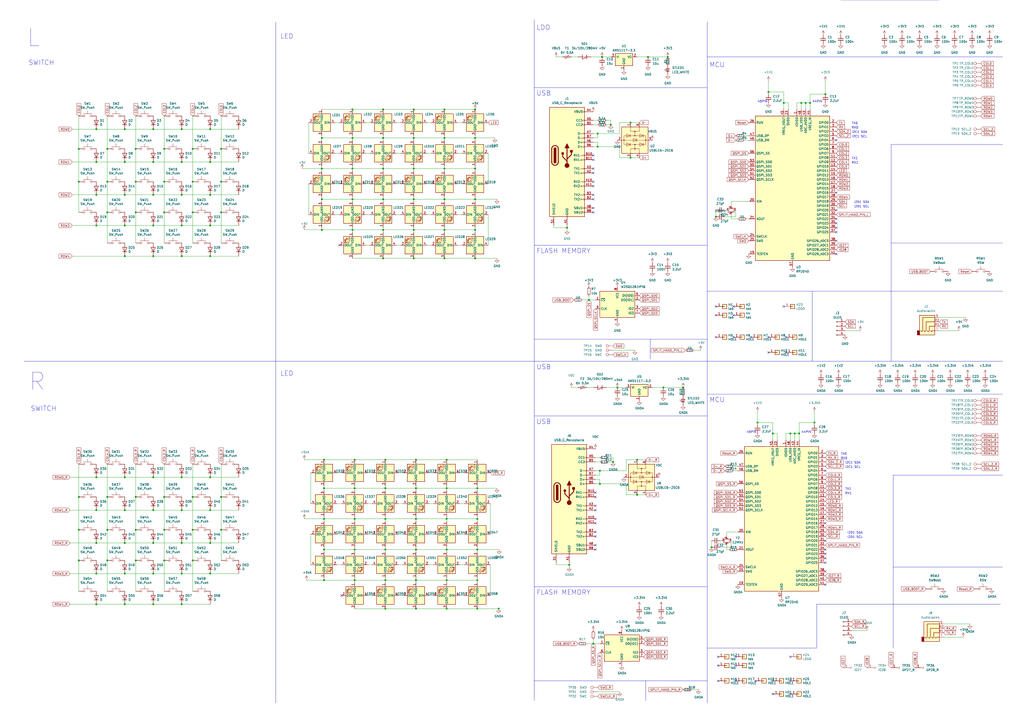
<source format=kicad_sch>
(kicad_sch (version 20230121) (generator eeschema)
  (paper "A2")
  (title_block (title "Lily58 Pro v2") (date "2024-07-19"))
  (junction (at 78.74 105.41))
  (junction (at 223.52 266.7))
  (junction (at 88.9 148.59))
  (junction (at 95.25 86.36))
  (junction (at 241.3 318.77))
  (junction (at 240.03 133.35))
  (junction (at 78.74 325.12))
  (junction (at 240.03 115.57))
  (junction (at 111.76 86.36))
  (junction (at 62.23 86.36))
  (junction (at 88.9 74.93))
  (junction (at 121.92 130.81))
  (junction (at 55.88 74.93))
  (junction (at 62.23 105.41))
  (junction (at 95.25 325.12))
  (junction (at 259.08 300.99))
  (junction (at 128.27 288.29))
  (junction (at 222.25 97.79))
  (junction (at 62.23 123.19))
  (junction (at 223.52 283.21))
  (junction (at 78.74 123.19))
  (junction (at 205.74 336.55))
  (junction (at 187.96 300.99))
  (junction (at 72.39 130.81))
  (junction (at 354.33 72.39))
  (junction (at 355.6 267.97))
  (junction (at 223.52 336.55))
  (junction (at 222.25 115.57))
  (junction (at 88.9 93.98))
  (junction (at 55.88 113.03))
  (junction (at 240.03 149.86))
  (junction (at 346.71 77.47))
  (junction (at 276.86 336.55))
  (junction (at 95.25 123.19))
  (junction (at 111.76 325.12))
  (junction (at 72.39 314.96))
  (junction (at 204.47 80.01))
  (junction (at 344.17 373.38))
  (junction (at 415.29 125.73))
  (junction (at 105.41 113.03))
  (junction (at 276.86 353.06))
  (junction (at 439.42 245.11))
  (junction (at 275.59 133.35))
  (junction (at 448.31 251.46))
  (junction (at 105.41 93.98))
  (junction (at 330.2 327.66))
  (junction (at 222.25 133.35))
  (junction (at 369.57 266.7))
  (junction (at 88.9 130.81))
  (junction (at 347.98 280.67))
  (junction (at 241.3 283.21))
  (junction (at 458.47 251.46))
  (junction (at 257.81 133.35))
  (junction (at 187.96 318.77))
  (junction (at 204.47 133.35))
  (junction (at 257.81 149.86))
  (junction (at 241.3 336.55))
  (junction (at 384.81 224.79))
  (junction (at 472.44 245.11))
  (junction (at 55.88 93.98))
  (junction (at 412.75 317.5))
  (junction (at 365.76 91.44))
  (junction (at 72.39 93.98))
  (junction (at 111.76 307.34))
  (junction (at 205.74 266.7))
  (junction (at 55.88 295.91))
  (junction (at 186.69 80.01))
  (junction (at 72.39 113.03))
  (junction (at 259.08 283.21))
  (junction (at 469.9 59.69))
  (junction (at 223.52 318.77))
  (junction (at 88.9 314.96))
  (junction (at 105.41 74.93))
  (junction (at 105.41 295.91))
  (junction (at 222.25 149.86))
  (junction (at 454.66 59.69))
  (junction (at 72.39 332.74))
  (junction (at 88.9 295.91))
  (junction (at 111.76 123.19))
  (junction (at 275.59 80.01))
  (junction (at 55.88 130.81))
  (junction (at 72.39 148.59))
  (junction (at 55.88 332.74))
  (junction (at 257.81 63.5))
  (junction (at 45.72 86.36))
  (junction (at 187.96 266.7))
  (junction (at 276.86 318.77))
  (junction (at 128.27 123.19))
  (junction (at 62.23 325.12))
  (junction (at 128.27 307.34))
  (junction (at 105.41 314.96))
  (junction (at 105.41 350.52))
  (junction (at 105.41 148.59))
  (junction (at 121.92 148.59))
  (junction (at 241.3 266.7))
  (junction (at 121.92 295.91))
  (junction (at 259.08 318.77))
  (junction (at 88.9 113.03))
  (junction (at 72.39 74.93))
  (junction (at 95.25 105.41))
  (junction (at 186.69 97.79))
  (junction (at 461.01 251.46))
  (junction (at 72.39 350.52))
  (junction (at 289.2882 353.06))
  (junction (at 276.86 283.21))
  (junction (at 478.79 54.61))
  (junction (at 275.59 115.57))
  (junction (at 186.69 133.35))
  (junction (at 445.77 53.34))
  (junction (at 105.41 276.86))
  (junction (at 88.9 276.86))
  (junction (at 121.92 93.98))
  (junction (at 62.23 307.34))
  (junction (at 341.63 173.99))
  (junction (at 275.59 97.79))
  (junction (at 88.9 350.52))
  (junction (at 45.72 307.34))
  (junction (at 257.81 97.79))
  (junction (at 387.35 33.02))
  (junction (at 204.47 63.5))
  (junction (at 275.59 63.5))
  (junction (at 369.57 287.02))
  (junction (at 128.27 86.36))
  (junction (at 105.41 332.74))
  (junction (at 396.24 224.79))
  (junction (at 204.47 97.79))
  (junction (at 128.27 105.41))
  (junction (at 78.74 288.29))
  (junction (at 275.59 149.86))
  (junction (at 223.52 300.99))
  (junction (at 463.55 251.46))
  (junction (at 205.74 300.99))
  (junction (at 276.86 300.99))
  (junction (at 72.39 276.86))
  (junction (at 205.74 283.21))
  (junction (at 186.69 115.57))
  (junction (at 346.71 85.09))
  (junction (at 55.88 314.96))
  (junction (at 121.92 74.93))
  (junction (at 375.92 33.02))
  (junction (at 111.76 288.29))
  (junction (at 62.23 288.29))
  (junction (at 111.76 105.41))
  (junction (at 88.9 332.74))
  (junction (at 259.08 266.7))
  (junction (at 347.98 273.05))
  (junction (at 55.88 276.86))
  (junction (at 223.52 353.06))
  (junction (at 222.25 63.5))
  (junction (at 45.72 288.29))
  (junction (at 259.08 353.06))
  (junction (at 365.76 71.12))
  (junction (at 72.39 295.91))
  (junction (at 464.82 59.69))
  (junction (at 95.25 288.29))
  (junction (at 222.25 80.01))
  (junction (at 467.36 59.69))
  (junction (at 121.92 332.74))
  (junction (at 187.96 336.55))
  (junction (at 121.92 314.96))
  (junction (at 241.3 353.06))
  (junction (at 121.92 113.03))
  (junction (at 55.88 350.52))
  (junction (at 78.74 86.36))
  (junction (at 121.92 276.86))
  (junction (at 45.72 105.41))
  (junction (at 241.3 300.99))
  (junction (at 259.08 336.55))
  (junction (at 257.81 115.57))
  (junction (at 328.93 132.08))
  (junction (at 95.25 307.34))
  (junction (at 205.74 318.77))
  (junction (at 45.72 325.12))
  (junction (at 78.74 307.34))
  (junction (at 105.41 130.81))
  (junction (at 240.03 97.79))
  (junction (at 240.03 80.01))
  (junction (at 257.81 80.01))
  (junction (at 187.96 283.21))
  (junction (at 349.25 33.02))
  (junction (at 204.47 115.57))
  (junction (at 358.14 224.79))
  (junction (at 240.03 63.5))
  (no_connect (at 485.14 81.28))
  (no_connect (at 345.44 303.53))
  (no_connect (at 485.14 147.32))
  (no_connect (at 415.29 177.8))
  (no_connect (at 345.44 311.15))
  (no_connect (at 485.14 132.08))
  (no_connect (at 344.17 120.65))
  (no_connect (at 345.44 288.29))
  (no_connect (at 345.44 285.75))
  (no_connect (at 344.17 92.71))
  (no_connect (at 344.17 90.17))
  (no_connect (at 345.44 293.37))
  (no_connect (at 344.17 107.95))
  (no_connect (at 345.44 308.61))
  (no_connect (at 485.14 127))
  (no_connect (at 478.79 326.39))
  (no_connect (at 415.29 182.88))
  (no_connect (at 478.79 323.85))
  (no_connect (at 485.14 139.7))
  (no_connect (at 344.17 115.57))
  (no_connect (at 485.14 129.54))
  (no_connect (at 345.44 295.91))
  (no_connect (at 416.56 394.97))
  (no_connect (at 415.29 195.58))
  (no_connect (at 345.44 300.99))
  (no_connect (at 458.47 394.97))
  (no_connect (at 478.79 303.53))
  (no_connect (at 345.44 316.23))
  (no_connect (at 478.79 273.05))
  (no_connect (at 416.56 386.08))
  (no_connect (at 478.79 321.31))
  (no_connect (at 485.14 111.76))
  (no_connect (at 344.17 123.19))
  (no_connect (at 345.44 318.77))
  (no_connect (at 454.66 177.8))
  (no_connect (at 438.15 394.97))
  (no_connect (at 448.31 402.59))
  (no_connect (at 426.72 386.08))
  (no_connect (at 478.79 331.47))
  (no_connect (at 478.79 313.69))
  (no_connect (at 344.17 100.33))
  (no_connect (at 458.47 402.59))
  (no_connect (at 426.72 381))
  (no_connect (at 458.47 381))
  (no_connect (at 455.93 195.58))
  (no_connect (at 485.14 121.92))
  (no_connect (at 426.72 394.97))
  (no_connect (at 485.14 134.62))
  (no_connect (at 445.77 195.58))
  (no_connect (at 455.93 204.47))
  (no_connect (at 425.45 195.58))
  (no_connect (at 435.61 195.58))
  (no_connect (at 196.85 142.24))
  (no_connect (at 416.56 381))
  (no_connect (at 478.79 339.09))
  (no_connect (at 445.77 204.47))
  (no_connect (at 198.12 345.44))
  (no_connect (at 425.45 177.8))
  (no_connect (at 344.17 97.79))
  (no_connect (at 425.45 182.88))
  (no_connect (at 344.17 113.03))
  (no_connect (at 344.17 105.41))
  (no_connect (at 448.31 394.97))
  (no_connect (at 478.79 318.77))
  (wire (pts (xy 276.86 283.21) (xy 288.29 283.21)))
  (wire (pts (xy 138.43 332.74) (xy 121.92 332.74)))
  (wire (pts (xy 111.76 288.29) (xy 111.76 269.24)))
  (wire (pts (xy 138.43 295.91) (xy 121.92 295.91)))
  (wire (pts (xy 259.08 318.77) (xy 276.86 318.77)))
  (wire (pts (xy 231.14 345.44) (xy 233.68 345.44)))
  (wire (pts (xy 547.37 369.57) (xy 558.8 369.57)))
  (wire (pts (xy 248.92 327.66) (xy 251.46 327.66)))
  (wire (pts (xy 248.92 345.44) (xy 251.46 345.44)))
  (wire (pts (xy 95.25 67.31) (xy 95.25 86.36)))
  (wire (pts (xy 347.98 280.67) (xy 363.22 280.67)))
  (wire (pts (xy 62.23 105.41) (xy 62.23 123.19)))
  (wire (pts (xy 212.09 71.12) (xy 214.63 71.12)))
  (wire (pts (xy 138.43 74.93) (xy 121.92 74.93)))
  (wire (pts (xy 490.22 191.77) (xy 499.11 191.77)))
  (wire (pts (xy 351.79 69.85) (xy 354.33 69.85)))
  (wire (pts (xy 195.58 309.88) (xy 198.12 309.88)))
  (polyline (pts (xy 309.88 196.85) (xy 377.19 196.85)))
  (wire (pts (xy 427.99 273.05) (xy 425.45 273.05)))
  (wire (pts (xy 105.41 113.03) (xy 121.92 113.03)))
  (wire (pts (xy 195.58 274.32) (xy 198.12 274.32)))
  (wire (pts (xy 544.83 184.15) (xy 560.07 184.15)))
  (wire (pts (xy 231.14 274.32) (xy 233.68 274.32)))
  (wire (pts (xy 424.18 116.84) (xy 424.18 119.38)))
  (wire (pts (xy 346.71 80.01) (xy 344.17 80.01)))
  (wire (pts (xy 62.23 342.9) (xy 62.23 325.12)))
  (wire (pts (xy 248.92 309.88) (xy 251.46 309.88)))
  (wire (pts (xy 359.41 77.47) (xy 359.41 71.12)))
  (wire (pts (xy 88.9 350.52) (xy 105.41 350.52)))
  (wire (pts (xy 179.07 71.12) (xy 179.07 88.9)))
  (wire (pts (xy 433.07 127) (xy 434.34 127)))
  (wire (pts (xy 330.2 326.39) (xy 330.2 327.66)))
  (wire (pts (xy 55.88 74.93) (xy 72.39 74.93)))
  (wire (pts (xy 266.7 274.32) (xy 269.24 274.32)))
  (wire (pts (xy 259.08 336.55) (xy 276.86 336.55)))
  (wire (pts (xy 41.91 113.03) (xy 55.88 113.03)))
  (wire (pts (xy 72.39 148.59) (xy 88.9 148.59)))
  (wire (pts (xy 241.3 317.5) (xy 241.3 318.77)))
  (wire (pts (xy 62.23 325.12) (xy 62.23 307.34)))
  (wire (pts (xy 222.25 115.57) (xy 240.03 115.57)))
  (wire (pts (xy 45.72 123.19) (xy 45.72 105.41)))
  (wire (pts (xy 223.52 300.99) (xy 223.52 302.26)))
  (wire (pts (xy 240.03 78.74) (xy 240.03 80.01)))
  (wire (pts (xy 204.47 133.35) (xy 186.69 133.35)))
  (wire (pts (xy 347.98 280.67) (xy 345.44 280.67)))
  (wire (pts (xy 346.71 85.09) (xy 359.41 85.09)))
  (wire (pts (xy 128.27 123.19) (xy 128.27 140.97)))
  (wire (pts (xy 462.28 59.69) (xy 464.82 59.69)))
  (wire (pts (xy 111.76 86.36) (xy 111.76 105.41)))
  (wire (pts (xy 363.22 280.67) (xy 363.22 287.02)))
  (wire (pts (xy 204.47 132.08) (xy 204.47 133.35)))
  (wire (pts (xy 289.2882 353.06) (xy 289.56 353.06)))
  (wire (pts (xy 195.58 327.66) (xy 198.12 327.66)))
  (wire (pts (xy 266.7 327.66) (xy 269.24 327.66)))
  (wire (pts (xy 223.52 299.72) (xy 223.52 300.99)))
  (wire (pts (xy 41.91 74.93) (xy 55.88 74.93)))
  (wire (pts (xy 194.31 124.46) (xy 196.85 124.46)))
  (wire (pts (xy 363.22 266.7) (xy 369.57 266.7)))
  (wire (pts (xy 45.72 105.41) (xy 45.72 86.36)))
  (wire (pts (xy 275.59 132.08) (xy 275.59 133.35)))
  (wire (pts (xy 344.17 370.84) (xy 344.17 373.38)))
  (wire (pts (xy 369.57 266.7) (xy 374.65 266.7)))
  (wire (pts (xy 186.69 78.74) (xy 186.69 80.01)))
  (wire (pts (xy 72.39 276.86) (xy 88.9 276.86)))
  (wire (pts (xy 241.3 318.77) (xy 241.3 320.04)))
  (wire (pts (xy 186.69 63.5) (xy 204.47 63.5)))
  (wire (pts (xy 259.08 283.21) (xy 259.08 284.48)))
  (wire (pts (xy 55.88 276.86) (xy 72.39 276.86)))
  (wire (pts (xy 111.76 67.31) (xy 111.76 86.36)))
  (wire (pts (xy 445.77 53.34) (xy 445.77 54.61)))
  (wire (pts (xy 365.76 71.12) (xy 370.84 71.12)))
  (wire (pts (xy 205.74 318.77) (xy 205.74 320.04)))
  (wire (pts (xy 346.71 77.47) (xy 359.41 77.47)))
  (wire (pts (xy 450.85 251.46) (xy 450.85 255.27)))
  (wire (pts (xy 78.74 86.36) (xy 78.74 105.41)))
  (wire (pts (xy 345.44 273.05) (xy 347.98 273.05)))
  (wire (pts (xy 223.52 318.77) (xy 241.3 318.77)))
  (wire (pts (xy 222.25 133.35) (xy 240.03 133.35)))
  (wire (pts (xy 472.44 245.11) (xy 472.44 246.38)))
  (wire (pts (xy 463.55 245.11) (xy 463.55 251.46)))
  (wire (pts (xy 351.79 72.39) (xy 354.33 72.39)))
  (wire (pts (xy 186.69 80.01) (xy 186.69 81.28)))
  (wire (pts (xy 284.48 327.66) (xy 284.48 345.44)))
  (wire (pts (xy 95.25 325.12) (xy 95.25 307.34)))
  (wire (pts (xy 128.27 67.31) (xy 128.27 86.36)))
  (wire (pts (xy 445.77 46.99) (xy 445.77 53.34)))
  (wire (pts (xy 223.52 318.77) (xy 223.52 320.04)))
  (wire (pts (xy 283.21 88.9) (xy 283.21 106.68)))
  (wire (pts (xy 187.96 317.5) (xy 187.96 318.77)))
  (wire (pts (xy 347.98 273.05) (xy 347.98 275.59)))
  (wire (pts (xy 180.34 274.32) (xy 180.34 292.1)))
  (wire (pts (xy 223.52 317.5) (xy 223.52 318.77)))
  (wire (pts (xy 322.58 326.39) (xy 322.58 327.66)))
  (wire (pts (xy 229.87 124.46) (xy 232.41 124.46)))
  (polyline (pts (xy 374.65 394.97) (xy 374.65 406.4)))
  (wire (pts (xy 212.09 106.68) (xy 214.63 106.68)))
  (wire (pts (xy 259.08 318.77) (xy 259.08 320.04)))
  (wire (pts (xy 45.72 288.29) (xy 45.72 269.24)))
  (wire (pts (xy 464.82 59.69) (xy 464.82 63.5)))
  (wire (pts (xy 458.47 251.46) (xy 461.01 251.46)))
  (wire (pts (xy 186.69 114.3) (xy 186.69 115.57)))
  (wire (pts (xy 257.81 132.08) (xy 257.81 133.35)))
  (wire (pts (xy 421.64 318.77) (xy 422.91 318.77)))
  (wire (pts (xy 176.53 133.35) (xy 186.69 133.35)))
  (wire (pts (xy 455.93 251.46) (xy 458.47 251.46)))
  (wire (pts (xy 95.25 105.41) (xy 95.25 123.19)))
  (wire (pts (xy 88.9 113.03) (xy 105.41 113.03)))
  (wire (pts (xy 275.59 80.01) (xy 287.02 80.01)))
  (wire (pts (xy 342.9 33.02) (xy 349.25 33.02)))
  (wire (pts (xy 457.2 59.69) (xy 454.66 59.69)))
  (wire (pts (xy 88.9 148.59) (xy 105.41 148.59)))
  (wire (pts (xy 223.52 283.21) (xy 223.52 284.48)))
  (wire (pts (xy 353.06 265.43) (xy 355.6 265.43)))
  (wire (pts (xy 257.81 149.86) (xy 275.59 149.86)))
  (wire (pts (xy 111.76 307.34) (xy 111.76 325.12)))
  (wire (pts (xy 259.08 300.99) (xy 276.86 300.99)))
  (wire (pts (xy 463.55 251.46) (xy 463.55 255.27)))
  (wire (pts (xy 111.76 123.19) (xy 111.76 105.41)))
  (wire (pts (xy 369.57 287.02) (xy 374.65 287.02)))
  (wire (pts (xy 337.82 173.99) (xy 341.63 173.99)))
  (polyline (pts (xy 518.16 328.93) (xy 518.16 375.92)))
  (wire (pts (xy 240.03 97.79) (xy 240.03 99.06)))
  (wire (pts (xy 406.4 203.2) (xy 402.59 203.2)))
  (wire (pts (xy 347.98 278.13) (xy 347.98 280.67)))
  (wire (pts (xy 431.8 78.74) (xy 434.34 78.74)))
  (wire (pts (xy 275.59 96.52) (xy 275.59 97.79)))
  (wire (pts (xy 62.23 288.29) (xy 62.23 307.34)))
  (wire (pts (xy 222.25 115.57) (xy 222.25 116.84)))
  (wire (pts (xy 128.27 325.12) (xy 128.27 307.34)))
  (wire (pts (xy 331.47 224.79) (xy 335.28 224.79)))
  (wire (pts (xy 186.69 115.57) (xy 204.47 115.57)))
  (wire (pts (xy 204.47 78.74) (xy 204.47 80.01)))
  (wire (pts (xy 275.59 80.01) (xy 275.59 81.28)))
  (polyline (pts (xy 410.21 33.02) (xy 581.66 33.02)))
  (wire (pts (xy 322.58 33.02) (xy 326.39 33.02)))
  (wire (pts (xy 231.14 327.66) (xy 233.68 327.66)))
  (wire (pts (xy 283.21 124.46) (xy 283.21 142.24)))
  (wire (pts (xy 223.52 300.99) (xy 241.3 300.99)))
  (wire (pts (xy 457.2 59.69) (xy 457.2 63.5)))
  (wire (pts (xy 240.03 63.5) (xy 257.81 63.5)))
  (wire (pts (xy 347.98 273.05) (xy 363.22 273.05)))
  (wire (pts (xy 177.8 336.55) (xy 187.96 336.55)))
  (wire (pts (xy 204.47 97.79) (xy 222.25 97.79)))
  (wire (pts (xy 55.88 113.03) (xy 72.39 113.03)))
  (wire (pts (xy 72.39 295.91) (xy 55.88 295.91)))
  (wire (pts (xy 204.47 97.79) (xy 204.47 99.06)))
  (wire (pts (xy 240.03 96.52) (xy 240.03 97.79)))
  (wire (pts (xy 223.52 353.06) (xy 241.3 353.06)))
  (wire (pts (xy 222.25 80.01) (xy 222.25 81.28)))
  (wire (pts (xy 259.08 300.99) (xy 259.08 302.26)))
  (wire (pts (xy 363.22 273.05) (xy 363.22 266.7)))
  (wire (pts (xy 351.79 224.79) (xy 358.14 224.79)))
  (wire (pts (xy 105.41 350.52) (xy 121.92 350.52)))
  (wire (pts (xy 434.34 81.28) (xy 431.8 81.28)))
  (wire (pts (xy 241.3 335.28) (xy 241.3 336.55)))
  (wire (pts (xy 204.47 115.57) (xy 222.25 115.57)))
  (wire (pts (xy 205.74 266.7) (xy 223.52 266.7)))
  (wire (pts (xy 257.81 80.01) (xy 257.81 81.28)))
  (wire (pts (xy 257.81 63.5) (xy 275.59 63.5)))
  (wire (pts (xy 266.7 292.1) (xy 269.24 292.1)))
  (wire (pts (xy 204.47 115.57) (xy 204.47 116.84)))
  (wire (pts (xy 365.76 91.44) (xy 370.84 91.44)))
  (wire (pts (xy 195.58 292.1) (xy 198.12 292.1)))
  (wire (pts (xy 176.53 266.7) (xy 187.96 266.7)))
  (wire (pts (xy 266.7 309.88) (xy 269.24 309.88)))
  (wire (pts (xy 257.81 97.79) (xy 257.81 99.06)))
  (wire (pts (xy 204.47 114.3) (xy 204.47 115.57)))
  (polyline (pts (xy 516.89 168.91) (xy 516.89 140.97)))
  (polyline (pts (xy 160.02 12.7) (xy 160.02 407.67)))
  (wire (pts (xy 229.87 71.12) (xy 232.41 71.12)))
  (polyline (pts (xy 410.21 375.92) (xy 473.71 375.92)))
  (wire (pts (xy 213.36 292.1) (xy 215.9 292.1)))
  (wire (pts (xy 231.14 309.88) (xy 233.68 309.88)))
  (wire (pts (xy 186.69 97.79) (xy 204.47 97.79)))
  (wire (pts (xy 344.17 82.55) (xy 346.71 82.55)))
  (wire (pts (xy 478.79 54.61) (xy 469.9 54.61)))
  (wire (pts (xy 259.08 283.21) (xy 276.86 283.21)))
  (wire (pts (xy 345.44 265.43) (xy 347.98 265.43)))
  (wire (pts (xy 121.92 93.98) (xy 105.41 93.98)))
  (wire (pts (xy 276.86 318.77) (xy 276.86 320.04)))
  (wire (pts (xy 205.74 336.55) (xy 187.96 336.55)))
  (wire (pts (xy 421.64 316.23) (xy 421.64 318.77)))
  (polyline (pts (xy 581.66 209.55) (xy 13.97 209.55)))
  (wire (pts (xy 275.59 97.79) (xy 275.59 99.06)))
  (wire (pts (xy 204.47 63.5) (xy 222.25 63.5)))
  (wire (pts (xy 424.18 313.69) (xy 424.18 317.5)))
  (wire (pts (xy 240.03 115.57) (xy 240.03 116.84)))
  (polyline (pts (xy 544.83 0) (xy 487.68 0)))
  (wire (pts (xy 345.44 278.13) (xy 347.98 278.13)))
  (wire (pts (xy 186.69 80.01) (xy 204.47 80.01)))
  (wire (pts (xy 240.03 133.35) (xy 240.03 134.62)))
  (wire (pts (xy 121.92 130.81) (xy 105.41 130.81)))
  (wire (pts (xy 321.31 132.08) (xy 328.93 132.08)))
  (wire (pts (xy 284.48 292.1) (xy 284.48 309.88)))
  (wire (pts (xy 426.72 125.73) (xy 420.37 125.73)))
  (wire (pts (xy 55.88 93.98) (xy 41.91 93.98)))
  (wire (pts (xy 417.83 313.69) (xy 419.1 313.69)))
  (wire (pts (xy 105.41 276.86) (xy 121.92 276.86)))
  (wire (pts (xy 105.41 295.91) (xy 88.9 295.91)))
  (wire (pts (xy 105.41 74.93) (xy 88.9 74.93)))
  (wire (pts (xy 55.88 295.91) (xy 40.64 295.91)))
  (wire (pts (xy 265.43 124.46) (xy 267.97 124.46)))
  (wire (pts (xy 111.76 307.34) (xy 111.76 288.29)))
  (wire (pts (xy 223.52 283.21) (xy 241.3 283.21)))
  (polyline (pts (xy 473.71 375.92) (xy 473.71 350.52)))
  (wire (pts (xy 105.41 130.81) (xy 88.9 130.81)))
  (wire (pts (xy 448.31 251.46) (xy 448.31 255.27)))
  (wire (pts (xy 128.27 105.41) (xy 128.27 123.19)))
  (wire (pts (xy 187.96 300.99) (xy 205.74 300.99)))
  (wire (pts (xy 359.41 91.44) (xy 365.76 91.44)))
  (wire (pts (xy 222.25 97.79) (xy 240.03 97.79)))
  (wire (pts (xy 247.65 142.24) (xy 250.19 142.24)))
  (wire (pts (xy 346.71 401.32) (xy 359.41 401.32)))
  (wire (pts (xy 340.36 373.38) (xy 344.17 373.38)))
  (wire (pts (xy 72.39 350.52) (xy 88.9 350.52)))
  (polyline (pts (xy 518.16 275.59) (xy 581.66 275.59)))
  (wire (pts (xy 322.58 327.66) (xy 330.2 327.66)))
  (wire (pts (xy 421.64 308.61) (xy 427.99 308.61)))
  (wire (pts (xy 424.18 127) (xy 427.99 127)))
  (wire (pts (xy 415.29 121.92) (xy 415.29 125.73)))
  (wire (pts (xy 241.3 336.55) (xy 241.3 337.82)))
  (wire (pts (xy 128.27 269.24) (xy 128.27 288.29)))
  (wire (pts (xy 445.77 53.34) (xy 454.66 53.34)))
  (wire (pts (xy 55.88 332.74) (xy 40.64 332.74)))
  (polyline (pts (xy 377.19 196.85) (xy 410.21 196.85)))
  (wire (pts (xy 421.64 308.61) (xy 421.64 311.15)))
  (wire (pts (xy 420.37 121.92) (xy 421.64 121.92)))
  (wire (pts (xy 222.25 133.35) (xy 222.25 134.62)))
  (wire (pts (xy 276.86 353.06) (xy 289.2882 353.06)))
  (wire (pts (xy 40.64 350.52) (xy 55.88 350.52)))
  (wire (pts (xy 240.03 80.01) (xy 257.81 80.01)))
  (wire (pts (xy 259.08 353.06) (xy 276.86 353.06)))
  (wire (pts (xy 213.36 274.32) (xy 215.9 274.32)))
  (polyline (pts (xy 309.88 11.43) (xy 309.88 406.4)))
  (wire (pts (xy 328.93 130.81) (xy 328.93 132.08)))
  (wire (pts (xy 229.87 88.9) (xy 232.41 88.9)))
  (wire (pts (xy 494.03 365.76) (xy 502.92 365.76)))
  (wire (pts (xy 384.81 224.79) (xy 396.24 224.79)))
  (wire (pts (xy 259.08 335.28) (xy 259.08 336.55)))
  (wire (pts (xy 222.25 96.52) (xy 222.25 97.79)))
  (wire (pts (xy 204.47 133.35) (xy 204.47 134.62)))
  (wire (pts (xy 347.98 275.59) (xy 345.44 275.59)))
  (wire (pts (xy 72.39 93.98) (xy 88.9 93.98)))
  (wire (pts (xy 187.96 336.55) (xy 187.96 335.28)))
  (wire (pts (xy 412.75 313.69) (xy 412.75 317.5)))
  (wire (pts (xy 205.74 299.72) (xy 205.74 300.99)))
  (wire (pts (xy 363.22 287.02) (xy 369.57 287.02)))
  (wire (pts (xy 88.9 295.91) (xy 72.39 295.91)))
  (wire (pts (xy 241.3 283.21) (xy 259.08 283.21)))
  (wire (pts (xy 78.74 325.12) (xy 78.74 307.34)))
  (wire (pts (xy 257.81 133.35) (xy 257.81 134.62)))
  (wire (pts (xy 247.65 106.68) (xy 250.19 106.68)))
  (wire (pts (xy 78.74 288.29) (xy 78.74 269.24)))
  (wire (pts (xy 354.33 69.85) (xy 354.33 72.39)))
  (wire (pts (xy 187.96 318.77) (xy 205.74 318.77)))
  (wire (pts (xy 45.72 307.34) (xy 45.72 288.29)))
  (wire (pts (xy 454.66 59.69) (xy 454.66 63.5)))
  (wire (pts (xy 259.08 317.5) (xy 259.08 318.77)))
  (wire (pts (xy 544.83 191.77) (xy 556.26 191.77)))
  (wire (pts (xy 341.63 173.99) (xy 345.44 173.99)))
  (polyline (pts (xy 309.88 142.24) (xy 410.21 142.24)))
  (wire (pts (xy 265.43 106.68) (xy 267.97 106.68)))
  (wire (pts (xy 105.41 332.74) (xy 88.9 332.74)))
  (wire (pts (xy 128.27 288.29) (xy 128.27 307.34)))
  (wire (pts (xy 205.74 335.28) (xy 205.74 336.55)))
  (wire (pts (xy 105.41 314.96) (xy 121.92 314.96)))
  (wire (pts (xy 266.7 345.44) (xy 269.24 345.44)))
  (wire (pts (xy 276.86 318.77) (xy 289.56 318.77)))
  (wire (pts (xy 205.74 317.5) (xy 205.74 318.77)))
  (wire (pts (xy 247.65 124.46) (xy 250.19 124.46)))
  (wire (pts (xy 425.45 270.51) (xy 427.99 270.51)))
  (polyline (pts (xy 410.21 168.91) (xy 471.17 168.91)))
  (wire (pts (xy 186.69 97.79) (xy 186.69 99.06)))
  (polyline (pts (xy 410.21 12.7) (xy 410.21 407.67)))
  (wire (pts (xy 345.44 267.97) (xy 347.98 267.97)))
  (wire (pts (xy 275.59 114.3) (xy 275.59 115.57)))
  (polyline (pts (xy 309.88 50.8) (xy 410.21 50.8)))
  (wire (pts (xy 41.91 148.59) (xy 72.39 148.59)))
  (wire (pts (xy 186.69 115.57) (xy 186.69 116.84)))
  (wire (pts (xy 105.41 148.59) (xy 121.92 148.59)))
  (wire (pts (xy 205.74 336.55) (xy 205.74 337.82)))
  (wire (pts (xy 454.66 53.34) (xy 454.66 59.69)))
  (wire (pts (xy 180.34 309.88) (xy 180.34 327.66)))
  (wire (pts (xy 121.92 332.74) (xy 105.41 332.74)))
  (wire (pts (xy 241.3 300.99) (xy 241.3 302.26)))
  (polyline (pts (xy 516.89 83.82) (xy 581.66 83.82)))
  (wire (pts (xy 205.74 353.06) (xy 223.52 353.06)))
  (wire (pts (xy 257.81 80.01) (xy 275.59 80.01)))
  (wire (pts (xy 257.81 133.35) (xy 275.59 133.35)))
  (wire (pts (xy 461.01 251.46) (xy 461.01 255.27)))
  (wire (pts (xy 257.81 97.79) (xy 275.59 97.79)))
  (wire (pts (xy 78.74 86.36) (xy 78.74 67.31)))
  (wire (pts (xy 222.25 63.5) (xy 240.03 63.5)))
  (wire (pts (xy 222.25 114.3) (xy 222.25 115.57)))
  (wire (pts (xy 205.74 283.21) (xy 223.52 283.21)))
  (polyline (pts (xy 518.16 328.93) (xy 518.16 275.59)))
  (wire (pts (xy 328.93 132.08) (xy 328.93 133.35)))
  (wire (pts (xy 222.25 97.79) (xy 222.25 99.06)))
  (wire (pts (xy 275.59 115.57) (xy 288.29 115.57)))
  (wire (pts (xy 265.43 142.24) (xy 267.97 142.24)))
  (wire (pts (xy 359.41 71.12) (xy 365.76 71.12)))
  (wire (pts (xy 344.17 72.39) (xy 346.71 72.39)))
  (polyline (pts (xy 581.66 168.91) (xy 471.17 168.91)))
  (wire (pts (xy 458.47 251.46) (xy 458.47 255.27)))
  (wire (pts (xy 241.3 266.7) (xy 259.08 266.7)))
  (wire (pts (xy 469.9 54.61) (xy 469.9 59.69)))
  (wire (pts (xy 78.74 342.9) (xy 78.74 325.12)))
  (wire (pts (xy 187.96 266.7) (xy 205.74 266.7)))
  (wire (pts (xy 222.25 80.01) (xy 240.03 80.01)))
  (wire (pts (xy 240.03 132.08) (xy 240.03 133.35)))
  (wire (pts (xy 222.25 78.74) (xy 222.25 80.01)))
  (wire (pts (xy 95.25 288.29) (xy 95.25 307.34)))
  (wire (pts (xy 187.96 283.21) (xy 205.74 283.21)))
  (wire (pts (xy 204.47 149.86) (xy 222.25 149.86)))
  (wire (pts (xy 259.08 336.55) (xy 259.08 337.82)))
  (wire (pts (xy 259.08 266.7) (xy 276.86 266.7)))
  (wire (pts (xy 346.71 82.55) (xy 346.71 85.09)))
  (polyline (pts (xy 377.19 208.28) (xy 377.19 196.85)))
  (wire (pts (xy 179.07 106.68) (xy 179.07 124.46)))
  (wire (pts (xy 257.81 96.52) (xy 257.81 97.79)))
  (wire (pts (xy 229.87 142.24) (xy 232.41 142.24)))
  (wire (pts (xy 121.92 295.91) (xy 105.41 295.91)))
  (wire (pts (xy 212.09 88.9) (xy 214.63 88.9)))
  (polyline (pts (xy 309.88 241.3) (xy 410.21 241.3)))
  (wire (pts (xy 186.69 96.52) (xy 186.69 97.79)))
  (wire (pts (xy 276.86 300.99) (xy 276.86 302.26)))
  (wire (pts (xy 240.03 115.57) (xy 257.81 115.57)))
  (wire (pts (xy 424.18 317.5) (xy 417.83 317.5)))
  (wire (pts (xy 223.52 336.55) (xy 241.3 336.55)))
  (wire (pts (xy 55.88 314.96) (xy 72.39 314.96)))
  (wire (pts (xy 223.52 335.28) (xy 223.52 336.55)))
  (wire (pts (xy 344.17 69.85) (xy 346.71 69.85)))
  (wire (pts (xy 72.39 314.96) (xy 88.9 314.96)))
  (wire (pts (xy 321.31 130.81) (xy 321.31 132.08)))
  (wire (pts (xy 204.47 133.35) (xy 222.25 133.35)))
  (polyline (pts (xy 581.66 328.93) (xy 518.16 328.93)))
  (polyline (pts (xy 309.88 340.36) (xy 410.21 340.36)))
  (wire (pts (xy 275.59 115.57) (xy 275.59 116.84)))
  (wire (pts (xy 121.92 276.86) (xy 138.43 276.86)))
  (wire (pts (xy 448.31 245.11) (xy 448.31 251.46)))
  (wire (pts (xy 62.23 86.36) (xy 62.23 105.41)))
  (wire (pts (xy 341.63 171.45) (xy 341.63 173.99)))
  (wire (pts (xy 241.3 318.77) (xy 259.08 318.77)))
  (wire (pts (xy 62.23 269.24) (xy 62.23 288.29)))
  (polyline (pts (xy 374.65 394.97) (xy 410.21 394.97)))
  (wire (pts (xy 478.79 46.99) (xy 478.79 54.61)))
  (wire (pts (xy 88.9 130.81) (xy 72.39 130.81)))
  (wire (pts (xy 205.74 318.77) (xy 223.52 318.77)))
  (wire (pts (xy 276.86 336.55) (xy 276.86 337.82)))
  (wire (pts (xy 138.43 130.81) (xy 121.92 130.81)))
  (wire (pts (xy 257.81 115.57) (xy 257.81 116.84)))
  (wire (pts (xy 213.36 345.44) (xy 215.9 345.44)))
  (wire (pts (xy 455.93 251.46) (xy 455.93 255.27)))
  (wire (pts (xy 204.47 81.28) (xy 204.47 80.01)))
  (wire (pts (xy 259.08 299.72) (xy 259.08 300.99)))
  (wire (pts (xy 241.3 283.21) (xy 241.3 284.48)))
  (wire (pts (xy 358.14 224.79) (xy 363.22 224.79)))
  (wire (pts (xy 62.23 140.97) (xy 62.23 123.19)))
  (wire (pts (xy 111.76 342.9) (xy 111.76 325.12)))
  (wire (pts (xy 426.72 121.92) (xy 426.72 125.73)))
  (wire (pts (xy 187.96 300.99) (xy 187.96 302.26)))
  (polyline (pts (xy 309.88 394.97) (xy 374.65 394.97)))
  (wire (pts (xy 276.86 283.21) (xy 276.86 284.48)))
  (wire (pts (xy 424.18 124.46) (xy 424.18 127)))
  (wire (pts (xy 276.86 317.5) (xy 276.86 318.77)))
  (wire (pts (xy 275.59 149.86) (xy 288.29 149.86)))
  (wire (pts (xy 95.25 140.97) (xy 95.25 123.19)))
  (wire (pts (xy 257.81 114.3) (xy 257.81 115.57)))
  (wire (pts (xy 176.53 300.99) (xy 187.96 300.99)))
  (wire (pts (xy 330.2 327.66) (xy 330.2 328.93)))
  (wire (pts (xy 55.88 350.52) (xy 72.39 350.52)))
  (wire (pts (xy 95.25 269.24) (xy 95.25 288.29)))
  (wire (pts (xy 240.03 114.3) (xy 240.03 115.57)))
  (wire (pts (xy 186.69 133.35) (xy 186.69 132.08)))
  (wire (pts (xy 344.17 373.38) (xy 347.98 373.38)))
  (wire (pts (xy 212.09 124.46) (xy 214.63 124.46)))
  (wire (pts (xy 472.44 238.76) (xy 472.44 245.11)))
  (wire (pts (xy 138.43 93.98) (xy 121.92 93.98)))
  (wire (pts (xy 241.3 281.94) (xy 241.3 283.21)))
  (wire (pts (xy 240.03 133.35) (xy 257.81 133.35)))
  (wire (pts (xy 72.39 332.74) (xy 55.88 332.74)))
  (wire (pts (xy 439.42 245.11) (xy 439.42 246.38)))
  (wire (pts (xy 205.74 300.99) (xy 205.74 302.26)))
  (wire (pts (xy 194.31 71.12) (xy 196.85 71.12)))
  (wire (pts (xy 223.52 266.7) (xy 241.3 266.7)))
  (wire (pts (xy 241.3 336.55) (xy 259.08 336.55)))
  (wire (pts (xy 248.92 292.1) (xy 251.46 292.1)))
  (polyline (pts (xy 516.89 168.91) (xy 516.89 209.55)))
  (wire (pts (xy 223.52 336.55) (xy 223.52 337.82)))
  (wire (pts (xy 247.65 88.9) (xy 250.19 88.9)))
  (wire (pts (xy 257.81 78.74) (xy 257.81 80.01)))
  (polyline (pts (xy 473.71 350.52) (xy 580.39 350.52)))
  (polyline (pts (xy 410.21 228.6) (xy 581.66 228.6)))
  (wire (pts (xy 78.74 140.97) (xy 78.74 123.19)))
  (polyline (pts (xy 516.89 140.97) (xy 581.66 140.97)))
  (wire (pts (xy 424.18 116.84) (xy 434.34 116.84)))
  (wire (pts (xy 72.39 130.81) (xy 55.88 130.81)))
  (wire (pts (xy 346.71 85.09) (xy 344.17 85.09)))
  (wire (pts (xy 241.3 300.99) (xy 259.08 300.99)))
  (wire (pts (xy 405.13 400.05) (xy 401.32 400.05)))
  (wire (pts (xy 439.42 238.76) (xy 439.42 245.11)))
  (wire (pts (xy 257.81 115.57) (xy 275.59 115.57)))
  (wire (pts (xy 265.43 71.12) (xy 267.97 71.12)))
  (wire (pts (xy 105.41 314.96) (xy 88.9 314.96)))
  (wire (pts (xy 241.3 299.72) (xy 241.3 300.99)))
  (wire (pts (xy 240.03 149.86) (xy 257.81 149.86)))
  (polyline (pts (xy 471.17 168.91) (xy 471.17 209.55)))
  (wire (pts (xy 204.47 96.52) (xy 204.47 97.79)))
  (wire (pts (xy 121.92 148.59) (xy 138.43 148.59)))
  (wire (pts (xy 187.96 299.72) (xy 187.96 300.99)))
  (wire (pts (xy 95.25 86.36) (xy 95.25 105.41)))
  (wire (pts (xy 378.46 224.79) (xy 384.81 224.79)))
  (wire (pts (xy 276.86 299.72) (xy 276.86 300.99)))
  (wire (pts (xy 275.59 133.35) (xy 275.59 134.62)))
  (wire (pts (xy 355.6 265.43) (xy 355.6 267.97)))
  (wire (pts (xy 467.36 59.69) (xy 467.36 63.5)))
  (wire (pts (xy 240.03 97.79) (xy 257.81 97.79)))
  (wire (pts (xy 205.74 336.55) (xy 223.52 336.55)))
  (wire (pts (xy 275.59 80.01) (xy 275.59 78.74)))
  (wire (pts (xy 247.65 71.12) (xy 250.19 71.12)))
  (wire (pts (xy 72.39 93.98) (xy 55.88 93.98)))
  (wire (pts (xy 187.96 281.94) (xy 187.96 283.21)))
  (wire (pts (xy 547.37 361.95) (xy 562.61 361.95)))
  (wire (pts (xy 78.74 288.29) (xy 78.74 307.34)))
  (wire (pts (xy 259.08 281.94) (xy 259.08 283.21)))
  (wire (pts (xy 276.86 335.28) (xy 276.86 336.55)))
  (wire (pts (xy 88.9 332.74) (xy 72.39 332.74)))
  (wire (pts (xy 205.74 300.99) (xy 223.52 300.99)))
  (wire (pts (xy 467.36 59.69) (xy 469.9 59.69)))
  (wire (pts (xy 40.64 276.86) (xy 55.88 276.86)))
  (wire (pts (xy 194.31 88.9) (xy 196.85 88.9)))
  (wire (pts (xy 40.64 314.96) (xy 55.88 314.96)))
  (wire (pts (xy 55.88 130.81) (xy 41.91 130.81)))
  (wire (pts (xy 276.86 283.21) (xy 276.86 281.94)))
  (wire (pts (xy 121.92 113.03) (xy 138.43 113.03)))
  (wire (pts (xy 205.74 281.94) (xy 205.74 283.21)))
  (wire (pts (xy 331.47 33.02) (xy 335.28 33.02)))
  (wire (pts (xy 375.92 33.02) (xy 387.35 33.02)))
  (wire (pts (xy 340.36 224.79) (xy 344.17 224.79)))
  (wire (pts (xy 45.72 86.36) (xy 45.72 67.31)))
  (wire (pts (xy 344.17 77.47) (xy 346.71 77.47)))
  (wire (pts (xy 349.25 33.02) (xy 354.33 33.02)))
  (wire (pts (xy 72.39 113.03) (xy 88.9 113.03)))
  (wire (pts (xy 121.92 314.96) (xy 138.43 314.96)))
  (wire (pts (xy 222.25 149.86) (xy 240.03 149.86)))
  (wire (pts (xy 450.85 251.46) (xy 448.31 251.46)))
  (polyline (pts (xy 516.89 140.97) (xy 516.89 83.82)))
  (wire (pts (xy 248.92 274.32) (xy 251.46 274.32)))
  (wire (pts (xy 105.41 276.86) (xy 88.9 276.86)))
  (wire (pts (xy 472.44 245.11) (xy 463.55 245.11)))
  (wire (pts (xy 213.36 309.88) (xy 215.9 309.88)))
  (wire (pts (xy 353.06 267.97) (xy 355.6 267.97)))
  (wire (pts (xy 346.71 77.47) (xy 346.71 80.01)))
  (wire (pts (xy 369.57 33.02) (xy 375.92 33.02)))
  (wire (pts (xy 204.47 80.01) (xy 222.25 80.01)))
  (wire (pts (xy 187.96 283.21) (xy 187.96 284.48)))
  (wire (pts (xy 265.43 88.9) (xy 267.97 88.9)))
  (wire (pts (xy 439.42 245.11) (xy 448.31 245.11)))
  (wire (pts (xy 194.31 106.68) (xy 196.85 106.68)))
  (wire (pts (xy 45.72 325.12) (xy 45.72 307.34)))
  (wire (pts (xy 223.52 281.94) (xy 223.52 283.21)))
  (wire (pts (xy 229.87 106.68) (xy 232.41 106.68)))
  (wire (pts (xy 187.96 318.77) (xy 187.96 320.04)))
  (wire (pts (xy 205.74 284.48) (xy 205.74 283.21)))
  (wire (pts (xy 222.25 132.08) (xy 222.25 133.35)))
  (wire (pts (xy 105.41 93.98) (xy 88.9 93.98)))
  (wire (pts (xy 355.6 203.2) (xy 368.3 203.2)))
  (wire (pts (xy 469.9 59.69) (xy 469.9 63.5)))
  (wire (pts (xy 45.72 342.9) (xy 45.72 325.12)))
  (wire (pts (xy 62.23 67.31) (xy 62.23 86.36)))
  (wire (pts (xy 95.25 342.9) (xy 95.25 325.12)))
  (wire (pts (xy 462.28 59.69) (xy 462.28 63.5)))
  (wire (pts (xy 88.9 74.93) (xy 72.39 74.93)))
  (wire (pts (xy 461.01 251.46) (xy 463.55 251.46)))
  (wire (pts (xy 121.92 74.93) (xy 105.41 74.93)))
  (wire (pts (xy 213.36 327.66) (xy 215.9 327.66)))
  (wire (pts (xy 231.14 292.1) (xy 233.68 292.1)))
  (wire (pts (xy 464.82 59.69) (xy 467.36 59.69)))
  (wire (pts (xy 111.76 140.97) (xy 111.76 123.19)))
  (wire (pts (xy 241.3 353.06) (xy 259.08 353.06)))
  (wire (pts (xy 175.26 97.79) (xy 186.69 97.79)))
  (wire (pts (xy 240.03 80.01) (xy 240.03 81.28)))
  (wire (pts (xy 128.27 105.41) (xy 128.27 86.36)))
  (wire (pts (xy 212.09 142.24) (xy 214.63 142.24)))
  (wire (pts (xy 78.74 123.19) (xy 78.74 105.41)))
  (wire (pts (xy 359.41 85.09) (xy 359.41 91.44)))
  (text "RX1" (at 494.03 95.25 0) (effects (font (size 1.27 1.27)) (justify left bottom)))
  (text "45PIN" (at 439.42 59.69 0) (effects (font (size 1.27 1.27)) (justify left bottom)))
  (text "USB" (at 311.15 214.63 0) (effects (font (size 2.75 2.75)) (justify left bottom)))
  (text "I2D1 SDA" (at 491.49 309.88 0) (effects (font (size 1.27 1.27)) (justify left bottom)))
  (text "LED" (at 162.56 22.86 0) (effects (font (size 2.75 2.75)) (justify left bottom)))
  (text "RX1" (at 490.22 287.02 0) (effects (font (size 1.27 1.27)) (justify left bottom)))
  (text "L" (at 15.24 27.94 0) (effects (font (size 10.0076 10.0076)) (justify left bottom)))
  (text "I2C1 SCL" (at 490.22 271.78 0) (effects (font (size 1.27 1.27)) (justify left bottom)))
  (text "SWITCH" (at 17.78 238.76 0) (effects (font (size 2.75 2.75)) (justify left bottom)))
  (text "MCU" (at 411.48 39.37 0) (effects (font (size 2.75 2.75)) (justify left bottom)))
  (text "FLASH MEMORY" (at 311.15 345.44 0) (effects (font (size 2.75 2.75)) (justify left bottom)))
  (text "R\n" (at 16.51 227.33 0) (effects (font (size 10.0076 10.0076)) (justify left bottom)))
  (text "RX0" (at 494.03 74.93 0) (effects (font (size 1.27 1.27)) (justify left bottom)))
  (text "TX1" (at 494.03 92.71 0) (effects (font (size 1.27 1.27)) (justify left bottom)))
  (text "TX0" (at 487.68 264.16 0) (effects (font (size 1.27 1.27)) (justify left bottom)))
  (text "FLASH MEMORY" (at 311.15 147.32 0) (effects (font (size 2.75 2.75)) (justify left bottom)))
  (text "44PIN" (at 471.17 59.69 0) (effects (font (size 1.27 1.27)) (justify left bottom)))
  (text "I2D1 SDA" (at 495.3 118.11 0) (effects (font (size 1.27 1.27)) (justify left bottom)))
  (text "RX0" (at 487.68 266.7 0) (effects (font (size 1.27 1.27)) (justify left bottom)))
  (text "TX1" (at 490.22 284.48 0) (effects (font (size 1.27 1.27)) (justify left bottom)))
  (text "I2C1 SDA" (at 494.03 77.47 0) (effects (font (size 1.27 1.27)) (justify left bottom)))
  (text "MCU" (at 411.48 233.68 0) (effects (font (size 2.75 2.75)) (justify left bottom)))
  (text "TX0" (at 494.03 72.39 0) (effects (font (size 1.27 1.27)) (justify left bottom)))
  (text "I2D1 SCL" (at 491.49 312.42 0) (effects (font (size 1.27 1.27)) (justify left bottom)))
  (text "I2D1 SCL" (at 495.3 120.65 0) (effects (font (size 1.27 1.27)) (justify left bottom)))
  (text "45PIN" (at 433.07 251.46 0) (effects (font (size 1.27 1.27)) (justify left bottom)))
  (text "LDO" (at 311.15 17.78 0) (effects (font (size 2.75 2.75)) (justify left bottom)))
  (text "USB" (at 311.15 246.38 0) (effects (font (size 2.75 2.75)) (justify left bottom)))
  (text "LED" (at 162.56 218.44 0) (effects (font (size 2.75 2.75)) (justify left bottom)))
  (text "USB" (at 311.15 55.88 0) (effects (font (size 2.75 2.75)) (justify left bottom)))
  (text "I2C1 SCL" (at 494.03 80.01 0) (effects (font (size 1.27 1.27)) (justify left bottom)))
  (text "I2C1 SDA" (at 490.22 269.24 0) (effects (font (size 1.27 1.27)) (justify left bottom)))
  (text "SWITCH" (at 16.51 38.1 0) (effects (font (size 2.75 2.75)) (justify left bottom)))
  (text "44PIN" (at 464.82 251.46 0) (effects (font (size 1.27 1.27)) (justify left bottom)))
  (global_label "QSPI_SD1_R" (shape input) (at 373.38 373.38 0) (property "Intersheetrefs" "${INTERSHEET_REFS}" (effects hide)))
  (global_label "ROW2" (shape input) (at 41.91 113.03 180) (property "Intersheetrefs" "${INTERSHEET_REFS}" (effects hide)))
  (global_label "COL5_R" (shape input) (at 568.96 245.11 0) (property "Intersheetrefs" "${INTERSHEET_REFS}" (effects hide)))
  (global_label "SCL_R" (shape input) (at 478.79 311.15 0) (property "Intersheetrefs" "${INTERSHEET_REFS}" (effects hide)))
  (global_label "TX_R" (shape input) (at 478.79 262.89 0) (property "Intersheetrefs" "${INTERSHEET_REFS}" (effects hide)) (property "シート間のリファレンス" "${INTERSHEET_REFS}" (effects hide)))
  (global_label "LED" (shape input) (at 485.14 99.06 0) (property "Intersheetrefs" "${INTERSHEET_REFS}" (effects hide)))
  (global_label "COL4" (shape input) (at 568.96 46.99 0) (property "Intersheetrefs" "${INTERSHEET_REFS}" (effects hide)))
  (global_label "SWD_R" (shape input) (at 427.99 331.47 180) (property "Intersheetrefs" "${INTERSHEET_REFS}" (effects hide)))
  (global_label "COL0" (shape input) (at 45.72 67.31 90) (property "Intersheetrefs" "${INTERSHEET_REFS}" (effects hide)))
  (global_label "Reset" (shape input) (at 434.34 71.12 180) (property "Intersheetrefs" "${INTERSHEET_REFS}" (effects hide)))
  (global_label "ROW2" (shape input) (at 568.96 62.23 0) (property "Intersheetrefs" "${INTERSHEET_REFS}" (effects hide)))
  (global_label "SCL" (shape input) (at 490.22 189.23 0) (property "Intersheetrefs" "${INTERSHEET_REFS}" (effects hide)))
  (global_label "QSPI_SD3_R" (shape input) (at 373.38 381 0) (property "Intersheetrefs" "${INTERSHEET_REFS}" (effects hide)))
  (global_label "ROW4" (shape input) (at 485.14 114.3 0) (property "Intersheetrefs" "${INTERSHEET_REFS}" (effects hide)))
  (global_label "ROW1" (shape input) (at 41.91 93.98 180) (property "Intersheetrefs" "${INTERSHEET_REFS}" (effects hide)))
  (global_label "ROW4_R" (shape input) (at 568.96 262.89 0) (property "Intersheetrefs" "${INTERSHEET_REFS}" (effects hide)))
  (global_label "QSPI_SD2_R" (shape input) (at 427.99 290.83 180) (property "Intersheetrefs" "${INTERSHEET_REFS}" (effects hide)))
  (global_label "ROW3" (shape input) (at 485.14 109.22 0) (property "Intersheetrefs" "${INTERSHEET_REFS}" (effects hide)))
  (global_label "ROW1_R" (shape input) (at 478.79 295.91 0) (property "Intersheetrefs" "${INTERSHEET_REFS}" (effects hide)))
  (global_label "COL4_R" (shape input) (at 478.79 285.75 0) (property "Intersheetrefs" "${INTERSHEET_REFS}" (effects hide)))
  (global_label "COL2_R" (shape input) (at 568.96 237.49 0) (property "Intersheetrefs" "${INTERSHEET_REFS}" (effects hide)))
  (global_label "ROW4" (shape input) (at 41.91 148.59 180) (property "Intersheetrefs" "${INTERSHEET_REFS}" (effects hide)))
  (global_label "SDA_2_R" (shape input) (at 568.96 271.78 0) (property "Intersheetrefs" "${INTERSHEET_REFS}" (effects hide)))
  (global_label "QSPI_SD1" (shape input) (at 370.84 173.99 0) (property "Intersheetrefs" "${INTERSHEET_REFS}" (effects hide)))
  (global_label "SWCLK_R" (shape input) (at 346.71 403.86 0) (property "Intersheetrefs" "${INTERSHEET_REFS}" (effects hide)))
  (global_label "LED_R" (shape input) (at 478.79 290.83 0) (property "Intersheetrefs" "${INTERSHEET_REFS}" (effects hide)))
  (global_label "COL5_R" (shape input) (at 478.79 288.29 0) (property "Intersheetrefs" "${INTERSHEET_REFS}" (effects hide)))
  (global_label "USB_BOOT_R" (shape input) (at 537.21 341.63 180) (property "Intersheetrefs" "${INTERSHEET_REFS}" (effects hide)))
  (global_label "RX" (shape input) (at 485.14 73.66 0) (property "Intersheetrefs" "${INTERSHEET_REFS}" (effects hide)) (property "シート間のリファレンス" "${INTERSHEET_REFS}" (effects hide)))
  (global_label "USB_BOOT_R" (shape input) (at 335.28 373.38 180) (property "Intersheetrefs" "${INTERSHEET_REFS}" (effects hide)))
  (global_label "D-" (shape input) (at 370.84 71.12 0) (property "Intersheetrefs" "${INTERSHEET_REFS}" (effects hide)))
  (global_label "IO28" (shape input) (at 502.92 387.35 90) (property "Intersheetrefs" "${INTERSHEET_REFS}" (effects hide)) (property "シート間のリファレンス" "${INTERSHEET_REFS}" (effects hide)))
  (global_label "IO28_R" (shape input) (at 530.86 387.35 90) (property "Intersheetrefs" "${INTERSHEET_REFS}" (effects hide)) (property "シート間のリファレンス" "${INTERSHEET_REFS}" (effects hide)))
  (global_label "SCL_2_R" (shape input) (at 568.96 269.24 0) (property "Intersheetrefs" "${INTERSHEET_REFS}" (effects hide)))
  (global_label "USB_BOOT" (shape input) (at 539.75 157.48 180) (property "Intersheetrefs" "${INTERSHEET_REFS}" (effects hide)))
  (global_label "QSPI_SCLK" (shape input) (at 345.44 179.07 270) (property "Intersheetrefs" "${INTERSHEET_REFS}" (effects hide)))
  (global_label "QSPI_SCLK_R" (shape input) (at 427.99 295.91 180) (property "Intersheetrefs" "${INTERSHEET_REFS}" (effects hide)))
  (global_label "ROW4" (shape input) (at 568.96 67.31 0) (property "Intersheetrefs" "${INTERSHEET_REFS}" (effects hide)))
  (global_label "QSPI_SD0_R" (shape input) (at 427.99 285.75 180) (property "Intersheetrefs" "${INTERSHEET_REFS}" (effects hide)))
  (global_label "COL1_R" (shape input) (at 568.96 234.95 0) (property "Intersheetrefs" "${INTERSHEET_REFS}" (effects hide)))
  (global_label "COL1_R" (shape input) (at 478.79 278.13 0) (property "Intersheetrefs" "${INTERSHEET_REFS}" (effects hide)))
  (global_label "D+" (shape input) (at 370.84 91.44 0) (property "Intersheetrefs" "${INTERSHEET_REFS}" (effects hide)))
  (global_label "SDA_2" (shape input) (at 568.96 77.47 0) (property "Intersheetrefs" "${INTERSHEET_REFS}" (effects hide)))
  (global_label "IO27" (shape input) (at 488.95 387.35 90) (property "Intersheetrefs" "${INTERSHEET_REFS}" (effects hide)) (property "シート間のリファレンス" "${INTERSHEET_REFS}" (effects hide)))
  (global_label "COL3_R" (shape input) (at 478.79 283.21 0) (property "Intersheetrefs" "${INTERSHEET_REFS}" (effects hide)))
  (global_label "COL4_R" (shape input) (at 62.23 269.24 90) (property "Intersheetrefs" "${INTERSHEET_REFS}" (effects hide)))
  (global_label "SDA_R" (shape input) (at 494.03 360.68 0) (property "Intersheetrefs" "${INTERSHEET_REFS}" (effects hide)))
  (global_label "ROW1" (shape input) (at 485.14 104.14 0) (property "Intersheetrefs" "${INTERSHEET_REFS}" (effects hide)))
  (global_label "SCL_2" (shape input) (at 568.96 74.93 0) (property "Intersheetrefs" "${INTERSHEET_REFS}" (effects hide)))
  (global_label "TX" (shape input) (at 544.83 186.69 0) (property "Intersheetrefs" "${INTERSHEET_REFS}" (effects hide)) (property "シート間のリファレンス" "${INTERSHEET_REFS}" (effects hide)))
  (global_label "ROW3" (shape input) (at 568.96 64.77 0) (property "Intersheetrefs" "${INTERSHEET_REFS}" (effects hide)))
  (global_label "SPLIT_HAND_PIN_L" (shape input) (at 397.51 203.2 180) (property "Intersheetrefs" "${INTERSHEET_REFS}" (effects hide)))
  (global_label "COL5" (shape input) (at 485.14 96.52 0) (property "Intersheetrefs" "${INTERSHEET_REFS}" (effects hide)))
  (global_label "SCL_2" (shape input) (at 485.14 78.74 0) (property "Intersheetrefs" "${INTERSHEET_REFS}" (effects hide)))
  (global_label "ROW3_R" (shape input) (at 478.79 300.99 0) (property "Intersheetrefs" "${INTERSHEET_REFS}" (effects hide)))
  (global_label "LED_R" (shape input) (at 284.48 274.32 0) (property "Intersheetrefs" "${INTERSHEET_REFS}" (effects hide)))
  (global_label "QSPI_SD0" (shape input) (at 434.34 93.98 180) (property "Intersheetrefs" "${INTERSHEET_REFS}" (effects hide)))
  (global_label "COL2_R" (shape input) (at 95.25 269.24 90) (property "Intersheetrefs" "${INTERSHEET_REFS}" (effects hide)))
  (global_label "ROW2_R" (shape input) (at 40.64 314.96 180) (property "Intersheetrefs" "${INTERSHEET_REFS}" (effects hide)))
  (global_label "ROW0_R" (shape input) (at 40.64 276.86 180) (property "Intersheetrefs" "${INTERSHEET_REFS}" (effects hide)))
  (global_label "ROW0" (shape input) (at 568.96 57.15 0) (property "Intersheetrefs" "${INTERSHEET_REFS}" (effects hide)))
  (global_label "RX_R" (shape input) (at 547.37 364.49 0) (property "Intersheetrefs" "${INTERSHEET_REFS}" (effects hide)) (property "シート間のリファレンス" "${INTERSHEET_REFS}" (effects hide)))
  (global_label "QSPI_SD0" (shape input) (at 370.84 171.45 0) (property "Intersheetrefs" "${INTERSHEET_REFS}" (effects hide)))
  (global_label "SDA" (shape input) (at 490.22 186.69 0) (property "Intersheetrefs" "${INTERSHEET_REFS}" (effects hide)))
  (global_label "D+" (shape input) (at 426.72 78.74 180) (property "Intersheetrefs" "${INTERSHEET_REFS}" (effects hide)))
  (global_label "QSPI_SD3" (shape input) (at 370.84 181.61 0) (property "Intersheetrefs" "${INTERSHEET_REFS}" (effects hide)))
  (global_label "SWD" (shape input) (at 355.6 200.66 0) (property "Intersheetrefs" "${INTERSHEET_REFS}" (effects hide)))
  (global_label "ROW3" (shape input) (at 41.91 130.81 180) (property "Intersheetrefs" "${INTERSHEET_REFS}" (effects hide)))
  (global_label "SWCLK" (shape input) (at 434.34 137.16 180) (property "Intersheetrefs" "${INTERSHEET_REFS}" (effects hide)))
  (global_label "SPLIT_HAND_PIN_L" (shape input) (at 485.14 124.46 0) (property "Intersheetrefs" "${INTERSHEET_REFS}" (effects hide)))
  (global_label "COL3_R" (shape input) (at 78.74 269.24 90) (property "Intersheetrefs" "${INTERSHEET_REFS}" (effects hide)))
  (global_label "COL0_R" (shape input) (at 128.27 269.24 90) (property "Intersheetrefs" "${INTERSHEET_REFS}" (effects hide)))
  (global_label "IO27_R" (shape input) (at 478.79 334.01 0) (property "Intersheetrefs" "${INTERSHEET_REFS}" (effects hide)) (property "シート間のリファレンス" "${INTERSHEET_REFS}" (effects hide)))
  (global_label "QSPI_SD2" (shape input) (at 370.84 179.07 0) (property "Intersheetrefs" "${INTERSHEET_REFS}" (effects hide)))
  (global_label "SCL" (shape input) (at 485.14 119.38 0) (property "Intersheetrefs" "${INTERSHEET_REFS}" (effects hide)))
  (global_label "IO27_R" (shape input) (at 516.89 387.35 90) (property "Intersheetrefs" "${INTERSHEET_REFS}" (effects hide)) (property "シート間のリファレンス" "${INTERSHEET_REFS}" (effects hide)))
  (global_label "ROW1" (shape input) (at 568.96 59.69 0) (property "Intersheetrefs" "${INTERSHEET_REFS}" (effects hide)))
  (global_label "SCL_R" (shape input) (at 494.03 363.22 0) (property "Intersheetrefs" "${INTERSHEET_REFS}" (effects hide)))
  (global_label "QSPI_SS_R" (shape input) (at 427.99 280.67 180) (property "Intersheetrefs" "${INTERSHEET_REFS}" (effects hide)))
  (global_label "SWD_R" (shape input) (at 346.71 398.78 0) (property "Intersheetrefs" "${INTERSHEET_REFS}" (effects hide)))
  (global_label "COL5" (shape input) (at 128.27 67.31 90) (property "Intersheetrefs" "${INTERSHEET_REFS}" (effects hide)))
  (global_label "D-_R" (shape input) (at 420.37 273.05 180) (property "Intersheetrefs" "${INTERSHEET_REFS}" (effects hide)))
  (global_label "ROW0_R" (shape input) (at 478.79 293.37 0) (property "Intersheetrefs" "${INTERSHEET_REFS}" (effects hide)))
  (global_label "COL4" (shape input) (at 111.76 67.31 90) (property "Intersheetrefs" "${INTERSHEET_REFS}" (effects hide)))
  (global_label "D+_R" (shape input) (at 374.65 287.02 0) (property "Intersheetrefs" "${INTERSHEET_REFS}" (effects hide)))
  (global_label "QSPI_SS" (shape input) (at 341.63 173.99 270) (property "Intersheetrefs" "${INTERSHEET_REFS}" (effects hide)))
  (global_label "QSPI_SD2_R" (shape input) (at 373.38 378.46 0) (property "Intersheetrefs" "${INTERSHEET_REFS}" (effects hide)))
  (global_label "SDA_2" (shape input) (at 485.14 76.2 0) (property "Intersheetrefs" "${INTERSHEET_REFS}" (effects hide)))
  (global_label "Reset_R" (shape input) (at 565.15 341.63 180) (property "Intersheetrefs" "${INTERSHEET_REFS}" (effects hide)))
  (global_label "Reset" (shape input) (at 563.88 157.48 180) (property "Intersheetrefs" "${INTERSHEET_REFS}" (effects hide)))
  (global_label "ROW0_R" (shape input) (at 568.96 252.73 0) (property "Intersheetrefs" "${INTERSHEET_REFS}" (effects hide)))
  (global_label "D-_R" (shape input) (at 374.65 266.7 0) (property "Intersheetrefs" "${INTERSHEET_REFS}" (effects hide)))
  (global_label "ROW2" (shape input) (at 485.14 106.68 0) (property "Intersheetrefs" "${INTERSHEET_REFS}" (effects hide)))
  (global_label "IO28" (shape input) (at 485.14 144.78 0) (property "Intersheetrefs" "${INTERSHEET_REFS}" (effects hide)) (property "シート間のリファレンス" "${INTERSHEET_REFS}" (effects hide)))
  (global_label "ROW0" (shape input) (at 41.91 74.93 180) (property "Intersheetrefs" "${INTERSHEET_REFS}" (effects hide)))
  (global_label "IO28_R" (shape input) (at 478.79 336.55 0) (property "Intersheetrefs" "${INTERSHEET_REFS}" (effects hide)) (property "シート間のリファレンス" "${INTERSHEET_REFS}" (effects hide)))
  (global_label "ROW2_R" (shape input) (at 478.79 298.45 0) (property "Intersheetrefs" "${INTERSHEET_REFS}" (effects hide)))
  (global_label "QSPI_SD1_R" (shape input) (at 427.99 288.29 180) (property "Intersheetrefs" "${INTERSHEET_REFS}" (effects hide)))
  (global_label "COL2" (shape input) (at 568.96 41.91 0) (property "Intersheetrefs" "${INTERSHEET_REFS}" (effects hide)))
  (global_label "COL2" (shape input) (at 78.74 67.31 90) (property "Intersheetrefs" "${INTERSHEET_REFS}" (effects hide)))
  (global_label "LED" (shape input) (at 283.21 71.12 0) (property "Intersheetrefs" "${INTERSHEET_REFS}" (effects hide)))
  (global_label "COL0_R" (shape input) (at 568.96 232.41 0) (property "Intersheetrefs" "${INTERSHEET_REFS}" (effects hide)))
  (global_label "ROW2_R" (shape input) (at 568.96 257.81 0) (property "Intersheetrefs" "${INTERSHEET_REFS}" (effects hide)))
  (global_label "QSPI_SD1" (shape input) (at 434.34 96.52 180) (property "Intersheetrefs" "${INTERSHEET_REFS}" (effects hide)))
  (global_label "RX_R" (shape input) (at 478.79 265.43 0) (property "Intersheetrefs" "${INTERSHEET_REFS}" (effects hide)) (property "シート間のリファレンス" "${INTERSHEET_REFS}" (effects hide)))
  (global_label "COL3" (shape input) (at 568.96 44.45 0) (property "Intersheetrefs" "${INTERSHEET_REFS}" (effects hide)))
  (global_label "COL0" (shape input) (at 568.96 36.83 0) (property "Intersheetrefs" "${INTERSHEET_REFS}" (effects hide)))
  (global_label "COL5" (shape input) (at 568.96 49.53 0) (property "Intersheetrefs" "${INTERSHEET_REFS}" (effects hide)))
  (global_label "COL2_R" (shape input) (at 478.79 280.67 0) (property "Intersheetrefs" "${INTERSHEET_REFS}" (effects hide)))
  (global_label "ROW4_R" (shape input) (at 478.79 306.07 0) (property "Intersheetrefs" "${INTERSHEET_REFS}" (effects hide)))
  (global_label "ROW0" (shape input) (at 485.14 101.6 0) (property "Intersheetrefs" "${INTERSHEET_REFS}" (effects hide)))
  (global_label "QSPI_SD3" (shape input) (at 434.34 101.6 180) (property "Intersheetrefs" "${INTERSHEET_REFS}" (effects hide)))
  (global_label "D+_R" (shape input) (at 420.37 270.51 180) (property "Intersheetrefs" "${INTERSHEET_REFS}" (effects hide)))
  (global_label "COL3" (shape input) (at 95.25 67.31 90) (property "Intersheetrefs" "${INTERSHEET_REFS}" (effects hide)))
  (global_label "ROW4_R" (shape input) (at 40.64 350.52 180) (property "Intersheetrefs" "${INTERSHEET_REFS}" (effects hide)))
  (global_label "QSPI_SS" (shape input) (at 434.34 88.9 180) (property "Intersheetrefs" "${INTERSHEET_REFS}" (effects hide)))
  (global_label "TX_R" (shape input) (at 547.37 367.03 0) (property "Intersheetrefs" "${INTERSHEET_REFS}" (effects hide)) (property "シート間のリファレンス" "${INTERSHEET_REFS}" (effects hide)))
  (global_label "SDA" (shape input) (at 485.14 116.84 0) (property "Intersheetrefs" "${INTERSHEET_REFS}" (effects hide)))
  (global_label "SWCLK_R" (shape input) (at 427.99 328.93 180) (property "Intersheetrefs" "${INTERSHEET_REFS}" (effects hide)))
  (global_label "SPLIT_HAND_PIN_R" (shape input) (at 396.24 400.05 180) (property "Intersheetrefs" "${INTERSHEET_REFS}" (effects hide)))
  (global_label "SWD" (shape input) (at 434.34 139.7 180) (property "Intersheetrefs" "${INTERSHEET_REFS}" (effects hide)))
  (global_label "COL3_R" (shape input) (at 568.96 240.03 0) (property "Intersheetrefs" "${INTERSHEET_REFS}" (effects hide)))
  (global_label "QSPI_SD3_R" (shape input) (at 427.99 293.37 180) (property "Intersheetrefs" "${INTERSHEET_REFS}" (effects hide)))
  (global_label "COL0_R" (shape input) (at 478.79 275.59 0) (property "Intersheetrefs" "${INTERSHEET_REFS}" (effects hide)))
  (global_label "RX" (shape input) (at 544.83 189.23 0) (property "Intersheetrefs" "${INTERSHEET_REFS}" (effects hide)) (property "シート間のリファレンス" "${INTERSHEET_REFS}" (effects hide)))
  (global_label "QSPI_SCLK" (shape input) (at 434.34 104.14 180) (property "Intersheetrefs" "${INTERSHEET_REFS}" (effects hide)))
  (global_label "COL1" (shape input) (at 62.23 67.31 90) (property "Intersheetrefs" "${INTERSHEET_REFS}" (effects hide)))
  (global_label "SDA_2_R" (shape input) (at 478.79 267.97 0) (property "Intersheetrefs" "${INTERSHEET_REFS}" (effects hide)))
  (global_label "COL4_R" (shape input) (at 568.96 242.57 0) (property "Intersheetrefs" "${INTERSHEET_REFS}" (effects hide)))
  (global_label "SWCLK" (shape input) (at 355.6 205.74 0) (property "Intersheetrefs" "${INTERSHEET_REFS}" (effects hide)))
  (global_label "SCL_2_R" (shape input) (at 478.79 270.51 0) (property "Intersheetrefs" "${INTERSHEET_REFS}" (effects hide)))
  (global_label "ROW1_R" (shape input) (at 40.64 295.91 180) (property "Intersheetrefs" "${INTERSHEET_REFS}" (effects hide)))
  (global_label "SDA_R" (shape input) (at 478.79 308.61 0) (property "Intersheetrefs" "${INTERSHEET_REFS}" (effects hide)))
  (global_label "COL1" (shape input) (at 485.14 86.36 0) (property "Intersheetrefs" "${INTERSHEET_REFS}" (effects hide)))
  (global_label "QSPI_SD2" (shape input) (at 434.34 99.06 180) (property "Intersheetrefs" "${INTERSHEET_REFS}" (effects hide)))
  (global_label "SPLIT_HAND_PIN_R" (shape input) (at 478.79 316.23 0) (property "Intersheetrefs" "${INTERSHEET_REFS}" (effects hide)))
  (global_label "IO27" (shape input) (at 485.14 142.24 0) (property "Intersheetrefs" "${INTERSHEET_REFS}" (effects hide)) (property "シート間のリファレンス" "${INTERSHEET_REFS}" (effects hide)))
  (global_label "TX" (shape input) (at 485.14 71.12 0) (property "Intersheetrefs" "${INTERSHEET_REFS}" (effects hide)) (property "シート間のリファレンス" "${INTERSHEET_REFS}" (effects hide)))
  (global_label "COL0" (shape input) (at 485.14 83.82 0) (property "Intersheetrefs" "${INTERSHEET_REFS}" (effects hide)))
  (global_label "COL3" (shape input) (at 485.14 91.44 0) (property "Intersheetrefs" "${INTERSHEET_REFS}" (effects hide)))
  (global_label "ROW3_R" (shape input) (at 568.96 260.35 0) (property "Intersheetrefs" "${INTERSHEET_REFS}" (effects hide)))
  (global_label "COL4" (shape input) (at 485.14 93.98 0) (property "Intersheetrefs" "${INTERSHEET_REFS}" (effects hide)))
  (global_label "COL1" (shape input) (at 568.96 39.37 0) (property "Intersheetrefs" "${INTERSHEET_REFS}" (effects hide)))
  (global_label "QSPI_SCLK_R" (shape input) (at 347.98 378.46 270) (property "Intersheetrefs" "${INTERSHEET_REFS}" (effects hide)))
  (global_label "D-" (shape input) (at 426.72 81.28 180) (property "Intersheetrefs" "${INTERSHEET_REFS}" (effects hide)))
  (global_label "Reset_R" (shape input) (at 427.99 262.89 180) (property "Intersheetrefs" "${INTERSHEET_REFS}" (effects hide)))
  (global_label "COL1_R" (shape input) (at 111.76 269.24 90) (property "Intersheetrefs" "${INTERSHEET_REFS}" (effects hide)))
  (global_label "ROW3_R" (shape input) (at 40.64 332.74 180) (property "Intersheetrefs" "${INTERSHEET_REFS}" (effects hide)))
  (global_label "COL2" (shape input) (at 485.14 88.9 0) (property "Intersheetrefs" "${INTERSHEET_REFS}" (effects hide)))
  (global_label "QSPI_SD0_R" (shape input) (at 373.38 370.84 0) (property "Intersheetrefs" "${INTERSHEET_REFS}" (effects hide)))
  (global_label "QSPI_SS_R" (shape input) (at 344.17 373.38 270) (property "Intersheetrefs" "${INTERSHEET_REFS}" (effects hide)))
  (global_label "ROW1_R" (shape input) (at 568.96 255.27 0) (property "Intersheetrefs" "${INTERSHEET_REFS}" (effects hide)))
  (global_label "COL5_R" (shape input) (at 45.72 269.24 90) (property "Intersheetrefs" "${INTERSHEET_REFS}" (effects hide)))
  (global_label "USB_BOOT" (shape input) (at 332.74 173.99 180) (property "Intersheetrefs" "${INTERSHEET_REFS}" (effects hide)))
  (symbol (lib_id "Switch:SW_Push") (at 50.8 269.24 0) (unit 1)
    (property "Reference" "SW30" (at 50.8 262.001 0))
    (property "Value" "SW_Push" (at 50.8 264.3124 0))
    (property "Footprint" "yuchi_kbd:MX_Socket" (effects hide))
  )
  (symbol (lib_id "Device:D") (at 55.88 273.05 90) (unit 1)
    (property "Reference" "D30" (at 57.912 271.8816 90) (effects (justify right)))
    (property "Value" "D" (at 57.912 274.193 90) (effects (justify right)))
    (property "Footprint" "Diode_SMD:D_SOD-123" (effects hide))
  )
  (symbol (lib_id "Switch:SW_Push") (at 83.82 269.24 0) (unit 1)
    (property "Reference" "SW32" (at 83.82 262.001 0))
    (property "Value" "SW_Push" (at 83.82 264.3124 0))
    (property "Footprint" "yuchi_kbd:MX_Socket" (effects hide))
  )
  (symbol (lib_id "Device:D") (at 88.9 273.05 90) (unit 1)
    (property "Reference" "D32" (at 90.932 271.8816 90) (effects (justify right)))
    (property "Value" "D" (at 90.932 274.193 90) (effects (justify right)))
    (property "Footprint" "Diode_SMD:D_SOD-123" (effects hide))
  )
  (symbol (lib_id "Switch:SW_Push") (at 67.31 269.24 0) (unit 1)
    (property "Reference" "SW31" (at 67.31 262.001 0))
    (property "Value" "SW_Push" (at 67.31 264.3124 0))
    (property "Footprint" "yuchi_kbd:MX_Socket" (effects hide))
  )
  (symbol (lib_id "Device:D") (at 72.39 273.05 90) (unit 1)
    (property "Reference" "D31" (at 74.422 271.8816 90) (effects (justify right)))
    (property "Value" "D" (at 74.422 274.193 90) (effects (justify right)))
    (property "Footprint" "Diode_SMD:D_SOD-123" (effects hide))
  )
  (symbol (lib_id "Switch:SW_Push") (at 100.33 269.24 0) (unit 1)
    (property "Reference" "SW33" (at 100.33 262.001 0))
    (property "Value" "SW_Push" (at 100.33 264.3124 0))
    (property "Footprint" "yuchi_kbd:MX_Socket" (effects hide))
  )
  (symbol (lib_id "Device:D") (at 105.41 273.05 90) (unit 1)
    (property "Reference" "D33" (at 107.442 271.8816 90) (effects (justify right)))
    (property "Value" "D" (at 107.442 274.193 90) (effects (justify right)))
    (property "Footprint" "Diode_SMD:D_SOD-123" (effects hide))
  )
  (symbol (lib_id "Switch:SW_Push") (at 133.35 269.24 0) (unit 1)
    (property "Reference" "SW35" (at 133.35 262.001 0))
    (property "Value" "SW_Push" (at 133.35 264.3124 0))
    (property "Footprint" "yuchi_kbd:MX_Socket" (effects hide))
  )
  (symbol (lib_id "Device:D") (at 138.43 273.05 90) (unit 1)
    (property "Reference" "D35" (at 140.462 271.8816 90) (effects (justify right)))
    (property "Value" "D" (at 140.462 274.193 90) (effects (justify right)))
    (property "Footprint" "Diode_SMD:D_SOD-123" (effects hide))
  )
  (symbol (lib_id "Switch:SW_Push") (at 116.84 269.24 0) (unit 1)
    (property "Reference" "SW34" (at 116.84 262.001 0))
    (property "Value" "SW_Push" (at 116.84 264.3124 0))
    (property "Footprint" "yuchi_kbd:MX_Socket" (effects hide))
  )
  (symbol (lib_id "Device:D") (at 121.92 273.05 90) (unit 1)
    (property "Reference" "D34" (at 123.952 271.8816 90) (effects (justify right)))
    (property "Value" "D" (at 123.952 274.193 90) (effects (justify right)))
    (property "Footprint" "Diode_SMD:D_SOD-123" (effects hide))
  )
  (symbol (lib_id "Device:D") (at 72.39 292.1 90) (unit 1)
    (property "Reference" "D37" (at 74.422 290.9316 90) (effects (justify right)))
    (property "Value" "D" (at 74.422 293.243 90) (effects (justify right)))
    (property "Footprint" "Diode_SMD:D_SOD-123" (effects hide))
  )
  (symbol (lib_id "Switch:SW_Push") (at 67.31 288.29 0) (unit 1)
    (property "Reference" "SW37" (at 67.31 281.051 0))
    (property "Value" "SW_Push" (at 67.31 283.3624 0))
    (property "Footprint" "yuchi_kbd:MX_Socket" (effects hide))
  )
  (symbol (lib_id "Device:D") (at 88.9 292.1 90) (unit 1)
    (property "Reference" "D38" (at 90.932 290.9316 90) (effects (justify right)))
    (property "Value" "D" (at 90.932 293.243 90) (effects (justify right)))
    (property "Footprint" "Diode_SMD:D_SOD-123" (effects hide))
  )
  (symbol (lib_id "Switch:SW_Push") (at 83.82 288.29 0) (unit 1)
    (property "Reference" "SW38" (at 83.82 281.051 0))
    (property "Value" "SW_Push" (at 83.82 283.3624 0))
    (property "Footprint" "yuchi_kbd:MX_Socket" (effects hide))
  )
  (symbol (lib_id "Device:D") (at 55.88 292.1 90) (unit 1)
    (property "Reference" "D36" (at 57.912 290.9316 90) (effects (justify right)))
    (property "Value" "D" (at 57.912 293.243 90) (effects (justify right)))
    (property "Footprint" "Diode_SMD:D_SOD-123" (effects hide))
  )
  (symbol (lib_id "Switch:SW_Push") (at 50.8 288.29 0) (unit 1)
    (property "Reference" "SW36" (at 50.8 281.051 0))
    (property "Value" "SW_Push" (at 50.8 283.3624 0))
    (property "Footprint" "yuchi_kbd:MX_Socket" (effects hide))
  )
  (symbol (lib_id "Switch:SW_Push") (at 100.33 288.29 0) (unit 1)
    (property "Reference" "SW39" (at 100.33 281.051 0))
    (property "Value" "SW_Push" (at 100.33 283.3624 0))
    (property "Footprint" "yuchi_kbd:MX_Socket" (effects hide))
  )
  (symbol (lib_id "Device:D") (at 105.41 292.1 90) (unit 1)
    (property "Reference" "D39" (at 107.442 290.9316 90) (effects (justify right)))
    (property "Value" "D" (at 107.442 293.243 90) (effects (justify right)))
    (property "Footprint" "Diode_SMD:D_SOD-123" (effects hide))
  )
  (symbol (lib_id "Switch:SW_Push") (at 133.35 288.29 0) (unit 1)
    (property "Reference" "SW41" (at 133.35 281.051 0))
    (property "Value" "SW_Push" (at 133.35 283.3624 0))
    (property "Footprint" "yuchi_kbd:MX_Socket" (effects hide))
  )
  (symbol (lib_id "Device:D") (at 138.43 292.1 90) (unit 1)
    (property "Reference" "D41" (at 140.462 290.9316 90) (effects (justify right)))
    (property "Value" "D" (at 140.462 293.243 90) (effects (justify right)))
    (property "Footprint" "Diode_SMD:D_SOD-123" (effects hide))
  )
  (symbol (lib_id "Switch:SW_Push") (at 116.84 288.29 0) (unit 1)
    (property "Reference" "SW40" (at 116.84 281.051 0))
    (property "Value" "SW_Push" (at 116.84 283.3624 0))
    (property "Footprint" "yuchi_kbd:MX_Socket" (effects hide))
  )
  (symbol (lib_id "Device:D") (at 121.92 292.1 90) (unit 1)
    (property "Reference" "D40" (at 123.952 290.9316 90) (effects (justify right)))
    (property "Value" "D" (at 123.952 293.243 90) (effects (justify right)))
    (property "Footprint" "Diode_SMD:D_SOD-123" (effects hide))
  )
  (symbol (lib_id "Device:D") (at 72.39 311.15 90) (unit 1)
    (property "Reference" "D43" (at 74.422 309.9816 90) (effects (justify right)))
    (property "Value" "D" (at 74.422 312.293 90) (effects (justify right)))
    (property "Footprint" "Diode_SMD:D_SOD-123" (effects hide))
  )
  (symbol (lib_id "Switch:SW_Push") (at 67.31 307.34 0) (unit 1)
    (property "Reference" "SW43" (at 67.31 300.101 0))
    (property "Value" "SW_Push" (at 67.31 302.4124 0))
    (property "Footprint" "yuchi_kbd:MX_Socket" (effects hide))
  )
  (symbol (lib_id "Device:D") (at 88.9 311.15 90) (unit 1)
    (property "Reference" "D44" (at 90.932 309.9816 90) (effects (justify right)))
    (property "Value" "D" (at 90.932 312.293 90) (effects (justify right)))
    (property "Footprint" "Diode_SMD:D_SOD-123" (effects hide))
  )
  (symbol (lib_id "Switch:SW_Push") (at 83.82 307.34 0) (unit 1)
    (property "Reference" "SW44" (at 83.82 300.101 0))
    (property "Value" "SW_Push" (at 83.82 302.4124 0))
    (property "Footprint" "yuchi_kbd:MX_Socket" (effects hide))
  )
  (symbol (lib_id "Device:D") (at 55.88 311.15 90) (unit 1)
    (property "Reference" "D42" (at 57.912 309.9816 90) (effects (justify right)))
    (property "Value" "D" (at 57.912 312.293 90) (effects (justify right)))
    (property "Footprint" "Diode_SMD:D_SOD-123" (effects hide))
  )
  (symbol (lib_id "Switch:SW_Push") (at 50.8 307.34 0) (unit 1)
    (property "Reference" "SW42" (at 50.8 300.101 0))
    (property "Value" "SW_Push" (at 50.8 302.4124 0))
    (property "Footprint" "yuchi_kbd:MX_Socket" (effects hide))
  )
  (symbol (lib_id "Switch:SW_Push") (at 100.33 307.34 0) (unit 1)
    (property "Reference" "SW45" (at 100.33 300.101 0))
    (property "Value" "SW_Push" (at 100.33 302.4124 0))
    (property "Footprint" "yuchi_kbd:MX_Socket" (effects hide))
  )
  (symbol (lib_id "Device:D") (at 105.41 311.15 90) (unit 1)
    (property "Reference" "D45" (at 107.442 309.9816 90) (effects (justify right)))
    (property "Value" "D" (at 107.442 312.293 90) (effects (justify right)))
    (property "Footprint" "Diode_SMD:D_SOD-123" (effects hide))
  )
  (symbol (lib_id "Switch:SW_Push") (at 133.35 307.34 0) (unit 1)
    (property "Reference" "SW47" (at 133.35 300.101 0))
    (property "Value" "SW_Push" (at 133.35 302.4124 0))
    (property "Footprint" "yuchi_kbd:MX_Socket" (effects hide))
  )
  (symbol (lib_id "Device:D") (at 138.43 311.15 90) (unit 1)
    (property "Reference" "D47" (at 140.462 309.9816 90) (effects (justify right)))
    (property "Value" "D" (at 140.462 312.293 90) (effects (justify right)))
    (property "Footprint" "Diode_SMD:D_SOD-123" (effects hide))
  )
  (symbol (lib_id "Switch:SW_Push") (at 116.84 307.34 0) (unit 1)
    (property "Reference" "SW46" (at 116.84 300.101 0))
    (property "Value" "SW_Push" (at 116.84 302.4124 0))
    (property "Footprint" "yuchi_kbd:MX_Socket" (effects hide))
  )
  (symbol (lib_id "Device:D") (at 121.92 311.15 90) (unit 1)
    (property "Reference" "D46" (at 123.952 309.9816 90) (effects (justify right)))
    (property "Value" "D" (at 123.952 312.293 90) (effects (justify right)))
    (property "Footprint" "Diode_SMD:D_SOD-123" (effects hide))
  )
  (symbol (lib_id "Device:D") (at 72.39 328.93 90) (unit 1)
    (property "Reference" "D49" (at 74.422 327.7616 90) (effects (justify right)))
    (property "Value" "D" (at 74.422 330.073 90) (effects (justify right)))
    (property "Footprint" "Diode_SMD:D_SOD-123" (effects hide))
  )
  (symbol (lib_id "Switch:SW_Push") (at 67.31 325.12 0) (unit 1)
    (property "Reference" "SW49" (at 67.31 317.881 0))
    (property "Value" "SW_Push" (at 67.31 320.1924 0))
    (property "Footprint" "yuchi_kbd:MX_Socket" (effects hide))
  )
  (symbol (lib_id "Device:D") (at 88.9 328.93 90) (unit 1)
    (property "Reference" "D50" (at 90.932 327.7616 90) (effects (justify right)))
    (property "Value" "D" (at 90.932 330.073 90) (effects (justify right)))
    (property "Footprint" "Diode_SMD:D_SOD-123" (effects hide))
  )
  (symbol (lib_id "Switch:SW_Push") (at 83.82 325.12 0) (unit 1)
    (property "Reference" "SW50" (at 83.82 317.881 0))
    (property "Value" "SW_Push" (at 83.82 320.1924 0))
    (property "Footprint" "yuchi_kbd:MX_Socket" (effects hide))
  )
  (symbol (lib_id "Device:D") (at 55.88 328.93 90) (unit 1)
    (property "Reference" "D48" (at 57.912 327.7616 90) (effects (justify right)))
    (property "Value" "D" (at 57.912 330.073 90) (effects (justify right)))
    (property "Footprint" "Diode_SMD:D_SOD-123" (effects hide))
  )
  (symbol (lib_id "Switch:SW_Push") (at 50.8 325.12 0) (unit 1)
    (property "Reference" "SW48" (at 50.8 317.881 0))
    (property "Value" "SW_Push" (at 50.8 320.1924 0))
    (property "Footprint" "yuchi_kbd:MX_Socket" (effects hide))
  )
  (symbol (lib_id "Switch:SW_Push") (at 100.33 325.12 0) (unit 1)
    (property "Reference" "SW51" (at 100.33 317.881 0))
    (property "Value" "SW_Push" (at 100.33 320.1924 0))
    (property "Footprint" "yuchi_kbd:MX_Socket" (effects hide))
  )
  (symbol (lib_id "Device:D") (at 105.41 328.93 90) (unit 1)
    (property "Reference" "D51" (at 107.442 327.7616 90) (effects (justify right)))
    (property "Value" "D" (at 107.442 330.073 90) (effects (justify right)))
    (property "Footprint" "Diode_SMD:D_SOD-123" (effects hide))
  )
  (symbol (lib_id "Switch:SW_Push") (at 133.35 325.12 0) (unit 1)
    (property "Reference" "SW53" (at 133.35 317.881 0))
    (property "Value" "SW_Push" (at 133.35 320.1924 0))
    (property "Footprint" "yuchi_kbd:MX_Socket" (effects hide))
  )
  (symbol (lib_id "Device:D") (at 138.43 328.93 90) (unit 1)
    (property "Reference" "D53" (at 140.462 327.7616 90) (effects (justify right)))
    (property "Value" "D" (at 140.462 330.073 90) (effects (justify right)))
    (property "Footprint" "Diode_SMD:D_SOD-123" (effects hide))
  )
  (symbol (lib_id "Switch:SW_Push") (at 116.84 325.12 0) (unit 1)
    (property "Reference" "SW52" (at 116.84 317.881 0))
    (property "Value" "SW_Push" (at 116.84 320.1924 0))
    (property "Footprint" "yuchi_kbd:MX_Socket" (effects hide))
  )
  (symbol (lib_id "Device:D") (at 121.92 328.93 90) (unit 1)
    (property "Reference" "D52" (at 123.952 327.7616 90) (effects (justify right)))
    (property "Value" "D" (at 123.952 330.073 90) (effects (justify right)))
    (property "Footprint" "Diode_SMD:D_SOD-123" (effects hide))
  )
  (symbol (lib_id "Device:D") (at 72.39 346.71 90) (unit 1)
    (property "Reference" "D55" (at 74.422 345.5416 90) (effects (justify right)))
    (property "Value" "D" (at 74.422 347.853 90) (effects (justify right)))
    (property "Footprint" "Diode_SMD:D_SOD-123" (effects hide))
  )
  (symbol (lib_id "Switch:SW_Push") (at 67.31 342.9 0) (unit 1)
    (property "Reference" "SW55" (at 67.31 335.661 0))
    (property "Value" "SW_Push" (at 67.31 337.9724 0))
    (property "Footprint" "yuchi_kbd:MX_Socket" (effects hide))
  )
  (symbol (lib_id "Device:D") (at 88.9 346.71 90) (unit 1)
    (property "Reference" "D56" (at 90.932 345.5416 90) (effects (justify right)))
    (property "Value" "D" (at 90.932 347.853 90) (effects (justify right)))
    (property "Footprint" "Diode_SMD:D_SOD-123" (effects hide))
  )
  (symbol (lib_id "Switch:SW_Push") (at 83.82 342.9 0) (unit 1)
    (property "Reference" "SW56" (at 83.82 335.661 0))
    (property "Value" "SW_Push" (at 83.82 337.9724 0))
    (property "Footprint" "yuchi_kbd:MX_Socket" (effects hide))
  )
  (symbol (lib_id "Device:D") (at 55.88 346.71 90) (unit 1)
    (property "Reference" "D54" (at 57.912 345.5416 90) (effects (justify right)))
    (property "Value" "D" (at 57.912 347.853 90) (effects (justify right)))
    (property "Footprint" "Diode_SMD:D_SOD-123" (effects hide))
  )
  (symbol (lib_id "Switch:SW_Push") (at 50.8 342.9 0) (unit 1)
    (property "Reference" "SW54" (at 50.8 335.661 0))
    (property "Value" "SW_Push" (at 50.8 337.9724 0))
    (property "Footprint" "yuchi_kbd:MX_Socket" (effects hide))
  )
  (symbol (lib_id "Switch:SW_Push") (at 100.33 342.9 0) (unit 1)
    (property "Reference" "SW57" (at 100.33 335.661 0))
    (property "Value" "SW_Push" (at 100.33 337.9724 0))
    (property "Footprint" "yuchi_kbd:MX_Socket" (effects hide))
  )
  (symbol (lib_id "Device:D") (at 105.41 346.71 90) (unit 1)
    (property "Reference" "D57" (at 107.442 345.5416 90) (effects (justify right)))
    (property "Value" "D" (at 107.442 347.853 90) (effects (justify right)))
    (property "Footprint" "Diode_SMD:D_SOD-123" (effects hide))
  )
  (symbol (lib_id "Switch:SW_Push") (at 116.84 342.9 0) (unit 1)
    (property "Reference" "SW58" (at 116.84 335.661 0))
    (property "Value" "SW_Push" (at 116.84 337.9724 0))
    (property "Footprint" "yuchi_kbd:MX_Socket" (effects hide))
  )
  (symbol (lib_id "Device:D") (at 121.92 346.71 90) (unit 1)
    (property "Reference" "D58" (at 123.952 345.5416 90) (effects (justify right)))
    (property "Value" "D" (at 123.952 347.853 90) (effects (justify right)))
    (property "Footprint" "Diode_SMD:D_SOD-123" (effects hide))
  )
  (symbol (lib_id "Device:D") (at 72.39 71.12 90) (unit 1)
    (property "Reference" "D2" (at 74.422 69.9516 90) (effects (justify right)))
    (property "Value" "D" (at 74.422 72.263 90) (effects (justify right)))
    (property "Footprint" "Diode_SMD:D_SOD-123" (effects hide))
  )
  (symbol (lib_id "Switch:SW_Push") (at 67.31 67.31 0) (unit 1)
    (property "Reference" "SW2" (at 67.31 60.071 0))
    (property "Value" "SW_Push" (at 67.31 62.3824 0))
    (property "Footprint" "yuchi_kbd:MX_Socket" (effects hide))
  )
  (symbol (lib_id "Device:D") (at 88.9 71.12 90) (unit 1)
    (property "Reference" "D3" (at 90.932 69.9516 90) (effects (justify right)))
    (property "Value" "D" (at 90.932 72.263 90) (effects (justify right)))
    (property "Footprint" "Diode_SMD:D_SOD-123" (effects hide))
  )
  (symbol (lib_id "Switch:SW_Push") (at 83.82 67.31 0) (unit 1)
    (property "Reference" "SW3" (at 83.82 60.071 0))
    (property "Value" "SW_Push" (at 83.82 62.3824 0))
    (property "Footprint" "yuchi_kbd:MX_Socket" (effects hide))
  )
  (symbol (lib_id "Device:D") (at 55.88 71.12 90) (unit 1)
    (property "Reference" "D1" (at 57.912 69.9516 90) (effects (justify right)))
    (property "Value" "D" (at 57.912 72.263 90) (effects (justify right)))
    (property "Footprint" "Diode_SMD:D_SOD-123" (effects hide))
  )
  (symbol (lib_id "Switch:SW_Push") (at 50.8 67.31 0) (unit 1)
    (property "Reference" "SW1" (at 50.8 60.071 0))
    (property "Value" "SW_Push" (at 50.8 62.3824 0))
    (property "Footprint" "yuchi_kbd:MX_Socket" (effects hide))
  )
  (symbol (lib_id "Switch:SW_Push") (at 100.33 67.31 0) (unit 1)
    (property "Reference" "SW4" (at 100.33 60.071 0))
    (property "Value" "SW_Push" (at 100.33 62.3824 0))
    (property "Footprint" "yuchi_kbd:MX_Socket" (effects hide))
  )
  (symbol (lib_id "Device:D") (at 105.41 71.12 90) (unit 1)
    (property "Reference" "D4" (at 107.442 69.9516 90) (effects (justify right)))
    (property "Value" "D" (at 107.442 72.263 90) (effects (justify right)))
    (property "Footprint" "Diode_SMD:D_SOD-123" (effects hide))
  )
  (symbol (lib_id "Switch:SW_Push") (at 133.35 67.31 0) (unit 1)
    (property "Reference" "SW6" (at 133.35 60.071 0))
    (property "Value" "SW_Push" (at 133.35 62.3824 0))
    (property "Footprint" "yuchi_kbd:MX_Socket" (effects hide))
  )
  (symbol (lib_id "Device:D") (at 138.43 71.12 90) (unit 1)
    (property "Reference" "D6" (at 140.462 69.9516 90) (effects (justify right)))
    (property "Value" "D" (at 140.462 72.263 90) (effects (justify right)))
    (property "Footprint" "Diode_SMD:D_SOD-123" (effects hide))
  )
  (symbol (lib_id "Switch:SW_Push") (at 116.84 67.31 0) (unit 1)
    (property "Reference" "SW5" (at 116.84 60.071 0))
    (property "Value" "SW_Push" (at 116.84 62.3824 0))
    (property "Footprint" "yuchi_kbd:MX_Socket" (effects hide))
  )
  (symbol (lib_id "Device:D") (at 121.92 71.12 90) (unit 1)
    (property "Reference" "D5" (at 123.952 69.9516 90) (effects (justify right)))
    (property "Value" "D" (at 123.952 72.263 90) (effects (justify right)))
    (property "Footprint" "Diode_SMD:D_SOD-123" (effects hide))
  )
  (symbol (lib_id "Device:D") (at 72.39 90.17 90) (unit 1)
    (property "Reference" "D8" (at 74.422 89.0016 90) (effects (justify right)))
    (property "Value" "D" (at 74.422 91.313 90) (effects (justify right)))
    (property "Footprint" "Diode_SMD:D_SOD-123" (effects hide))
  )
  (symbol (lib_id "Switch:SW_Push") (at 67.31 86.36 0) (unit 1)
    (property "Reference" "SW8" (at 67.31 79.121 0))
    (property "Value" "SW_Push" (at 67.31 81.4324 0))
    (property "Footprint" "yuchi_kbd:MX_Socket" (effects hide))
  )
  (symbol (lib_id "Device:D") (at 88.9 90.17 90) (unit 1)
    (property "Reference" "D9" (at 90.932 89.0016 90) (effects (justify right)))
    (property "Value" "D" (at 90.932 91.313 90) (effects (justify right)))
    (property "Footprint" "Diode_SMD:D_SOD-123" (effects hide))
  )
  (symbol (lib_id "Switch:SW_Push") (at 83.82 86.36 0) (unit 1)
    (property "Reference" "SW9" (at 83.82 79.121 0))
    (property "Value" "SW_Push" (at 83.82 81.4324 0))
    (property "Footprint" "yuchi_kbd:MX_Socket" (effects hide))
  )
  (symbol (lib_id "Device:D") (at 55.88 90.17 90) (unit 1)
    (property "Reference" "D7" (at 57.912 89.0016 90) (effects (justify right)))
    (property "Value" "D" (at 57.912 91.313 90) (effects (justify right)))
    (property "Footprint" "Diode_SMD:D_SOD-123" (effects hide))
  )
  (symbol (lib_id "Switch:SW_Push") (at 50.8 86.36 0) (unit 1)
    (property "Reference" "SW7" (at 50.8 79.121 0))
    (property "Value" "SW_Push" (at 50.8 81.4324 0))
    (property "Footprint" "yuchi_kbd:MX_Socket" (effects hide))
  )
  (symbol (lib_id "Switch:SW_Push") (at 100.33 86.36 0) (unit 1)
    (property "Reference" "SW10" (at 100.33 79.121 0))
    (property "Value" "SW_Push" (at 100.33 81.4324 0))
    (property "Footprint" "yuchi_kbd:MX_Socket" (effects hide))
  )
  (symbol (lib_id "Device:D") (at 105.41 90.17 90) (unit 1)
    (property "Reference" "D10" (at 107.442 89.0016 90) (effects (justify right)))
    (property "Value" "D" (at 107.442 91.313 90) (effects (justify right)))
    (property "Footprint" "Diode_SMD:D_SOD-123" (effects hide))
  )
  (symbol (lib_id "Switch:SW_Push") (at 133.35 86.36 0) (unit 1)
    (property "Reference" "SW12" (at 133.35 79.121 0))
    (property "Value" "SW_Push" (at 133.35 81.4324 0))
    (property "Footprint" "yuchi_kbd:MX_Socket" (effects hide))
  )
  (symbol (lib_id "Device:D") (at 138.43 90.17 90) (unit 1)
    (property "Reference" "D12" (at 140.462 89.0016 90) (effects (justify right)))
    (property "Value" "D" (at 140.462 91.313 90) (effects (justify right)))
    (property "Footprint" "Diode_SMD:D_SOD-123" (effects hide))
  )
  (symbol (lib_id "Switch:SW_Push") (at 116.84 86.36 0) (unit 1)
    (property "Reference" "SW11" (at 116.84 79.121 0))
    (property "Value" "SW_Push" (at 116.84 81.4324 0))
    (property "Footprint" "yuchi_kbd:MX_Socket" (effects hide))
  )
  (symbol (lib_id "Device:D") (at 121.92 90.17 90) (unit 1)
    (property "Reference" "D11" (at 123.952 89.0016 90) (effects (justify right)))
    (property "Value" "D" (at 123.952 91.313 90) (effects (justify right)))
    (property "Footprint" "Diode_SMD:D_SOD-123" (effects hide))
  )
  (symbol (lib_id "Device:D") (at 72.39 109.22 90) (unit 1)
    (property "Reference" "D14" (at 74.422 108.0516 90) (effects (justify right)))
    (property "Value" "D" (at 74.422 110.363 90) (effects (justify right)))
    (property "Footprint" "Diode_SMD:D_SOD-123" (effects hide))
  )
  (symbol (lib_id "Switch:SW_Push") (at 67.31 105.41 0) (unit 1)
    (property "Reference" "SW14" (at 67.31 98.171 0))
    (property "Value" "SW_Push" (at 67.31 100.4824 0))
    (property "Footprint" "yuchi_kbd:MX_Socket" (effects hide))
  )
  (symbol (lib_id "Device:D") (at 88.9 109.22 90) (unit 1)
    (property "Reference" "D15" (at 90.932 108.0516 90) (effects (justify right)))
    (property "Value" "D" (at 90.932 110.363 90) (effects (justify right)))
    (property "Footprint" "Diode_SMD:D_SOD-123" (effects hide))
  )
  (symbol (lib_id "Switch:SW_Push") (at 83.82 105.41 0) (unit 1)
    (property "Reference" "SW15" (at 83.82 98.171 0))
    (property "Value" "SW_Push" (at 83.82 100.4824 0))
    (property "Footprint" "yuchi_kbd:MX_Socket" (effects hide))
  )
  (symbol (lib_id "Device:D") (at 55.88 109.22 90) (unit 1)
    (property "Reference" "D13" (at 57.912 108.0516 90) (effects (justify right)))
    (property "Value" "D" (at 57.912 110.363 90) (effects (justify right)))
    (property "Footprint" "Diode_SMD:D_SOD-123" (effects hide))
  )
  (symbol (lib_id "Switch:SW_Push") (at 50.8 105.41 0) (unit 1)
    (property "Reference" "SW13" (at 50.8 98.171 0))
    (property "Value" "SW_Push" (at 50.8 100.4824 0))
    (property "Footprint" "yuchi_kbd:MX_Socket" (effects hide))
  )
  (symbol (lib_id "Switch:SW_Push") (at 100.33 105.41 0) (unit 1)
    (property "Reference" "SW16" (at 100.33 98.171 0))
    (property "Value" "SW_Push" (at 100.33 100.4824 0))
    (property "Footprint" "yuchi_kbd:MX_Socket" (effects hide))
  )
  (symbol (lib_id "Device:D") (at 105.41 109.22 90) (unit 1)
    (property "Reference" "D16" (at 107.442 108.0516 90) (effects (justify right)))
    (property "Value" "D" (at 107.442 110.363 90) (effects (justify right)))
    (property "Footprint" "Diode_SMD:D_SOD-123" (effects hide))
  )
  (symbol (lib_id "Switch:SW_Push") (at 133.35 105.41 0) (unit 1)
    (property "Reference" "SW18" (at 133.35 98.171 0))
    (property "Value" "SW_Push" (at 133.35 100.4824 0))
    (property "Footprint" "yuchi_kbd:MX_Socket" (effects hide))
  )
  (symbol (lib_id "Device:D") (at 138.43 109.22 90) (unit 1)
    (property "Reference" "D18" (at 140.462 108.0516 90) (effects (justify right)))
    (property "Value" "D" (at 140.462 110.363 90) (effects (justify right)))
    (property "Footprint" "Diode_SMD:D_SOD-123" (effects hide))
  )
  (symbol (lib_id "Switch:SW_Push") (at 116.84 105.41 0) (unit 1)
    (property "Reference" "SW17" (at 116.84 98.171 0))
    (property "Value" "SW_Push" (at 116.84 100.4824 0))
    (property "Footprint" "yuchi_kbd:MX_Socket" (effects hide))
  )
  (symbol (lib_id "Device:D") (at 121.92 109.22 90) (unit 1)
    (property "Reference" "D17" (at 123.952 108.0516 90) (effects (justify right)))
    (property "Value" "D" (at 123.952 110.363 90) (effects (justify right)))
    (property "Footprint" "Diode_SMD:D_SOD-123" (effects hide))
  )
  (symbol (lib_id "Device:D") (at 72.39 127 90) (unit 1)
    (property "Reference" "D20" (at 74.422 125.8316 90) (effects (justify right)))
    (property "Value" "D" (at 74.422 128.143 90) (effects (justify right)))
    (property "Footprint" "Diode_SMD:D_SOD-123" (effects hide))
  )
  (symbol (lib_id "Switch:SW_Push") (at 67.31 123.19 0) (unit 1)
    (property "Reference" "SW20" (at 67.31 115.951 0))
    (property "Value" "SW_Push" (at 67.31 118.2624 0))
    (property "Footprint" "yuchi_kbd:MX_Socket" (effects hide))
  )
  (symbol (lib_id "Device:D") (at 88.9 127 90) (unit 1)
    (property "Reference" "D21" (at 90.932 125.8316 90) (effects (justify right)))
    (property "Value" "D" (at 90.932 128.143 90) (effects (justify right)))
    (property "Footprint" "Diode_SMD:D_SOD-123" (effects hide))
  )
  (symbol (lib_id "Switch:SW_Push") (at 83.82 123.19 0) (unit 1)
    (property "Reference" "SW21" (at 83.82 115.951 0))
    (property "Value" "SW_Push" (at 83.82 118.2624 0))
    (property "Footprint" "yuchi_kbd:MX_Socket" (effects hide))
  )
  (symbol (lib_id "Device:D") (at 55.88 127 90) (unit 1)
    (property "Reference" "D19" (at 57.912 125.8316 90) (effects (justify right)))
    (property "Value" "D" (at 57.912 128.143 90) (effects (justify right)))
    (property "Footprint" "Diode_SMD:D_SOD-123" (effects hide))
  )
  (symbol (lib_id "Switch:SW_Push") (at 50.8 123.19 0) (unit 1)
    (property "Reference" "SW19" (at 50.8 115.951 0))
    (property "Value" "SW_Push" (at 50.8 118.2624 0))
    (property "Footprint" "yuchi_kbd:MX_Socket" (effects hide))
  )
  (symbol (lib_id "Switch:SW_Push") (at 100.33 123.19 0) (unit 1)
    (property "Reference" "SW22" (at 100.33 115.951 0))
    (property "Value" "SW_Push" (at 100.33 118.2624 0))
    (property "Footprint" "yuchi_kbd:MX_Socket" (effects hide))
  )
  (symbol (lib_id "Device:D") (at 105.41 127 90) (unit 1)
    (property "Reference" "D22" (at 107.442 125.8316 90) (effects (justify right)))
    (property "Value" "D" (at 107.442 128.143 90) (effects (justify right)))
    (property "Footprint" "Diode_SMD:D_SOD-123" (effects hide))
  )
  (symbol (lib_id "Switch:SW_Push") (at 133.35 123.19 0) (unit 1)
    (property "Reference" "SW24" (at 133.35 115.951 0))
    (property "Value" "SW_Push" (at 133.35 118.2624 0))
    (property "Footprint" "yuchi_kbd:MX_Socket" (effects hide))
  )
  (symbol (lib_id "Device:D") (at 138.43 127 90) (unit 1)
    (property "Reference" "D24" (at 140.462 125.8316 90) (effects (justify right)))
    (property "Value" "D" (at 140.462 128.143 90) (effects (justify right)))
    (property "Footprint" "Diode_SMD:D_SOD-123" (effects hide))
  )
  (symbol (lib_id "Switch:SW_Push") (at 116.84 123.19 0) (unit 1)
    (property "Reference" "SW23" (at 116.84 115.951 0))
    (property "Value" "SW_Push" (at 116.84 118.2624 0))
    (property "Footprint" "yuchi_kbd:MX_Socket" (effects hide))
  )
  (symbol (lib_id "Device:D") (at 121.92 127 90) (unit 1)
    (property "Reference" "D23" (at 123.952 125.8316 90) (effects (justify right)))
    (property "Value" "D" (at 123.952 128.143 90) (effects (justify right)))
    (property "Footprint" "Diode_SMD:D_SOD-123" (effects hide))
  )
  (symbol (lib_id "Device:D") (at 88.9 144.78 90) (unit 1)
    (property "Reference" "D26" (at 90.932 143.6116 90) (effects (justify right)))
    (property "Value" "D" (at 90.932 145.923 90) (effects (justify right)))
    (property "Footprint" "Diode_SMD:D_SOD-123" (effects hide))
  )
  (symbol (lib_id "Switch:SW_Push") (at 83.82 140.97 0) (unit 1)
    (property "Reference" "SW26" (at 83.82 133.731 0))
    (property "Value" "SW_Push" (at 83.82 136.0424 0))
    (property "Footprint" "yuchi_kbd:MX_Socket" (effects hide))
  )
  (symbol (lib_id "Device:D") (at 105.41 144.78 90) (unit 1)
    (property "Reference" "D27" (at 107.442 143.6116 90) (effects (justify right)))
    (property "Value" "D" (at 107.442 145.923 90) (effects (justify right)))
    (property "Footprint" "Diode_SMD:D_SOD-123" (effects hide))
  )
  (symbol (lib_id "Switch:SW_Push") (at 100.33 140.97 0) (unit 1)
    (property "Reference" "SW27" (at 100.33 133.731 0))
    (property "Value" "SW_Push" (at 100.33 136.0424 0))
    (property "Footprint" "yuchi_kbd:MX_Socket" (effects hide))
  )
  (symbol (lib_id "Device:D") (at 72.39 144.78 90) (unit 1)
    (property "Reference" "D25" (at 74.422 143.6116 90) (effects (justify right)))
    (property "Value" "D" (at 74.422 145.923 90) (effects (justify right)))
    (property "Footprint" "Diode_SMD:D_SOD-123" (effects hide))
  )
  (symbol (lib_id "Switch:SW_Push") (at 67.31 140.97 0) (unit 1)
    (property "Reference" "SW25" (at 67.31 133.731 0))
    (property "Value" "SW_Push" (at 67.31 136.0424 0))
    (property "Footprint" "yuchi_kbd:MX_Socket" (effects hide))
  )
  (symbol (lib_id "Switch:SW_Push") (at 116.84 140.97 0) (unit 1)
    (property "Reference" "SW28" (at 116.84 133.731 0))
    (property "Value" "SW_Push" (at 116.84 136.0424 0))
    (property "Footprint" "yuchi_kbd:MX_Socket" (effects hide))
  )
  (symbol (lib_id "Device:D") (at 121.92 144.78 90) (unit 1)
    (property "Reference" "D28" (at 123.952 143.6116 90) (effects (justify right)))
    (property "Value" "D" (at 123.952 145.923 90) (effects (justify right)))
    (property "Footprint" "Diode_SMD:D_SOD-123" (effects hide))
  )
  (symbol (lib_id "Switch:SW_Push") (at 133.35 140.97 0) (unit 1)
    (property "Reference" "SW29" (at 133.35 133.731 0))
    (property "Value" "SW_Push" (at 133.35 136.0424 0))
    (property "Footprint" "yuchi_kbd:MX_Socket" (effects hide))
  )
  (symbol (lib_id "Device:D") (at 138.43 144.78 90) (unit 1)
    (property "Reference" "D29" (at 140.462 143.6116 90) (effects (justify right)))
    (property "Value" "D" (at 140.462 145.923 90) (effects (justify right)))
    (property "Footprint" "Diode_SMD:D_SOD-123" (effects hide))
  )
  (symbol (lib_id "Connector_Generic:Conn_01x01") (at 421.64 394.97 0) (unit 1)
    (property "Reference" "H16" (at 423.672 393.9032 0) (effects (justify left)))
    (property "Value" "HOLE" (at 423.672 396.2146 0) (effects (justify left)))
    (property "Footprint" "yuchi:HOLE_M2_TH" (effects hide))
  )
  (symbol (lib_id "Connector_Generic:Conn_01x01") (at 431.8 394.97 0) (unit 1)
    (property "Reference" "H17" (at 433.832 393.9032 0) (effects (justify left)))
    (property "Value" "HOLE" (at 433.832 396.2146 0) (effects (justify left)))
    (property "Footprint" "yuchi:HOLE_M2_TH" (effects hide))
  )
  (symbol (lib_id "Connector_Generic:Conn_01x01") (at 443.23 394.97 0) (unit 1)
    (property "Reference" "H18" (at 445.262 393.9032 0) (effects (justify left)))
    (property "Value" "HOLE" (at 445.262 396.2146 0) (effects (justify left)))
    (property "Footprint" "yuchi:HOLE_M2_TH" (effects hide))
  )
  (symbol (lib_id "Connector_Generic:Conn_01x01") (at 453.39 394.97 0) (unit 1)
    (property "Reference" "H19" (at 455.422 393.9032 0) (effects (justify left)))
    (property "Value" "HOLE" (at 455.422 396.2146 0) (effects (justify left)))
    (property "Footprint" "yuchi:HOLE_M2_TH" (effects hide))
  )
  (symbol (lib_id "Connector_Generic:Conn_01x01") (at 421.64 381 0) (unit 1)
    (property "Reference" "H12" (at 423.672 379.9332 0) (effects (justify left)))
    (property "Value" "tab" (at 423.672 382.2446 0) (effects (justify left)))
    (property "Footprint" "yuchi_kbd:breakaway04" (effects hide))
  )
  (symbol (lib_id "Connector_Generic:Conn_01x01") (at 431.8 381 0) (unit 1)
    (property "Reference" "H13" (at 433.832 379.9332 0) (effects (justify left)))
    (property "Value" "tab" (at 433.832 382.2446 0) (effects (justify left)))
    (property "Footprint" "yuchi_kbd:breakaway04" (effects hide))
  )
  (symbol (lib_id "Connector_Generic:Conn_01x01") (at 421.64 386.08 0) (unit 1)
    (property "Reference" "H14" (at 423.672 385.0132 0) (effects (justify left)))
    (property "Value" "tab" (at 423.672 387.3246 0) (effects (justify left)))
    (property "Footprint" "yuchi_kbd:breakaway04" (effects hide))
  )
  (symbol (lib_id "Connector_Generic:Conn_01x01") (at 431.8 386.08 0) (unit 1)
    (property "Reference" "H15" (at 433.832 385.0132 0) (effects (justify left)))
    (property "Value" "tab" (at 433.832 387.3246 0) (effects (justify left)))
    (property "Footprint" "yuchi_kbd:breakaway04" (effects hide))
  )
  (symbol (lib_id "Connector_Generic:Conn_01x01") (at 463.55 394.97 0) (unit 1)
    (property "Reference" "H20" (at 465.582 393.9032 0) (effects (justify left)))
    (property "Value" "HOLE" (at 465.582 396.2146 0) (effects (justify left)))
    (property "Footprint" "yuchi:HOLE_M2_TH" (effects hide))
  )
  (symbol (lib_id "Device:R_Small") (at 400.05 203.2 270) (unit 1)
    (property "Reference" "R9" (at 400.05 201.93 90))
    (property "Value" "10k" (at 400.05 203.2 90))
    (property "Footprint" "Resistor_SMD:R_0402_1005Metric" (effects hide))
  )
  (symbol (lib_id "power:+5V") (at 406.4 203.2 0) (unit 1)
    (property "Reference" "#PWR058" (effects hide))
    (property "Value" "+5V" (at 406.781 198.8058 0))
  )
  (symbol (lib_id "Device:R_Small") (at 398.78 400.05 270) (unit 1)
    (property "Reference" "R18" (at 401.32 398.78 90))
    (property "Value" "10k" (at 398.78 400.05 90))
    (property "Footprint" "Resistor_SMD:R_0402_1005Metric" (effects hide))
  )
  (symbol (lib_id "Connector_Generic:Conn_01x01") (at 420.37 195.58 0) (unit 1)
    (property "Reference" "H5" (at 422.402 194.5132 0) (effects (justify left)))
    (property "Value" "HOLE" (at 422.402 196.8246 0) (effects (justify left)))
    (property "Footprint" "yuchi:HOLE_M2_TH" (effects hide))
  )
  (symbol (lib_id "Connector_Generic:Conn_01x01") (at 430.53 195.58 0) (unit 1)
    (property "Reference" "H6" (at 432.562 194.5132 0) (effects (justify left)))
    (property "Value" "HOLE" (at 432.562 196.8246 0) (effects (justify left)))
    (property "Footprint" "yuchi:HOLE_M2_TH" (effects hide))
  )
  (symbol (lib_id "Connector_Generic:Conn_01x01") (at 440.69 195.58 0) (unit 1)
    (property "Reference" "H7" (at 442.722 194.5132 0) (effects (justify left)))
    (property "Value" "HOLE" (at 442.722 196.8246 0) (effects (justify left)))
    (property "Footprint" "yuchi:HOLE_M2_TH" (effects hide))
  )
  (symbol (lib_id "Connector_Generic:Conn_01x01") (at 450.85 195.58 0) (unit 1)
    (property "Reference" "H8" (at 452.882 194.5132 0) (effects (justify left)))
    (property "Value" "HOLE" (at 452.882 196.8246 0) (effects (justify left)))
    (property "Footprint" "yuchi:HOLE_M2_TH" (effects hide))
  )
  (symbol (lib_id "Connector_Generic:Conn_01x01") (at 420.37 177.8 0) (unit 1)
    (property "Reference" "H1" (at 422.402 176.7332 0) (effects (justify left)))
    (property "Value" "tab" (at 422.402 179.0446 0) (effects (justify left)))
    (property "Footprint" "yuchi_kbd:breakaway04" (effects hide))
  )
  (symbol (lib_id "Connector_Generic:Conn_01x01") (at 430.53 177.8 0) (unit 1)
    (property "Reference" "H2" (at 432.562 176.7332 0) (effects (justify left)))
    (property "Value" "tab" (at 432.562 179.0446 0) (effects (justify left)))
    (property "Footprint" "yuchi_kbd:breakaway04" (effects hide))
  )
  (symbol (lib_id "Connector_Generic:Conn_01x01") (at 420.37 182.88 0) (unit 1)
    (property "Reference" "H3" (at 422.402 181.8132 0) (effects (justify left)))
    (property "Value" "tab" (at 422.402 184.1246 0) (effects (justify left)))
    (property "Footprint" "yuchi_kbd:breakaway04" (effects hide))
  )
  (symbol (lib_id "Connector_Generic:Conn_01x01") (at 430.53 182.88 0) (unit 1)
    (property "Reference" "H4" (at 432.562 181.8132 0) (effects (justify left)))
    (property "Value" "tab" (at 432.562 184.1246 0) (effects (justify left)))
    (property "Footprint" "yuchi_kbd:breakaway04" (effects hide))
  )
  (symbol (lib_id "Connector_Generic:Conn_01x01") (at 461.01 195.58 0) (unit 1)
    (property "Reference" "H9" (at 463.042 194.5132 0) (effects (justify left)))
    (property "Value" "HOLE" (at 463.042 196.8246 0) (effects (justify left)))
    (property "Footprint" "yuchi:HOLE_M2_TH" (effects hide))
  )
  (symbol (lib_name "YS-SK6812MINI_2") (lib_id "yuchi:YS-SK6812MINI") (at 275.59 71.12 270) (mirror x) (unit 1)
    (property "Reference" "LED6" (at 284.48 66.2686 90))
    (property "Value" "YS-SK6812MINI" (effects hide))
    (property "Footprint" "yuchi_kbd:SK6812MINI-E" (effects hide))
    (property "Datasheet" "https://cdn-shop.adafruit.com/product-files/2686/SK6812MINI_REV.01-1-2.pdf" (effects hide))
  )
  (symbol (lib_id "Connector_Generic:Conn_01x01") (at 463.55 402.59 0) (unit 1)
    (property "Reference" "H22" (at 465.582 401.5232 0) (effects (justify left)))
    (property "Value" "HOLE" (at 465.582 403.8346 0) (effects (justify left)))
    (property "Footprint" "MountingHole:MountingHole_2.2mm_M2_Pad" (effects hide))
  )
  (symbol (lib_id "yuchi:YS-SK6812MINI") (at 205.74 345.44 270) (mirror x) (unit 1)
    (property "Reference" "LED54" (at 214.63 344.3986 90))
    (property "Value" "YS-SK6812MINI" (effects hide))
    (property "Footprint" "yuchi_kbd:SK6812MINI-E" (effects hide))
    (property "Datasheet" "https://cdn-shop.adafruit.com/product-files/2686/SK6812MINI_REV.01-1-2.pdf" (effects hide))
  )
  (symbol (lib_id "power:GNDA") (at 571.5 222.25 0) (unit 1)
    (property "Reference" "#PWR076" (effects hide))
    (property "Value" "GNDA" (at 571.627 226.6442 0))
  )
  (symbol (lib_id "yuchi:YS-SK6812MINI") (at 222.25 124.46 90) (mirror x) (unit 1)
    (property "Reference" "LED21" (at 231.14 120.4212 90))
    (property "Value" "YS-SK6812MINI" (effects hide))
    (property "Footprint" "yuchi_kbd:SK6812MINI-E" (effects hide))
    (property "Datasheet" "https://cdn-shop.adafruit.com/product-files/2686/SK6812MINI_REV.01-1-2.pdf" (effects hide))
  )
  (symbol (lib_name "YS-SK6812MINI_2") (lib_id "yuchi:YS-SK6812MINI") (at 205.74 292.1 90) (mirror x) (unit 1)
    (property "Reference" "LED37" (at 214.63 288.0612 90))
    (property "Value" "YS-SK6812MINI" (effects hide))
    (property "Footprint" "yuchi_kbd:SK6812MINI-E" (effects hide))
    (property "Datasheet" "https://cdn-shop.adafruit.com/product-files/2686/SK6812MINI_REV.01-1-2.pdf" (effects hide))
  )
  (symbol (lib_id "yuchi:YS-SK6812MINI") (at 187.96 274.32 270) (mirror x) (unit 1)
    (property "Reference" "LED30" (at 196.85 273.2786 90))
    (property "Value" "YS-SK6812MINI" (effects hide))
    (property "Footprint" "yuchi_kbd:SK6812MINI-E" (effects hide))
    (property "Datasheet" "https://cdn-shop.adafruit.com/product-files/2686/SK6812MINI_REV.01-1-2.pdf" (effects hide))
  )
  (symbol (lib_id "power:GND") (at 354.33 72.39 0) (unit 1)
    (property "Reference" "#PWR032" (effects hide))
    (property "Value" "GND" (at 354.33 76.2 0))
  )
  (symbol (lib_id "Device:R_Small") (at 335.28 173.99 90) (unit 1)
    (property "Reference" "R8" (at 335.28 172.72 90))
    (property "Value" "1k" (at 335.28 173.99 90))
    (property "Footprint" "Resistor_SMD:R_0402_1005Metric" (effects hide))
  )
  (symbol (lib_id "yuchi:YS-SK6812MINI") (at 241.3 309.88 270) (mirror x) (unit 1)
    (property "Reference" "LED45" (at 250.19 308.8386 90))
    (property "Value" "YS-SK6812MINI" (effects hide))
    (property "Footprint" "yuchi_kbd:SK6812MINI-E" (effects hide))
    (property "Datasheet" "https://cdn-shop.adafruit.com/product-files/2686/SK6812MINI_REV.01-1-2.pdf" (effects hide))
  )
  (symbol (lib_id "power:GNDA") (at 383.54 356.87 0) (unit 1)
    (property "Reference" "#PWR0107" (effects hide))
    (property "Value" "GNDA" (at 383.667 361.2642 0))
  )
  (symbol (lib_id "Connector:TestPoint") (at 568.96 257.81 90) (unit 1)
    (property "Reference" "TP25" (at 554.228 257.81 90))
    (property "Value" "TP_ROW2" (at 560.578 257.81 90))
    (property "Footprint" "yuchi:TestPoint_Pad_1mm" (effects hide))
  )
  (symbol (lib_id "power:+3V3") (at 478.79 46.99 0) (unit 1)
    (property "Reference" "#PWR027" (effects hide))
    (property "Value" "+3V3" (at 478.79 41.91 0))
  )
  (symbol (lib_id "Device:D_Shockley") (at 339.09 33.02 180) (unit 1)
    (property "Reference" "SD1" (at 339.09 25.4 0))
    (property "Value" "3A/10V/280mV" (at 339.09 27.94 0))
    (property "Footprint" "Diode_SMD:D_SOD-123" (effects hide))
  )
  (symbol (lib_name "YS-SK6812MINI_2") (lib_id "yuchi:YS-SK6812MINI") (at 259.08 327.66 90) (mirror x) (unit 1)
    (property "Reference" "LED52" (at 267.97 323.6212 90))
    (property "Value" "YS-SK6812MINI" (effects hide))
    (property "Footprint" "yuchi_kbd:SK6812MINI-E" (effects hide))
    (property "Datasheet" "https://cdn-shop.adafruit.com/product-files/2686/SK6812MINI_REV.01-1-2.pdf" (effects hide))
  )
  (symbol (lib_id "Device:C_Small") (at 383.54 354.33 0) (unit 1)
    (property "Reference" "C30" (at 386.08 353.0662 0) (effects (justify left)))
    (property "Value" "2.2uF" (at 386.08 355.6062 0) (effects (justify left)))
    (property "Footprint" "Capacitor_SMD:C_0402_1005Metric" (effects hide))
  )
  (symbol (lib_id "power:+3V3") (at 358.14 166.37 0) (unit 1)
    (property "Reference" "#PWR051" (effects hide))
    (property "Value" "+3V3" (at 358.14 162.56 0))
  )
  (symbol (lib_id "power:GND") (at 328.93 133.35 0) (unit 1)
    (property "Reference" "#PWR040" (effects hide))
    (property "Value" "GND" (at 328.93 138.43 0))
  )
  (symbol (lib_id "power:GND") (at 490.22 194.31 0) (unit 1)
    (property "Reference" "#PWR056" (effects hide))
    (property "Value" "GND" (at 490.22 199.39 0))
  )
  (symbol (lib_id "power:GNDA") (at 361.95 276.86 0) (unit 1)
    (property "Reference" "#PWR091" (effects hide))
    (property "Value" "GNDA" (at 362.077 281.2542 0))
  )
  (symbol (lib_id "power:GND") (at 445.77 59.69 0) (unit 1)
    (property "Reference" "#PWR028" (effects hide))
    (property "Value" "GND" (at 445.77 64.77 0))
  )
  (symbol (lib_id "power:VBUS") (at 344.17 64.77 0) (unit 1)
    (property "Reference" "#PWR031" (effects hide))
    (property "Value" "VBUS" (at 344.17 59.69 0))
  )
  (symbol (lib_id "Connector:AudioJack4") (at 542.29 364.49 0) (unit 1)
    (property "Reference" "J8" (at 539.75 355.6 0))
    (property "Value" "AudioJack4" (at 539.75 358.14 0))
    (property "Footprint" "yuchi_kbd:PJ-320" (effects hide))
  )
  (symbol (lib_name "YS-SK6812MINI_2") (lib_id "yuchi:YS-SK6812MINI") (at 204.47 124.46 90) (mirror x) (unit 1)
    (property "Reference" "LED20" (at 213.36 120.4212 90))
    (property "Value" "YS-SK6812MINI" (effects hide))
    (property "Footprint" "yuchi_kbd:SK6812MINI-E" (effects hide))
    (property "Datasheet" "https://cdn-shop.adafruit.com/product-files/2686/SK6812MINI_REV.01-1-2.pdf" (effects hide))
  )
  (symbol (lib_id "Device:C_Small") (at 551.18 219.71 0) (unit 1)
    (property "Reference" "C22" (at 553.72 218.4462 0) (effects (justify left)))
    (property "Value" "100n" (at 553.72 220.9862 0) (effects (justify left)))
    (property "Footprint" "Capacitor_SMD:C_0402_1005Metric" (effects hide))
  )
  (symbol (lib_id "power:GNDA") (at 476.25 222.25 0) (unit 1)
    (property "Reference" "#PWR068" (effects hide))
    (property "Value" "GNDA" (at 476.377 226.6442 0))
  )
  (symbol (lib_id "power:+3.3VA") (at 370.84 351.79 0) (unit 1)
    (property "Reference" "#PWR0103" (effects hide))
    (property "Value" "+3.3VA" (at 370.84 346.71 0))
  )
  (symbol (lib_name "YS-SK6812MINI_2") (lib_id "yuchi:YS-SK6812MINI") (at 276.86 345.44 270) (mirror x) (unit 1)
    (property "Reference" "LED58" (at 285.75 344.3986 90))
    (property "Value" "YS-SK6812MINI" (effects hide))
    (property "Footprint" "yuchi_kbd:SK6812MINI-E" (effects hide))
    (property "Datasheet" "https://cdn-shop.adafruit.com/product-files/2686/SK6812MINI_REV.01-1-2.pdf" (effects hide))
  )
  (symbol (lib_id "power:+5VA") (at 176.53 300.99 0) (unit 1)
    (property "Reference" "#PWR094" (effects hide))
    (property "Value" "+5VA" (at 176.911 296.5958 0))
  )
  (symbol (lib_name "YS-SK6812MINI_2") (lib_id "yuchi:YS-SK6812MINI") (at 186.69 124.46 90) (mirror x) (unit 1)
    (property "Reference" "LED19" (at 195.58 120.4212 90))
    (property "Value" "YS-SK6812MINI" (effects hide))
    (property "Footprint" "yuchi_kbd:SK6812MINI-E" (effects hide))
    (property "Datasheet" "https://cdn-shop.adafruit.com/product-files/2686/SK6812MINI_REV.01-1-2.pdf" (effects hide))
  )
  (symbol (lib_id "power:+3V3") (at 563.88 20.32 0) (unit 1)
    (property "Reference" "#PWR08" (effects hide))
    (property "Value" "+3V3" (at 563.88 15.24 0))
  )
  (symbol (lib_name "YS-SK6812MINI_2") (lib_id "yuchi:YS-SK6812MINI") (at 204.47 106.68 270) (mirror x) (unit 1)
    (property "Reference" "LED14" (at 213.36 105.6386 90))
    (property "Value" "YS-SK6812MINI" (effects hide))
    (property "Footprint" "yuchi_kbd:SK6812MINI-E" (effects hide))
    (property "Datasheet" "https://cdn-shop.adafruit.com/product-files/2686/SK6812MINI_REV.01-1-2.pdf" (effects hide))
  )
  (symbol (lib_id "power:+3.3VA") (at 510.54 217.17 0) (unit 1)
    (property "Reference" "#PWR061" (effects hide))
    (property "Value" "+3.3VA" (at 510.54 212.09 0))
  )
  (symbol (lib_name "YS-SK6812MINI_2") (lib_id "yuchi:YS-SK6812MINI") (at 241.3 345.44 270) (mirror x) (unit 1)
    (property "Reference" "LED56" (at 250.19 344.3986 90))
    (property "Value" "YS-SK6812MINI" (effects hide))
    (property "Footprint" "yuchi_kbd:SK6812MINI-E" (effects hide))
    (property "Datasheet" "https://cdn-shop.adafruit.com/product-files/2686/SK6812MINI_REV.01-1-2.pdf" (effects hide))
  )
  (symbol (lib_id "power:GND") (at 553.72 25.4 0) (unit 1)
    (property "Reference" "#PWR016" (effects hide))
    (property "Value" "GND" (at 553.72 30.48 0))
  )
  (symbol (lib_id "Connector:TestPoint") (at 568.96 39.37 90) (unit 1)
    (property "Reference" "TP2" (at 554.228 39.37 90))
    (property "Value" "TP_COL1" (at 560.578 39.37 90))
    (property "Footprint" "yuchi:TestPoint_Pad_1mm" (effects hide))
  )
  (symbol (lib_id "power:+5VA") (at 176.53 266.7 0) (unit 1)
    (property "Reference" "#PWR089" (effects hide))
    (property "Value" "+5VA" (at 176.911 262.3058 0))
  )
  (symbol (lib_id "power:GNDA") (at 359.41 401.32 0) (unit 1)
    (property "Reference" "#PWR0116" (effects hide))
    (property "Value" "GNDA" (at 359.537 405.7142 0))
  )
  (symbol (lib_name "YS-SK6812MINI_2") (lib_id "yuchi:YS-SK6812MINI") (at 204.47 88.9 90) (mirror x) (unit 1)
    (property "Reference" "LED8" (at 213.36 84.8612 90))
    (property "Value" "YS-SK6812MINI" (effects hide))
    (property "Footprint" "yuchi_kbd:SK6812MINI-E" (effects hide))
    (property "Datasheet" "https://cdn-shop.adafruit.com/product-files/2686/SK6812MINI_REV.01-1-2.pdf" (effects hide))
  )
  (symbol (lib_id "Device:R_Small") (at 429.26 81.28 270) (unit 1)
    (property "Reference" "R5" (at 431.8 80.01 90))
    (property "Value" "27" (at 429.26 81.28 90))
    (property "Footprint" "Resistor_SMD:R_0402_1005Metric" (effects hide))
  )
  (symbol (lib_id "Connector:TestPoint") (at 568.96 77.47 90) (unit 1)
    (property "Reference" "TP13" (at 554.228 77.47 90))
    (property "Value" "SDA_2" (at 560.578 77.47 90))
    (property "Footprint" "yuchi:TestPoint_Pad_1mm" (effects hide))
  )
  (symbol (lib_id "Device:C_Small") (at 417.83 125.73 90) (unit 1)
    (property "Reference" "C34" (at 420.3763 124.46 90))
    (property "Value" "27pF" (at 420.3763 128.27 90))
    (property "Footprint" "Capacitor_SMD:C_0402_1005Metric" (effects hide))
  )
  (symbol (lib_id "Device:C_Small") (at 439.42 248.92 0) (unit 1)
    (property "Reference" "C27" (at 441.96 247.6562 0) (effects (justify left)))
    (property "Value" "2.2uF" (at 441.96 250.1962 0) (effects (justify left)))
    (property "Footprint" "Capacitor_SMD:C_0402_1005Metric" (effects hide))
  )
  (symbol (lib_id "Device:R_Small") (at 350.52 267.97 90) (unit 1)
    (property "Reference" "R12" (at 353.06 266.7 90))
    (property "Value" "5.1k" (at 350.52 267.97 90))
    (property "Footprint" "Resistor_SMD:R_0402_1005Metric" (effects hide))
  )
  (symbol (lib_id "power:GNDA") (at 486.41 222.25 0) (unit 1)
    (property "Reference" "#PWR069" (effects hide))
    (property "Value" "GNDA" (at 486.537 226.6442 0))
  )
  (symbol (lib_id "yuchi:YS-SK6812MINI") (at 276.86 292.1 90) (mirror x) (unit 1)
    (property "Reference" "LED41" (at 285.75 288.0612 90))
    (property "Value" "YS-SK6812MINI" (effects hide))
    (property "Footprint" "yuchi_kbd:SK6812MINI-E" (effects hide))
    (property "Datasheet" "https://cdn-shop.adafruit.com/product-files/2686/SK6812MINI_REV.01-1-2.pdf" (effects hide))
  )
  (symbol (lib_id "power:+3.3VA") (at 530.86 217.17 0) (unit 1)
    (property "Reference" "#PWR063" (effects hide))
    (property "Value" "+3.3VA" (at 530.86 212.09 0))
  )
  (symbol (lib_id "power:GND") (at 563.88 25.4 0) (unit 1)
    (property "Reference" "#PWR017" (effects hide))
    (property "Value" "GND" (at 563.88 30.48 0))
  )
  (symbol (lib_id "Connector:TestPoint") (at 355.6 203.2 90) (unit 1)
    (property "Reference" "TP15" (at 340.868 203.2 90))
    (property "Value" "GND" (at 347.218 203.2 90))
    (property "Footprint" "yuchi:TestPoint_Pad_1mm" (effects hide))
  )
  (symbol (lib_name "YS-SK6812MINI_2") (lib_id "yuchi:YS-SK6812MINI") (at 240.03 88.9 90) (mirror x) (unit 1)
    (property "Reference" "LED10" (at 248.92 84.8612 90))
    (property "Value" "YS-SK6812MINI" (effects hide))
    (property "Footprint" "yuchi_kbd:SK6812MINI-E" (effects hide))
    (property "Datasheet" "https://cdn-shop.adafruit.com/product-files/2686/SK6812MINI_REV.01-1-2.pdf" (effects hide))
  )
  (symbol (lib_id "power:GNDA") (at 551.18 222.25 0) (unit 1)
    (property "Reference" "#PWR074" (effects hide))
    (property "Value" "GNDA" (at 551.307 226.6442 0))
  )
  (symbol (lib_id "Regulator_Linear:AMS1117-3.3") (at 370.84 224.79 0) (unit 1)
    (property "Reference" "U5" (at 370.84 218.44 0))
    (property "Value" "AMS1117-3.3" (at 370.84 220.98 0))
    (property "Footprint" "Package_TO_SOT_SMD:SOT-89-3" (effects hide))
    (property "Datasheet" "http://www.advanced-monolithic.com/pdf/ds1117.pdf" (effects hide))
  )
  (symbol (lib_id "power:+3.3VA") (at 520.7 217.17 0) (unit 1)
    (property "Reference" "#PWR062" (effects hide))
    (property "Value" "+3.3VA" (at 520.7 212.09 0))
  )
  (symbol (lib_id "Connector:TestPoint") (at 346.71 398.78 90) (unit 1)
    (property "Reference" "TP30" (at 331.978 398.78 90))
    (property "Value" "SWD" (at 338.328 398.78 90))
    (property "Footprint" "yuchi:TestPoint_Pad_1mm" (effects hide))
  )
  (symbol (lib_id "Power_Protection:USBLC6-2SC6") (at 368.3 81.28 270) (unit 1)
    (property "Reference" "U2" (at 378.46 84.7088 90))
    (property "Value" "USBLC6-2SC6" (at 383.54 87.2488 90))
    (property "Footprint" "Package_TO_SOT_SMD:SOT-23-6" (effects hide))
    (property "Datasheet" "https://www.st.com/resource/en/datasheet/usblc6-2.pdf" (effects hide))
    (property "LCSC" "C7519" (effects hide))
  )
  (symbol (lib_name "YS-SK6812MINI_2") (lib_id "yuchi:YS-SK6812MINI") (at 187.96 292.1 90) (mirror x) (unit 1)
    (property "Reference" "LED36" (at 196.85 288.0612 90))
    (property "Value" "YS-SK6812MINI" (effects hide))
    (property "Footprint" "yuchi_kbd:SK6812MINI-E" (effects hide))
    (property "Datasheet" "https://cdn-shop.adafruit.com/product-files/2686/SK6812MINI_REV.01-1-2.pdf" (effects hide))
  )
  (symbol (lib_id "power:+3.3VA") (at 561.34 217.17 0) (unit 1)
    (property "Reference" "#PWR066" (effects hide))
    (property "Value" "+3.3VA" (at 561.34 212.09 0))
  )
  (symbol (lib_id "power:+3V3") (at 553.72 20.32 0) (unit 1)
    (property "Reference" "#PWR07" (effects hide))
    (property "Value" "+3V3" (at 553.72 15.24 0))
  )
  (symbol (lib_id "power:GNDA") (at 360.68 386.08 0) (unit 1)
    (property "Reference" "#PWR0114" (effects hide))
    (property "Value" "GNDA" (at 360.807 390.4742 0))
  )
  (symbol (lib_id "yuchi:YS-SK6812MINI") (at 223.52 327.66 90) (mirror x) (unit 1)
    (property "Reference" "LED50" (at 232.41 323.6212 90))
    (property "Value" "YS-SK6812MINI" (effects hide))
    (property "Footprint" "yuchi_kbd:SK6812MINI-E" (effects hide))
    (property "Datasheet" "https://cdn-shop.adafruit.com/product-files/2686/SK6812MINI_REV.01-1-2.pdf" (effects hide))
  )
  (symbol (lib_id "power:+3.3VA") (at 383.54 351.79 0) (unit 1)
    (property "Reference" "#PWR0104" (effects hide))
    (property "Value" "+3.3VA" (at 383.54 346.71 0))
  )
  (symbol (lib_id "power:+3V3") (at 523.24 20.32 0) (unit 1)
    (property "Reference" "#PWR04" (effects hide))
    (property "Value" "+3V3" (at 523.24 15.24 0))
  )
  (symbol (lib_id "power:GNDA") (at 575.31 341.63 0) (unit 1)
    (property "Reference" "#PWR0101" (effects hide))
    (property "Value" "GNDA" (at 575.437 346.0242 0))
  )
  (symbol (lib_id "power:GNDA") (at 330.2 328.93 0) (unit 1)
    (property "Reference" "#PWR097" (effects hide))
    (property "Value" "GNDA" (at 330.327 333.3242 0))
  )
  (symbol (lib_id "power:GNDA") (at 494.03 368.3 0) (unit 1)
    (property "Reference" "#PWR0112" (effects hide))
    (property "Value" "GNDA" (at 494.157 372.6942 0))
  )
  (symbol (lib_id "power:+3.3VA") (at 396.24 224.79 0) (unit 1)
    (property "Reference" "#PWR079" (effects hide))
    (property "Value" "+3.3VA" (at 396.24 219.71 0))
  )
  (symbol (lib_name "YS-SK6812MINI_2") (lib_id "yuchi:YS-SK6812MINI") (at 276.86 274.32 270) (mirror x) (unit 1)
    (property "Reference" "LED35" (at 285.75 273.2786 90))
    (property "Value" "YS-SK6812MINI" (effects hide))
    (property "Footprint" "yuchi_kbd:SK6812MINI-E" (effects hide))
    (property "Datasheet" "https://cdn-shop.adafruit.com/product-files/2686/SK6812MINI_REV.01-1-2.pdf" (effects hide))
  )
  (symbol (lib_id "Device:LED_Small") (at 387.35 40.64 90) (unit 1)
    (property "Reference" "STLED1" (at 389.89 39.3065 90) (effects (justify right)))
    (property "Value" "LED_WHITE" (at 389.89 41.8465 90) (effects (justify right)))
    (property "Footprint" "LED_SMD:LED_0402_1005Metric" (effects hide))
  )
  (symbol (lib_id "Connector:TestPoint") (at 568.96 64.77 90) (unit 1)
    (property "Reference" "TP10" (at 554.228 64.77 90))
    (property "Value" "TP_ROW3" (at 560.578 64.77 90))
    (property "Footprint" "yuchi:TestPoint_Pad_1mm" (effects hide))
  )
  (symbol (lib_id "Device:C_Small") (at 472.44 248.92 0) (unit 1)
    (property "Reference" "C28" (at 474.98 247.6562 0) (effects (justify left)))
    (property "Value" "2.2uF" (at 474.98 250.1962 0) (effects (justify left)))
    (property "Footprint" "Capacitor_SMD:C_0402_1005Metric" (effects hide))
  )
  (symbol (lib_id "power:GNDA") (at 358.14 229.87 0) (unit 1)
    (property "Reference" "#PWR080" (effects hide))
    (property "Value" "GNDA" (at 358.267 234.2642 0))
  )
  (symbol (lib_id "Device:R_Small") (at 350.52 265.43 90) (unit 1)
    (property "Reference" "R11" (at 353.06 264.16 90))
    (property "Value" "5.1k" (at 350.52 265.43 90))
    (property "Footprint" "Resistor_SMD:R_0402_1005Metric" (effects hide))
  )
  (symbol (lib_id "Connector:AudioJack4") (at 539.75 186.69 0) (unit 1)
    (property "Reference" "J2" (at 537.21 177.8 0))
    (property "Value" "AudioJack4" (at 537.21 180.34 0))
    (property "Footprint" "yuchi_kbd:PJ-320" (effects hide))
  )
  (symbol (lib_id "Connector_Generic:Conn_01x01") (at 463.55 381 0) (unit 1)
    (property "Reference" "H24" (at 465.582 379.9332 0) (effects (justify left)))
    (property "Value" "LOGO" (at 465.582 382.2446 0) (effects (justify left)))
    (property "Footprint" "yuchi:lily58_logo_2" (effects hide))
  )
  (symbol (lib_id "power:+5V") (at 175.26 97.79 0) (unit 1)
    (property "Reference" "#PWR036" (effects hide))
    (property "Value" "+5V" (at 175.26 94.2142 0))
  )
  (symbol (lib_id "Connector:TestPoint") (at 568.96 237.49 90) (unit 1)
    (property "Reference" "TP19" (at 554.228 237.49 90))
    (property "Value" "TP_COL2" (at 560.578 237.49 90))
    (property "Footprint" "yuchi:TestPoint_Pad_1mm" (effects hide))
  )
  (symbol (lib_name "YS-SK6812MINI_2") (lib_id "yuchi:YS-SK6812MINI") (at 223.52 309.88 270) (mirror x) (unit 1)
    (property "Reference" "LED44" (at 232.41 308.8386 90))
    (property "Value" "YS-SK6812MINI" (effects hide))
    (property "Footprint" "yuchi_kbd:SK6812MINI-E" (effects hide))
    (property "Datasheet" "https://cdn-shop.adafruit.com/product-files/2686/SK6812MINI_REV.01-1-2.pdf" (effects hide))
  )
  (symbol (lib_id "Connector:TestPoint") (at 568.96 252.73 90) (unit 1)
    (property "Reference" "TP23" (at 554.228 252.73 90))
    (property "Value" "TP_ROW0" (at 560.578 252.73 90))
    (property "Footprint" "yuchi:TestPoint_Pad_1mm" (effects hide))
  )
  (symbol (lib_id "Connector:TestPoint") (at 568.96 46.99 90) (unit 1)
    (property "Reference" "TP5" (at 554.228 46.99 90))
    (property "Value" "TP_COL4" (at 560.578 46.99 90))
    (property "Footprint" "yuchi:TestPoint_Pad_1mm" (effects hide))
  )
  (symbol (lib_id "power:+3V3") (at 513.08 20.32 0) (unit 1)
    (property "Reference" "#PWR03" (effects hide))
    (property "Value" "+3V3" (at 513.08 15.24 0))
  )
  (symbol (lib_id "power:GNDA") (at 530.86 222.25 0) (unit 1)
    (property "Reference" "#PWR072" (effects hide))
    (property "Value" "GNDA" (at 530.987 226.6442 0))
  )
  (symbol (lib_id "power:GND") (at 459.74 154.94 0) (unit 1)
    (property "Reference" "#PWR045" (effects hide))
    (property "Value" "GND" (at 459.74 160.02 0))
  )
  (symbol (lib_id "Device:C_Small") (at 541.02 219.71 0) (unit 1)
    (property "Reference" "C21" (at 543.56 218.4462 0) (effects (justify left)))
    (property "Value" "100n" (at 543.56 220.9862 0) (effects (justify left)))
    (property "Footprint" "Capacitor_SMD:C_0402_1005Metric" (effects hide))
  )
  (symbol (lib_name "YS-SK6812MINI_2") (lib_id "yuchi:YS-SK6812MINI") (at 205.74 327.66 90) (mirror x) (unit 1)
    (property "Reference" "LED49" (at 214.63 323.6212 90))
    (property "Value" "YS-SK6812MINI" (effects hide))
    (property "Footprint" "yuchi_kbd:SK6812MINI-E" (effects hide))
    (property "Datasheet" "https://cdn-shop.adafruit.com/product-files/2686/SK6812MINI_REV.01-1-2.pdf" (effects hide))
  )
  (symbol (lib_id "power:GND") (at 560.07 184.15 0) (unit 1)
    (property "Reference" "#PWR052" (effects hide))
    (property "Value" "GND" (at 560.07 189.23 0))
  )
  (symbol (lib_name "YS-SK6812MINI_2") (lib_id "yuchi:YS-SK6812MINI") (at 223.52 345.44 270) (mirror x) (unit 1)
    (property "Reference" "LED55" (at 232.41 344.3986 90))
    (property "Value" "YS-SK6812MINI" (effects hide))
    (property "Footprint" "yuchi_kbd:SK6812MINI-E" (effects hide))
    (property "Datasheet" "https://cdn-shop.adafruit.com/product-files/2686/SK6812MINI_REV.01-1-2.pdf" (effects hide))
  )
  (symbol (lib_id "Connector:Conn_01x01_Female") (at 535.94 387.35 0) (unit 1)
    (property "Reference" "TP36" (at 537.21 386.08 0) (effects (justify left)))
    (property "Value" "GP28_R" (at 537.21 388.62 0) (effects (justify left)))
    (property "Footprint" "yuchi:TestPoint_Pad_1mm" (effects hide))
  )
  (symbol (lib_id "power:+1V1") (at 487.68 20.32 0) (unit 1)
    (property "Reference" "#PWR02" (effects hide))
    (property "Value" "+1V1" (at 487.68 15.24 0))
  )
  (symbol (lib_id "Device:R_Small") (at 341.63 168.91 0) (unit 1)
    (property "Reference" "R7" (at 342.9 167.6399 0) (effects (justify left)))
    (property "Value" "10k" (at 342.9 170.1799 0) (effects (justify left)))
    (property "Footprint" "Resistor_SMD:R_0402_1005Metric" (effects hide))
  )
  (symbol (lib_id "yuchi:YS-SK6812MINI") (at 222.25 88.9 90) (mirror x) (unit 1)
    (property "Reference" "LED9" (at 231.14 84.8612 90))
    (property "Value" "YS-SK6812MINI" (effects hide))
    (property "Footprint" "yuchi_kbd:SK6812MINI-E" (effects hide))
    (property "Datasheet" "https://cdn-shop.adafruit.com/product-files/2686/SK6812MINI_REV.01-1-2.pdf" (effects hide))
  )
  (symbol (lib_id "Connector_Generic:Conn_01x01") (at 461.01 204.47 0) (unit 1)
    (property "Reference" "H11" (at 463.042 203.4032 0) (effects (justify left)))
    (property "Value" "HOLE" (at 463.042 205.7146 0) (effects (justify left)))
    (property "Footprint" "MountingHole:MountingHole_2.2mm_M2_Pad" (effects hide))
  )
  (symbol (lib_id "power:+3V3") (at 574.04 20.32 0) (unit 1)
    (property "Reference" "#PWR09" (effects hide))
    (property "Value" "+3V3" (at 574.04 15.24 0))
  )
  (symbol (lib_id "yuchi:YS-SK6812MINI") (at 186.69 71.12 270) (mirror x) (unit 1)
    (property "Reference" "LED1" (at 197.485 66.04 90) (effects (justify right bottom)))
    (property "Value" "YS-SK6812MINI" (effects hide))
    (property "Footprint" "yuchi_kbd:SK6812MINI-E" (effects hide))
    (property "Datasheet" "https://cdn-shop.adafruit.com/product-files/2686/SK6812MINI_REV.01-1-2.pdf" (effects hide))
  )
  (symbol (lib_id "power:+1V2") (at 476.25 217.17 0) (unit 1)
    (property "Reference" "#PWR059" (effects hide))
    (property "Value" "+1V2" (at 476.25 212.09 0))
  )
  (symbol (lib_name "YS-SK6812MINI_2") (lib_id "yuchi:YS-SK6812MINI") (at 259.08 292.1 90) (mirror x) (unit 1)
    (property "Reference" "LED40" (at 267.97 288.0612 90))
    (property "Value" "YS-SK6812MINI" (effects hide))
    (property "Footprint" "yuchi_kbd:SK6812MINI-E" (effects hide))
    (property "Datasheet" "https://cdn-shop.adafruit.com/product-files/2686/SK6812MINI_REV.01-1-2.pdf" (effects hide))
  )
  (symbol (lib_id "Device:C_Small") (at 553.72 22.86 0) (unit 1)
    (property "Reference" "C7" (at 556.26 21.5962 0) (effects (justify left)))
    (property "Value" "100n" (at 556.26 24.1362 0) (effects (justify left)))
    (property "Footprint" "Capacitor_SMD:C_0402_1005Metric" (effects hide))
  )
  (symbol (lib_id "Connector:TestPoint") (at 568.96 59.69 90) (unit 1)
    (property "Reference" "TP8" (at 554.228 59.69 90))
    (property "Value" "TP_ROW1" (at 560.578 59.69 90))
    (property "Footprint" "yuchi:TestPoint_Pad_1mm" (effects hide))
  )
  (symbol (lib_id "power:GNDA") (at 453.39 346.71 0) (unit 1)
    (property "Reference" "#PWR0102" (effects hide))
    (property "Value" "GNDA" (at 453.517 351.1042 0))
  )
  (symbol (lib_name "YS-SK6812MINI_2") (lib_id "yuchi:YS-SK6812MINI") (at 222.25 71.12 270) (mirror x) (unit 1)
    (property "Reference" "LED3" (at 231.14 66.2686 90))
    (property "Value" "YS-SK6812MINI" (effects hide))
    (property "Footprint" "yuchi_kbd:SK6812MINI-E" (effects hide))
    (property "Datasheet" "https://cdn-shop.adafruit.com/product-files/2686/SK6812MINI_REV.01-1-2.pdf" (effects hide))
  )
  (symbol (lib_id "power:GND") (at 288.29 149.86 0) (unit 1)
    (property "Reference" "#PWR042" (effects hide))
    (property "Value" "GND" (at 288.29 154.3034 0))
  )
  (symbol (lib_name "YS-SK6812MINI_2") (lib_id "yuchi:YS-SK6812MINI") (at 257.81 124.46 90) (mirror x) (unit 1)
    (property "Reference" "LED23" (at 266.7 120.4212 90))
    (property "Value" "YS-SK6812MINI" (effects hide))
    (property "Footprint" "yuchi_kbd:SK6812MINI-E" (effects hide))
    (property "Datasheet" "https://cdn-shop.adafruit.com/product-files/2686/SK6812MINI_REV.01-1-2.pdf" (effects hide))
  )
  (symbol (lib_id "Device:Crystal_GND24_Small") (at 421.64 313.69 270) (mirror x) (unit 1)
    (property "Reference" "Y2" (at 427.99 312.0457 90))
    (property "Value" "12MHz" (at 427.99 314.5857 90))
    (property "Footprint" "Crystal:Crystal_SMD_3225-4Pin_3.2x2.5mm" (effects hide))
  )
  (symbol (lib_id "Device:C_Small") (at 478.79 57.15 0) (unit 1)
    (property "Reference" "C13" (at 481.33 55.8862 0) (effects (justify left)))
    (property "Value" "2.2uF" (at 481.33 58.4262 0) (effects (justify left)))
    (property "Footprint" "Capacitor_SMD:C_0402_1005Metric" (effects hide))
  )
  (symbol (lib_id "Device:C_Small") (at 375.92 35.56 0) (unit 1)
    (property "Reference" "C11" (at 378.46 34.2962 0) (effects (justify left)))
    (property "Value" "10u" (at 378.46 36.8362 0) (effects (justify left)))
    (property "Footprint" "Capacitor_SMD:C_0603_1608Metric" (effects hide))
  )
  (symbol (lib_id "Device:R_Small") (at 387.35 35.56 180) (unit 1)
    (property "Reference" "R1" (at 386.08 35.56 90))
    (property "Value" "50k" (at 387.35 35.56 90))
    (property "Footprint" "Resistor_SMD:R_0402_1005Metric" (effects hide))
  )
  (symbol (lib_id "power:GND") (at 287.02 80.01 0) (unit 1)
    (property "Reference" "#PWR033" (effects hide))
    (property "Value" "GND" (at 287.02 84.4534 0))
  )
  (symbol (lib_id "Device:R_Small") (at 337.82 373.38 90) (unit 1)
    (property "Reference" "R17" (at 337.82 370.84 90))
    (property "Value" "1k" (at 337.82 373.38 90))
    (property "Footprint" "Resistor_SMD:R_0402_1005Metric" (effects hide))
  )
  (symbol (lib_id "power:GND") (at 358.14 81.28 0) (unit 1)
    (property "Reference" "#PWR034" (effects hide))
    (property "Value" "GND" (at 358.14 85.09 0))
  )
  (symbol (lib_id "Device:C_Small") (at 358.14 227.33 0) (unit 1)
    (property "Reference" "C25" (at 360.68 226.0662 0) (effects (justify left)))
    (property "Value" "10u" (at 360.68 228.6062 0) (effects (justify left)))
    (property "Footprint" "Capacitor_SMD:C_0603_1608Metric" (effects hide))
  )
  (symbol (lib_id "yuchi:YS-SK6812MINI") (at 240.03 106.68 270) (mirror x) (unit 1)
    (property "Reference" "LED16" (at 248.92 105.6386 90))
    (property "Value" "YS-SK6812MINI" (effects hide))
    (property "Footprint" "yuchi_kbd:SK6812MINI-E" (effects hide))
    (property "Datasheet" "https://cdn-shop.adafruit.com/product-files/2686/SK6812MINI_REV.01-1-2.pdf" (effects hide))
  )
  (symbol (lib_id "power:GNDA") (at 561.34 222.25 0) (unit 1)
    (property "Reference" "#PWR075" (effects hide))
    (property "Value" "GNDA" (at 561.467 226.6442 0))
  )
  (symbol (lib_id "power:+3.3VA") (at 551.18 217.17 0) (unit 1)
    (property "Reference" "#PWR065" (effects hide))
    (property "Value" "+3.3VA" (at 551.18 212.09 0))
  )
  (symbol (lib_id "power:+3V3") (at 387.35 152.4 0) (unit 1)
    (property "Reference" "#PWR044" (effects hide))
    (property "Value" "+3V3" (at 387.35 147.32 0))
  )
  (symbol (lib_id "power:GNDA") (at 370.84 232.41 0) (unit 1)
    (property "Reference" "#PWR082" (effects hide))
    (property "Value" "GNDA" (at 370.967 236.8042 0))
  )
  (symbol (lib_id "Connector:USB_C_Receptacle") (at 328.93 90.17 0) (unit 1)
    (property "Reference" "J1" (at 328.93 57.15 0))
    (property "Value" "USB_C_Receptacle" (at 328.93 59.69 0))
    (property "Footprint" "Connector_USB:USB_C_Receptacle_HRO_TYPE-C-31-M-12" (effects hide))
    (property "Datasheet" "https://www.usb.org/sites/default/files/documents/usb_type-c.zip" (effects hide))
  )
  (symbol (lib_id "Device:C_Small") (at 417.83 121.92 90) (unit 1)
    (property "Reference" "C33" (at 417.8363 115.57 90))
    (property "Value" "27pF" (at 417.8363 118.11 90))
    (property "Footprint" "Capacitor_SMD:C_0402_1005Metric" (effects hide))
  )
  (symbol (lib_name "YS-SK6812MINI_2") (lib_id "yuchi:YS-SK6812MINI") (at 241.3 327.66 90) (mirror x) (unit 1)
    (property "Reference" "LED51" (at 250.19 323.6212 90))
    (property "Value" "YS-SK6812MINI" (effects hide))
    (property "Footprint" "yuchi_kbd:SK6812MINI-E" (effects hide))
    (property "Datasheet" "https://cdn-shop.adafruit.com/product-files/2686/SK6812MINI_REV.01-1-2.pdf" (effects hide))
  )
  (symbol (lib_id "Device:C_Small") (at 543.56 22.86 0) (unit 1)
    (property "Reference" "C6" (at 546.1 21.5962 0) (effects (justify left)))
    (property "Value" "100n" (at 546.1 24.1362 0) (effects (justify left)))
    (property "Footprint" "Capacitor_SMD:C_0402_1005Metric" (effects hide))
  )
  (symbol (lib_id "Device:Polyfuse_Small") (at 328.93 33.02 90) (unit 1)
    (property "Reference" "F1" (at 328.93 27.94 90))
    (property "Value" "6V 0.5A" (at 328.93 30.48 90))
    (property "Footprint" "Fuse:Fuse_0603_1608Metric" (effects hide))
    (property "LCSC" "C122965" (effects hide))
  )
  (symbol (lib_id "Connector:TestPoint") (at 568.96 260.35 90) (unit 1)
    (property "Reference" "TP26" (at 554.228 260.35 90))
    (property "Value" "TP_ROW3" (at 560.578 260.35 90))
    (property "Footprint" "yuchi:TestPoint_Pad_1mm" (effects hide))
  )
  (symbol (lib_id "Connector:TestPoint") (at 346.71 401.32 90) (unit 1)
    (property "Reference" "TP31" (at 331.978 401.32 90))
    (property "Value" "GND" (at 338.328 401.32 90))
    (property "Footprint" "yuchi:TestPoint_Pad_1mm" (effects hide))
  )
  (symbol (lib_id "Device:C_Small") (at 533.4 22.86 0) (unit 1)
    (property "Reference" "C5" (at 535.94 21.5962 0) (effects (justify left)))
    (property "Value" "100n" (at 535.94 24.1362 0) (effects (justify left)))
    (property "Footprint" "Capacitor_SMD:C_0603_1608Metric" (effects hide))
  )
  (symbol (lib_id "Device:C_Small") (at 384.81 227.33 0) (unit 1)
    (property "Reference" "C26" (at 387.35 226.0662 0) (effects (justify left)))
    (property "Value" "10u" (at 387.35 228.6062 0) (effects (justify left)))
    (property "Footprint" "Capacitor_SMD:C_0603_1608Metric" (effects hide))
  )
  (symbol (lib_id "power:+5V") (at 499.11 191.77 0) (unit 1)
    (property "Reference" "#PWR054" (effects hide))
    (property "Value" "+5V" (at 499.11 186.69 0))
  )
  (symbol (lib_id "Device:R_Small") (at 429.26 78.74 270) (unit 1)
    (property "Reference" "R4" (at 431.8 77.47 90))
    (property "Value" "27" (at 429.26 78.74 90))
    (property "Footprint" "Resistor_SMD:R_0402_1005Metric" (effects hide))
  )
  (symbol (lib_id "Connector:Conn_01x04_Male") (at 488.95 363.22 0) (unit 1)
    (property "Reference" "J7" (at 489.585 355.6 0))
    (property "Value" "OLED" (at 489.585 358.14 0))
    (property "Footprint" "yuchi:OLED_4Pin" (effects hide))
  )
  (symbol (lib_id "Device:C_Small") (at 513.08 22.86 0) (unit 1)
    (property "Reference" "C3" (at 515.62 21.5962 0) (effects (justify left)))
    (property "Value" "100n" (at 515.62 24.1362 0) (effects (justify left)))
    (property "Footprint" "Capacitor_SMD:C_0402_1005Metric" (effects hide))
  )
  (symbol (lib_id "Device:LED_Small") (at 396.24 232.41 90) (unit 1)
    (property "Reference" "STLED2" (at 398.78 231.0765 90) (effects (justify right)))
    (property "Value" "LED_WHITE" (at 398.78 233.6165 90) (effects (justify right)))
    (property "Footprint" "LED_SMD:LED_0402_1005Metric" (effects hide))
  )
  (symbol (lib_id "power:GNDA") (at 405.13 400.05 0) (unit 1)
    (property "Reference" "#PWR0115" (effects hide))
    (property "Value" "GNDA" (at 405.257 404.4442 0))
  )
  (symbol (lib_id "power:GNDA") (at 412.75 317.5 0) (unit 1)
    (property "Reference" "#PWR095" (effects hide))
    (property "Value" "GNDA" (at 412.877 321.8942 0))
  )
  (symbol (lib_id "Connector:TestPoint") (at 346.71 403.86 90) (unit 1)
    (property "Reference" "TP32" (at 331.978 403.86 90))
    (property "Value" "SWC" (at 338.328 403.86 90))
    (property "Footprint" "yuchi:TestPoint_Pad_1mm" (effects hide))
  )
  (symbol (lib_id "Connector:TestPoint") (at 568.96 62.23 90) (unit 1)
    (property "Reference" "TP9" (at 554.228 62.23 90))
    (property "Value" "TP_ROW2" (at 560.578 62.23 90))
    (property "Footprint" "yuchi:TestPoint_Pad_1mm" (effects hide))
  )
  (symbol (lib_id "power:GNDA") (at 520.7 222.25 0) (unit 1)
    (property "Reference" "#PWR071" (effects hide))
    (property "Value" "GNDA" (at 520.827 226.6442 0))
  )
  (symbol (lib_name "YS-SK6812MINI_2") (lib_id "yuchi:YS-SK6812MINI") (at 222.25 142.24 270) (mirror x) (unit 1)
    (property "Reference" "LED26" (at 231.14 137.3886 90))
    (property "Value" "YS-SK6812MINI" (effects hide))
    (property "Footprint" "yuchi_kbd:SK6812MINI-E" (effects hide))
    (property "Datasheet" "https://cdn-shop.adafruit.com/product-files/2686/SK6812MINI_REV.01-1-2.pdf" (effects hide))
  )
  (symbol (lib_id "Device:R_Small") (at 349.25 72.39 90) (unit 1)
    (property "Reference" "R3" (at 349.25 72.39 90))
    (property "Value" "5.1k" (at 349.25 71.12 90))
    (property "Footprint" "Resistor_SMD:R_0402_1005Metric" (effects hide))
  )
  (symbol (lib_id "Switch:SW_Push") (at 542.29 341.63 0) (unit 1)
    (property "Reference" "BSW2" (at 542.29 334.01 0))
    (property "Value" "SWBoot" (at 542.29 336.55 0))
    (property "Footprint" "Button_Switch_SMD:SW_Push_1P1T_NO_Vertical_Wuerth_434133025816" (effects hide))
  )
  (symbol (lib_id "Device:C_Small") (at 520.7 219.71 0) (unit 1)
    (property "Reference" "C19" (at 523.24 218.4462 0) (effects (justify left)))
    (property "Value" "100n" (at 523.24 220.9862 0) (effects (justify left)))
    (property "Footprint" "Capacitor_SMD:C_0402_1005Metric" (effects hide))
  )
  (symbol (lib_id "power:GND") (at 487.68 25.4 0) (unit 1)
    (property "Reference" "#PWR011" (effects hide))
    (property "Value" "GND" (at 487.68 30.48 0))
  )
  (symbol (lib_id "power:+1V1") (at 445.77 46.99 0) (unit 1)
    (property "Reference" "#PWR026" (effects hide))
    (property "Value" "+1V1" (at 445.77 41.91 0))
  )
  (symbol (lib_id "Connector:TestPoint") (at 568.96 271.78 90) (unit 1)
    (property "Reference" "TP29" (at 554.228 271.78 90))
    (property "Value" "SDA_2" (at 560.578 271.78 90))
    (property "Footprint" "yuchi:TestPoint_Pad_1mm" (effects hide))
  )
  (symbol (lib_id "power:VBUS") (at 322.58 33.02 0) (unit 1)
    (property "Reference" "#PWR019" (effects hide))
    (property "Value" "VBUS" (at 322.58 27.94 0))
  )
  (symbol (lib_id "power:+3.3VA") (at 571.5 217.17 0) (unit 1)
    (property "Reference" "#PWR067" (effects hide))
    (property "Value" "+3.3VA" (at 571.5 212.09 0))
  )
  (symbol (lib_id "Regulator_Linear:AMS1117-3.3") (at 361.95 33.02 0) (unit 1)
    (property "Reference" "U1" (at 361.95 26.67 0))
    (property "Value" "AMS1117-3.3" (at 361.95 29.21 0))
    (property "Footprint" "Package_TO_SOT_SMD:SOT-89-3" (effects hide))
    (property "Datasheet" "http://www.advanced-monolithic.com/pdf/ds1117.pdf" (effects hide))
  )
  (symbol (lib_id "power:GND") (at 288.29 115.57 0) (unit 1)
    (property "Reference" "#PWR037" (effects hide))
    (property "Value" "GND" (at 288.29 120.0134 0))
  )
  (symbol (lib_id "power:+3.3VA") (at 541.02 217.17 0) (unit 1)
    (property "Reference" "#PWR064" (effects hide))
    (property "Value" "+3.3VA" (at 541.02 212.09 0))
  )
  (symbol (lib_id "power:GND") (at 533.4 25.4 0) (unit 1)
    (property "Reference" "#PWR014" (effects hide))
    (property "Value" "GND" (at 533.4 30.48 0))
  )
  (symbol (lib_id "Device:C_Small") (at 378.46 154.94 0) (unit 1)
    (property "Reference" "C14" (at 381 153.6762 0) (effects (justify left)))
    (property "Value" "100n" (at 381 156.2162 0) (effects (justify left)))
    (property "Footprint" "Capacitor_SMD:C_0402_1005Metric" (effects hide))
  )
  (symbol (lib_id "Device:R_Small") (at 430.53 127 90) (unit 1)
    (property "Reference" "R6" (at 430.53 125.73 90))
    (property "Value" "1k" (at 430.53 127 90))
    (property "Footprint" "Resistor_SMD:R_0402_1005Metric" (effects hide))
  )
  (symbol (lib_id "power:GND") (at 361.95 40.64 0) (unit 1)
    (property "Reference" "#PWR024" (effects hide))
    (property "Value" "GND" (at 361.95 45.72 0))
  )
  (symbol (lib_id "Connector:TestPoint") (at 568.96 36.83 90) (unit 1)
    (property "Reference" "TP1" (at 554.228 36.83 90))
    (property "Value" "TP_COL0" (at 560.578 36.83 90))
    (property "Footprint" "yuchi:TestPoint_Pad_1mm" (effects hide))
  )
  (symbol (lib_id "power:GND") (at 375.92 38.1 0) (unit 1)
    (property "Reference" "#PWR023" (effects hide))
    (property "Value" "GND" (at 375.92 43.18 0))
  )
  (symbol (lib_id "power:+3.3VA") (at 344.17 365.76 0) (unit 1)
    (property "Reference" "#PWR0109" (effects hide))
    (property "Value" "+3.3VA" (at 344.17 360.68 0))
  )
  (symbol (lib_id "Power_Protection:USBLC6-2SC6") (at 372.11 276.86 270) (unit 1)
    (property "Reference" "U6" (at 382.27 280.2888 90))
    (property "Value" "USBLC6-2SC6" (at 387.35 282.8288 90))
    (property "Footprint" "Package_TO_SOT_SMD:SOT-23-6" (effects hide))
    (property "Datasheet" "https://www.st.com/resource/en/datasheet/usblc6-2.pdf" (effects hide))
    (property "LCSC" "C7519" (effects hide))
  )
  (symbol (lib_id "power:GNDA") (at 396.24 234.95 0) (unit 1)
    (property "Reference" "#PWR083" (effects hide))
    (property "Value" "GNDA" (at 396.367 239.3442 0))
  )
  (symbol (lib_id "power:GNDA") (at 288.29 283.21 0) (unit 1)
    (property "Reference" "#PWR093" (effects hide))
    (property "Value" "GNDA" (at 288.417 287.6042 0))
  )
  (symbol (lib_id "Device:R_Small") (at 425.45 318.77 90) (unit 1)
    (property "Reference" "R15" (at 425.45 317.5 90))
    (property "Value" "1k" (at 425.45 318.77 90))
    (property "Footprint" "Resistor_SMD:R_0402_1005Metric" (effects hide))
  )
  (symbol (lib_id "Connector:TestPoint") (at 568.96 245.11 90) (unit 1)
    (property "Reference" "TP22" (at 554.228 245.11 90))
    (property "Value" "TP_COL5" (at 560.578 245.11 90))
    (property "Footprint" "yuchi:TestPoint_Pad_1mm" (effects hide))
  )
  (symbol (lib_id "Memory_Flash:W25Q128JVS") (at 358.14 176.53 0) (unit 1)
    (property "Reference" "U4" (at 360.1594 163.83 0) (effects (justify left)))
    (property "Value" "W25Q128JVPIQ" (at 360.1594 166.37 0) (effects (justify left)))
    (property "Footprint" "Package_SON:WSON-8-1EP_6x5mm_P1.27mm_EP3.4x4.3mm" (effects hide))
    (property "Datasheet" "http://www.winbond.com/resource-files/w25q128jv_dtr%20revc%2003272018%20plus.pdf" (effects hide))
  )
  (symbol (lib_id "Connector:TestPoint") (at 568.96 74.93 90) (unit 1)
    (property "Reference" "TP12" (at 554.228 74.93 90))
    (property "Value" "SCL_2" (at 560.578 74.93 90))
    (property "Footprint" "yuchi:TestPoint_Pad_1mm" (effects hide))
  )
  (symbol (lib_id "Connector:Conn_01x01_Female") (at 494.03 387.35 0) (unit 1)
    (property "Reference" "TP33" (at 495.3 386.08 0) (effects (justify left)))
    (property "Value" "IO27" (at 495.3 388.62 0) (effects (justify left)))
    (property "Footprint" "yuchi:TestPoint_Pad_1mm" (effects hide))
  )
  (symbol (lib_id "yuchi:YS-SK6812MINI") (at 275.59 124.46 90) (mirror x) (unit 1)
    (property "Reference" "LED24" (at 284.48 120.4212 90))
    (property "Value" "YS-SK6812MINI" (effects hide))
    (property "Footprint" "yuchi_kbd:SK6812MINI-E" (effects hide))
    (property "Datasheet" "https://cdn-shop.adafruit.com/product-files/2686/SK6812MINI_REV.01-1-2.pdf" (effects hide))
  )
  (symbol (lib_id "Device:C_Small") (at 530.86 219.71 0) (unit 1)
    (property "Reference" "C20" (at 533.4 218.4462 0) (effects (justify left)))
    (property "Value" "100n" (at 533.4 220.9862 0) (effects (justify left)))
    (property "Footprint" "Capacitor_SMD:C_0603_1608Metric" (effects hide))
  )
  (symbol (lib_id "MCU_RaspberryPi:RP2040") (at 459.74 109.22 0) (unit 1)
    (property "Reference" "U3" (at 461.7594 154.94 0) (effects (justify left)))
    (property "Value" "RP2040" (at 461.7594 157.48 0) (effects (justify left)))
    (property "Footprint" "Package_DFN_QFN:QFN-56-1EP_7x7mm_P0.4mm_EP3.2x3.2mm" (effects hide))
    (property "Datasheet" "https://datasheets.raspberrypi.com/rp2040/rp2040-datasheet.pdf" (effects hide))
  )
  (symbol (lib_id "power:VDC") (at 331.47 224.79 0) (unit 1)
    (property "Reference" "#PWR077" (effects hide))
    (property "Value" "VDC" (at 331.47 217.805 0))
  )
  (symbol (lib_id "power:GND") (at 477.52 25.4 0) (unit 1)
    (property "Reference" "#PWR010" (effects hide))
    (property "Value" "GND" (at 477.52 30.48 0))
  )
  (symbol (lib_id "Connector:TestPoint") (at 568.96 269.24 90) (unit 1)
    (property "Reference" "TP28" (at 554.228 269.24 90))
    (property "Value" "SCL_2" (at 560.578 269.24 90))
    (property "Footprint" "yuchi:TestPoint_Pad_1mm" (effects hide))
  )
  (symbol (lib_id "power:+5VA") (at 177.8 336.55 0) (unit 1)
    (property "Reference" "#PWR098" (effects hide))
    (property "Value" "+5VA" (at 178.181 332.1558 0))
  )
  (symbol (lib_id "power:GND") (at 378.46 157.48 0) (unit 1)
    (property "Reference" "#PWR048" (effects hide))
    (property "Value" "GND" (at 378.46 162.56 0))
  )
  (symbol (lib_id "power:GNDA") (at 427.99 339.09 0) (unit 1)
    (property "Reference" "#PWR099" (effects hide))
    (property "Value" "GNDA" (at 428.117 343.4842 0))
  )
  (symbol (lib_id "MCU_RaspberryPi:RP2040") (at 453.39 300.99 0) (unit 1)
    (property "Reference" "U7" (at 455.4094 346.71 0) (effects (justify left)))
    (property "Value" "RP2040" (at 455.4094 349.25 0) (effects (justify left)))
    (property "Footprint" "Package_DFN_QFN:QFN-56-1EP_7x7mm_P0.4mm_EP3.2x3.2mm" (effects hide))
    (property "Datasheet" "https://datasheets.raspberrypi.com/rp2040/rp2040-datasheet.pdf" (effects hide))
  )
  (symbol (lib_id "Device:C_Small") (at 370.84 354.33 0) (unit 1)
    (property "Reference" "C29" (at 373.38 353.0662 0) (effects (justify left)))
    (property "Value" "100n" (at 373.38 355.6062 0) (effects (justify left)))
    (property "Footprint" "Capacitor_SMD:C_0402_1005Metric" (effects hide))
  )
  (symbol (lib_name "YS-SK6812MINI_2") (lib_id "yuchi:YS-SK6812MINI") (at 205.74 274.32 270) (mirror x) (unit 1)
    (property "Reference" "LED31" (at 214.63 273.2786 90))
    (property "Value" "YS-SK6812MINI" (effects hide))
    (property "Footprint" "yuchi_kbd:SK6812MINI-E" (effects hide))
    (property "Datasheet" "https://cdn-shop.adafruit.com/product-files/2686/SK6812MINI_REV.01-1-2.pdf" (effects hide))
  )
  (symbol (lib_id "yuchi:YS-SK6812MINI") (at 186.69 106.68 270) (mirror x) (unit 1)
    (property "Reference" "LED13" (at 195.58 105.6386 90))
    (property "Value" "YS-SK6812MINI" (effects hide))
    (property "Footprint" "yuchi_kbd:SK6812MINI-E" (effects hide))
    (property "Datasheet" "https://cdn-shop.adafruit.com/product-files/2686/SK6812MINI_REV.01-1-2.pdf" (effects hide))
  )
  (symbol (lib_id "Device:C_Small") (at 571.5 219.71 0) (unit 1)
    (property "Reference" "C24" (at 574.04 218.4462 0) (effects (justify left)))
    (property "Value" "100n" (at 574.04 220.9862 0) (effects (justify left)))
    (property "Footprint" "Capacitor_SMD:C_0402_1005Metric" (effects hide))
  )
  (symbol (lib_id "power:VDC") (at 382.27 276.86 0) (unit 1)
    (property "Reference" "#PWR092" (effects hide))
    (property "Value" "VDC" (at 382.27 269.875 0))
  )
  (symbol (lib_name "YS-SK6812MINI_2") (lib_id "yuchi:YS-SK6812MINI") (at 257.81 71.12 270) (mirror x) (unit 1)
    (property "Reference" "LED5" (at 266.7 66.2686 90))
    (property "Value" "YS-SK6812MINI" (effects hide))
    (property "Footprint" "yuchi_kbd:SK6812MINI-E" (effects hide))
    (property "Datasheet" "https://cdn-shop.adafruit.com/product-files/2686/SK6812MINI_REV.01-1-2.pdf" (effects hide))
  )
  (symbol (lib_name "YS-SK6812MINI_2") (lib_id "yuchi:YS-SK6812MINI") (at 186.69 88.9 90) (mirror x) (unit 1)
    (property "Reference" "LED7" (at 195.58 84.8612 90))
    (property "Value" "YS-SK6812MINI" (effects hide))
    (property "Footprint" "yuchi_kbd:SK6812MINI-E" (effects hide))
    (property "Datasheet" "https://cdn-shop.adafruit.com/product-files/2686/SK6812MINI_REV.01-1-2.pdf" (effects hide))
  )
  (symbol (lib_id "power:+5V") (at 556.26 191.77 0) (unit 1)
    (property "Reference" "#PWR055" (effects hide))
    (property "Value" "+5V" (at 556.26 186.69 0))
  )
  (symbol (lib_id "Connector:TestPoint") (at 568.96 232.41 90) (unit 1)
    (property "Reference" "TP17" (at 554.228 232.41 90))
    (property "Value" "TP_COL0" (at 560.578 232.41 90))
    (property "Footprint" "yuchi:TestPoint_Pad_1mm" (effects hide))
  )
  (symbol (lib_id "Connector:USB_C_Receptacle") (at 330.2 285.75 0) (unit 1)
    (property "Reference" "J6" (at 330.2 252.73 0))
    (property "Value" "USB_C_Receptacle" (at 330.2 255.27 0))
    (property "Footprint" "Connector_USB:USB_C_Receptacle_HRO_TYPE-C-31-M-12" (effects hide))
    (property "Datasheet" "https://www.usb.org/sites/default/files/documents/usb_type-c.zip" (effects hide))
  )
  (symbol (lib_id "power:+3V3") (at 378.46 152.4 0) (unit 1)
    (property "Reference" "#PWR043" (effects hide))
    (property "Value" "+3V3" (at 378.46 147.32 0))
  )
  (symbol (lib_id "Connector_Generic:Conn_01x01") (at 459.74 177.8 0) (unit 1)
    (property "Reference" "H23" (at 461.772 176.7332 0) (effects (justify left)))
    (property "Value" "LOGO" (at 461.772 179.0446 0) (effects (justify left)))
    (property "Footprint" "yuchi:lily58_logo_2" (effects hide))
  )
  (symbol (lib_id "Device:R_Small") (at 422.91 273.05 270) (unit 1)
    (property "Reference" "R14" (at 425.45 271.78 90))
    (property "Value" "27" (at 422.91 273.05 90))
    (property "Footprint" "Resistor_SMD:R_0402_1005Metric" (effects hide))
  )
  (symbol (lib_id "Device:C_Small") (at 574.04 22.86 0) (unit 1)
    (property "Reference" "C9" (at 576.58 21.5962 0) (effects (justify left)))
    (property "Value" "100n" (at 576.58 24.1362 0) (effects (justify left)))
    (property "Footprint" "Capacitor_SMD:C_0402_1005Metric" (effects hide))
  )
  (symbol (lib_id "Connector_Generic:Conn_01x01") (at 450.85 204.47 0) (unit 1)
    (property "Reference" "H10" (at 452.882 203.4032 0) (effects (justify left)))
    (property "Value" "HOLE" (at 452.882 205.7146 0) (effects (justify left)))
    (property "Footprint" "MountingHole:MountingHole_2.2mm_M2_Pad" (effects hide))
  )
  (symbol (lib_id "power:+5V") (at 349.25 33.02 0) (unit 1)
    (property "Reference" "#PWR020" (effects hide))
    (property "Value" "+5V" (at 349.25 27.94 0))
  )
  (symbol (lib_id "power:GND") (at 415.29 125.73 0) (unit 1)
    (property "Reference" "#PWR038" (effects hide))
    (property "Value" "GND" (at 415.29 130.81 0))
  )
  (symbol (lib_id "power:GND") (at 543.56 25.4 0) (unit 1)
    (property "Reference" "#PWR015" (effects hide))
    (property "Value" "GND" (at 543.56 30.48 0))
  )
  (symbol (lib_id "Device:C_Small") (at 563.88 22.86 0) (unit 1)
    (property "Reference" "C8" (at 566.42 21.5962 0) (effects (justify left)))
    (property "Value" "100n" (at 566.42 24.1362 0) (effects (justify left)))
    (property "Footprint" "Capacitor_SMD:C_0402_1005Metric" (effects hide))
  )
  (symbol (lib_id "yuchi:YS-SK6812MINI") (at 240.03 71.12 270) (mirror x) (unit 1)
    (property "Reference" "LED4" (at 248.92 66.2686 90))
    (property "Value" "YS-SK6812MINI" (effects hide))
    (property "Footprint" "yuchi_kbd:SK6812MINI-E" (effects hide))
    (property "Datasheet" "https://cdn-shop.adafruit.com/product-files/2686/SK6812MINI_REV.01-1-2.pdf" (effects hide))
  )
  (symbol (lib_id "power:GND") (at 574.04 157.48 0) (unit 1)
    (property "Reference" "#PWR047" (effects hide))
    (property "Value" "GND" (at 574.04 162.56 0))
  )
  (symbol (lib_id "power:GNDA") (at 510.54 222.25 0) (unit 1)
    (property "Reference" "#PWR070" (effects hide))
    (property "Value" "GNDA" (at 510.667 226.6442 0))
  )
  (symbol (lib_name "YS-SK6812MINI_2") (lib_id "yuchi:YS-SK6812MINI") (at 275.59 106.68 270) (mirror x) (unit 1)
    (property "Reference" "LED18" (at 284.48 105.6386 90))
    (property "Value" "YS-SK6812MINI" (effects hide))
    (property "Footprint" "yuchi_kbd:SK6812MINI-E" (effects hide))
    (property "Datasheet" "https://cdn-shop.adafruit.com/product-files/2686/SK6812MINI_REV.01-1-2.pdf" (effects hide))
  )
  (symbol (lib_name "YS-SK6812MINI_2") (lib_id "yuchi:YS-SK6812MINI") (at 187.96 327.66 90) (mirror x) (unit 1)
    (property "Reference" "LED48" (at 196.85 323.6212 90))
    (property "Value" "YS-SK6812MINI" (effects hide))
    (property "Footprint" "yuchi_kbd:SK6812MINI-E" (effects hide))
    (property "Datasheet" "https://cdn-shop.adafruit.com/product-files/2686/SK6812MINI_REV.01-1-2.pdf" (effects hide))
  )
  (symbol (lib_id "power:GND") (at 523.24 25.4 0) (unit 1)
    (property "Reference" "#PWR013" (effects hide))
    (property "Value" "GND" (at 523.24 30.48 0))
  )
  (symbol (lib_id "Device:C_Small") (at 523.24 22.86 0) (unit 1)
    (property "Reference" "C4" (at 525.78 21.5962 0) (effects (justify left)))
    (property "Value" "100n" (at 525.78 24.1362 0) (effects (justify left)))
    (property "Footprint" "Capacitor_SMD:C_0402_1005Metric" (effects hide))
  )
  (symbol (lib_id "power:+3V3") (at 543.56 20.32 0) (unit 1)
    (property "Reference" "#PWR06" (effects hide))
    (property "Value" "+3V3" (at 543.56 15.24 0))
  )
  (symbol (lib_id "power:+1V2") (at 486.41 217.17 0) (unit 1)
    (property "Reference" "#PWR060" (effects hide))
    (property "Value" "+1V2" (at 486.41 212.09 0))
  )
  (symbol (lib_id "Connector:TestPoint") (at 568.96 262.89 90) (unit 1)
    (property "Reference" "TP27" (at 554.228 262.89 90))
    (property "Value" "TP_ROW4" (at 560.578 262.89 90))
    (property "Footprint" "yuchi:TestPoint_Pad_1mm" (effects hide))
  )
  (symbol (lib_name "YS-SK6812MINI_2") (lib_id "yuchi:YS-SK6812MINI") (at 259.08 274.32 270) (mirror x) (unit 1)
    (property "Reference" "LED34" (at 267.97 273.2786 90))
    (property "Value" "YS-SK6812MINI" (effects hide))
    (property "Footprint" "yuchi_kbd:SK6812MINI-E" (effects hide))
    (property "Datasheet" "https://cdn-shop.adafruit.com/product-files/2686/SK6812MINI_REV.01-1-2.pdf" (effects hide))
  )
  (symbol (lib_id "yuchi:YS-SK6812MINI") (at 275.59 88.9 90) (mirror x) (unit 1)
    (property "Reference" "LED12" (at 284.48 84.8612 90))
    (property "Value" "YS-SK6812MINI" (effects hide))
    (property "Footprint" "yuchi_kbd:SK6812MINI-E" (effects hide))
    (property "Datasheet" "https://cdn-shop.adafruit.com/product-files/2686/SK6812MINI_REV.01-1-2.pdf" (effects hide))
  )
  (symbol (lib_id "power:+1V1") (at 477.52 20.32 0) (unit 1)
    (property "Reference" "#PWR01" (effects hide))
    (property "Value" "+1V1" (at 477.52 15.24 0))
  )
  (symbol (lib_id "power:+5VA") (at 558.8 369.57 0) (unit 1)
    (property "Reference" "#PWR0113" (effects hide))
    (property "Value" "+5VA" (at 559.181 365.1758 0))
  )
  (symbol (lib_id "power:GNDA") (at 355.6 267.97 0) (unit 1)
    (property "Reference" "#PWR090" (effects hide))
    (property "Value" "GNDA" (at 355.727 272.3642 0))
  )
  (symbol (lib_id "Connector_Generic:Conn_01x01") (at 453.39 402.59 0) (unit 1)
    (property "Reference" "H21" (at 455.422 401.5232 0) (effects (justify left)))
    (property "Value" "HOLE" (at 455.422 403.8346 0) (effects (justify left)))
    (property "Footprint" "MountingHole:MountingHole_2.2mm_M2_Pad" (effects hide))
  )
  (symbol (lib_name "YS-SK6812MINI_2") (lib_id "yuchi:YS-SK6812MINI") (at 222.25 106.68 270) (mirror x) (unit 1)
    (property "Reference" "LED15" (at 231.14 105.6386 90))
    (property "Value" "YS-SK6812MINI" (effects hide))
    (property "Footprint" "yuchi_kbd:SK6812MINI-E" (effects hide))
    (property "Datasheet" "https://cdn-shop.adafruit.com/product-files/2686/SK6812MINI_REV.01-1-2.pdf" (effects hide))
  )
  (symbol (lib_id "power:+5V") (at 176.53 133.35 0) (unit 1)
    (property "Reference" "#PWR039" (effects hide))
    (property "Value" "+5V" (at 176.53 129.7742 0))
  )
  (symbol (lib_name "YS-SK6812MINI_2") (lib_id "yuchi:YS-SK6812MINI") (at 257.81 106.68 270) (mirror x) (unit 1)
    (property "Reference" "LED17" (at 266.7 105.6386 90))
    (property "Value" "YS-SK6812MINI" (effects hide))
    (property "Footprint" "yuchi_kbd:SK6812MINI-E" (effects hide))
    (property "Datasheet" "https://cdn-shop.adafruit.com/product-files/2686/SK6812MINI_REV.01-1-2.pdf" (effects hide))
  )
  (symbol (lib_id "Connector:TestPoint") (at 568.96 255.27 90) (unit 1)
    (property "Reference" "TP24" (at 554.228 255.27 90))
    (property "Value" "TP_ROW1" (at 560.578 255.27 90))
    (property "Footprint" "yuchi:TestPoint_Pad_1mm" (effects hide))
  )
  (symbol (lib_id "Connector:TestPoint") (at 568.96 44.45 90) (unit 1)
    (property "Reference" "TP4" (at 554.228 44.45 90))
    (property "Value" "TP_COL3" (at 560.578 44.45 90))
    (property "Footprint" "yuchi:TestPoint_Pad_1mm" (effects hide))
  )
  (symbol (lib_id "Switch:SW_Push") (at 544.83 157.48 0) (unit 1)
    (property "Reference" "BSW1" (at 544.83 149.86 0))
    (property "Value" "SWBoot" (at 544.83 152.4 0))
    (property "Footprint" "Button_Switch_SMD:SW_Push_1P1T_NO_Vertical_Wuerth_434133025816" (effects hide))
  )
  (symbol (lib_id "power:VDC") (at 345.44 260.35 0) (unit 1)
    (property "Reference" "#PWR088" (effects hide))
    (property "Value" "VDC" (at 345.44 253.365 0))
  )
  (symbol (lib_id "Device:C_Small") (at 445.77 57.15 0) (unit 1)
    (property "Reference" "C12" (at 448.31 55.8862 0) (effects (justify left)))
    (property "Value" "2.2uF" (at 448.31 58.4262 0) (effects (justify left)))
    (property "Footprint" "Capacitor_SMD:C_0402_1005Metric" (effects hide))
  )
  (symbol (lib_id "power:+5VA") (at 358.14 224.79 0) (unit 1)
    (property "Reference" "#PWR078" (effects hide))
    (property "Value" "+5VA" (at 358.521 220.3958 0))
  )
  (symbol (lib_name "YS-SK6812MINI_2") (lib_id "yuchi:YS-SK6812MINI") (at 240.03 142.24 270) (mirror x) (unit 1)
    (property "Reference" "LED27" (at 248.92 137.3886 90))
    (property "Value" "YS-SK6812MINI" (effects hide))
    (property "Footprint" "yuchi_kbd:SK6812MINI-E" (effects hide))
    (property "Datasheet" "https://cdn-shop.adafruit.com/product-files/2686/SK6812MINI_REV.01-1-2.pdf" (effects hide))
  )
  (symbol (lib_id "Connector:TestPoint") (at 568.96 41.91 90) (unit 1)
    (property "Reference" "TP3" (at 554.228 41.91 90))
    (property "Value" "TP_COL2" (at 560.578 41.91 90))
    (property "Footprint" "yuchi:TestPoint_Pad_1mm" (effects hide))
  )
  (symbol (lib_id "Device:R_Small") (at 344.17 368.3 0) (unit 1)
    (property "Reference" "R16" (at 346.71 367.0299 0) (effects (justify left)))
    (property "Value" "10k" (at 346.71 369.5699 0) (effects (justify left)))
    (property "Footprint" "Resistor_SMD:R_0402_1005Metric" (effects hide))
  )
  (symbol (lib_id "Connector:TestPoint") (at 568.96 234.95 90) (unit 1)
    (property "Reference" "TP18" (at 554.228 234.95 90))
    (property "Value" "TP_COL1" (at 560.578 234.95 90))
    (property "Footprint" "yuchi:TestPoint_Pad_1mm" (effects hide))
  )
  (symbol (lib_id "Device:C_Small") (at 486.41 219.71 0) (unit 1)
    (property "Reference" "C17" (at 488.95 218.4462 0) (effects (justify left)))
    (property "Value" "100n" (at 488.95 220.9862 0) (effects (justify left)))
    (property "Footprint" "Capacitor_SMD:C_0402_1005Metric" (effects hide))
  )
  (symbol (lib_id "Connector:Conn_01x01_Female") (at 508 387.35 0) (unit 1)
    (property "Reference" "TP34" (at 509.27 386.08 0) (effects (justify left)))
    (property "Value" "IO28" (at 509.27 388.62 0) (effects (justify left)))
    (property "Footprint" "yuchi:TestPoint_Pad_1mm" (effects hide))
  )
  (symbol (lib_id "Connector:TestPoint") (at 568.96 67.31 90) (unit 1)
    (property "Reference" "TP11" (at 554.228 67.31 90))
    (property "Value" "TP_ROW4" (at 560.578 67.31 90))
    (property "Footprint" "yuchi:TestPoint_Pad_1mm" (effects hide))
  )
  (symbol (lib_id "power:GNDA") (at 439.42 251.46 0) (unit 1)
    (property "Reference" "#PWR086" (effects hide))
    (property "Value" "GNDA" (at 439.547 255.8542 0))
  )
  (symbol (lib_id "power:GNDA") (at 541.02 222.25 0) (unit 1)
    (property "Reference" "#PWR073" (effects hide))
    (property "Value" "GNDA" (at 541.147 226.6442 0))
  )
  (symbol (lib_id "power:VBUS") (at 378.46 81.28 0) (unit 1)
    (property "Reference" "#PWR035" (effects hide))
    (property "Value" "VBUS" (at 378.46 76.2 0))
  )
  (symbol (lib_id "Device:Crystal_GND24_Small") (at 424.18 121.92 90) (unit 1)
    (property "Reference" "Y1" (at 419.1 124.841 90))
    (property "Value" "12MHz" (at 417.83 122.301 90))
    (property "Footprint" "Crystal:Crystal_SMD_3225-4Pin_3.2x2.5mm" (effects hide))
  )
  (symbol (lib_id "Connector:Conn_01x01_Female") (at 521.97 387.35 0) (unit 1)
    (property "Reference" "TP35" (at 523.24 386.08 0) (effects (justify left)))
    (property "Value" "GP27_R" (at 523.24 388.62 0) (effects (justify left)))
    (property "Footprint" "yuchi:TestPoint_Pad_1mm" (effects hide))
  )
  (symbol (lib_id "Device:C_Small") (at 387.35 154.94 0) (unit 1)
    (property "Reference" "C15" (at 389.89 153.6762 0) (effects (justify left)))
    (property "Value" "2.2uF" (at 389.89 156.2162 0) (effects (justify left)))
    (property "Footprint" "Capacitor_SMD:C_0402_1005Metric" (effects hide))
  )
  (symbol (lib_id "yuchi:YS-SK6812MINI") (at 276.86 327.66 90) (mirror x) (unit 1)
    (property "Reference" "LED53" (at 285.75 323.6212 90))
    (property "Value" "YS-SK6812MINI" (effects hide))
    (property "Footprint" "yuchi_kbd:SK6812MINI-E" (effects hide))
    (property "Datasheet" "https://cdn-shop.adafruit.com/product-files/2686/SK6812MINI_REV.01-1-2.pdf" (effects hide))
  )
  (symbol (lib_id "Device:C_Small") (at 510.54 219.71 0) (unit 1)
    (property "Reference" "C18" (at 513.08 218.4462 0) (effects (justify left)))
    (property "Value" "100n" (at 513.08 220.9862 0) (effects (justify left)))
    (property "Footprint" "Capacitor_SMD:C_0402_1005Metric" (effects hide))
  )
  (symbol (lib_id "power:GNDA") (at 472.44 251.46 0) (unit 1)
    (property "Reference" "#PWR087" (effects hide))
    (property "Value" "GNDA" (at 472.567 255.8542 0))
  )
  (symbol (lib_name "YS-SK6812MINI_2") (lib_id "yuchi:YS-SK6812MINI") (at 275.59 142.24 270) (mirror x) (unit 1)
    (property "Reference" "LED29" (at 284.48 138.6586 90))
    (property "Value" "YS-SK6812MINI" (effects hide))
    (property "Footprint" "yuchi_kbd:SK6812MINI-E" (effects hide))
    (property "Datasheet" "https://cdn-shop.adafruit.com/product-files/2686/SK6812MINI_REV.01-1-2.pdf" (effects hide))
  )
  (symbol (lib_id "Device:R_Small") (at 422.91 270.51 270) (unit 1)
    (property "Reference" "R13" (at 425.45 269.24 90))
    (property "Value" "27" (at 422.91 270.51 90))
    (property "Footprint" "Resistor_SMD:R_0402_1005Metric" (effects hide))
  )
  (symbol (lib_id "Device:R_Small") (at 396.24 227.33 180) (unit 1)
    (property "Reference" "R10" (at 394.97 227.33 90))
    (property "Value" "50k" (at 396.24 227.33 90))
    (property "Footprint" "Resistor_SMD:R_0402_1005Metric" (effects hide))
  )
  (symbol (lib_id "power:GNDA") (at 384.81 229.87 0) (unit 1)
    (property "Reference" "#PWR081" (effects hide))
    (property "Value" "GNDA" (at 384.937 234.2642 0))
  )
  (symbol (lib_id "Device:C_Small") (at 415.29 317.5 90) (unit 1)
    (property "Reference" "C32" (at 417.8363 316.23 90))
    (property "Value" "27pF" (at 417.8363 320.04 90))
    (property "Footprint" "Capacitor_SMD:C_0402_1005Metric" (effects hide))
  )
  (symbol (lib_id "Connector:Conn_01x04_Male") (at 485.14 189.23 0) (unit 1)
    (property "Reference" "J3" (at 485.775 181.61 0))
    (property "Value" "OLED" (at 485.775 184.15 0))
    (property "Footprint" "yuchi:OLED_4Pin" (effects hide))
  )
  (symbol (lib_id "power:GND") (at 549.91 157.48 0) (unit 1)
    (property "Reference" "#PWR046" (effects hide))
    (property "Value" "GND" (at 549.91 162.56 0))
  )
  (symbol (lib_id "power:GND") (at 349.25 38.1 0) (unit 1)
    (property "Reference" "#PWR022" (effects hide))
    (property "Value" "GND" (at 349.25 43.18 0))
  )
  (symbol (lib_id "Connector:TestPoint") (at 355.6 200.66 90) (unit 1)
    (property "Reference" "TP14" (at 340.868 200.66 90))
    (property "Value" "SWD" (at 347.218 200.66 90))
    (property "Footprint" "yuchi:TestPoint_Pad_1mm" (effects hide))
  )
  (symbol (lib_name "YS-SK6812MINI_2") (lib_id "yuchi:YS-SK6812MINI") (at 241.3 292.1 90) (mirror x) (unit 1)
    (property "Reference" "LED39" (at 250.19 288.0612 90))
    (property "Value" "YS-SK6812MINI" (effects hide))
    (property "Footprint" "yuchi_kbd:SK6812MINI-E" (effects hide))
    (property "Datasheet" "https://cdn-shop.adafruit.com/product-files/2686/SK6812MINI_REV.01-1-2.pdf" (effects hide))
  )
  (symbol (lib_id "power:GND") (at 358.14 186.69 0) (unit 1)
    (property "Reference" "#PWR053" (effects hide))
    (property "Value" "GND" (at 358.14 191.77 0))
  )
  (symbol (lib_id "power:+3V3") (at 533.4 20.32 0) (unit 1)
    (property "Reference" "#PWR05" (effects hide))
    (property "Value" "+3V3" (at 533.4 15.24 0))
  )
  (symbol (lib_id "Device:Polyfuse_Small") (at 337.82 224.79 90) (unit 1)
    (property "Reference" "F2" (at 337.82 219.71 90))
    (property "Value" "6V 0.5A" (at 337.82 222.25 90))
    (property "Footprint" "Fuse:Fuse_0603_1608Metric" (effects hide))
  )
  (symbol (lib_id "Device:C_Small") (at 487.68 22.86 0) (unit 1)
    (property "Reference" "C2" (at 490.22 21.5962 0) (effects (justify left)))
    (property "Value" "100n" (at 490.22 24.1362 0) (effects (justify left)))
    (property "Footprint" "Capacitor_SMD:C_0402_1005Metric" (effects hide))
  )
  (symbol (lib_id "Device:D_Shockley") (at 347.98 224.79 180) (unit 1)
    (property "Reference" "SD2" (at 347.98 217.17 0))
    (property "Value" "3A/10V/280mV" (at 347.98 219.71 0))
    (property "Footprint" "Diode_SMD:D_SOD-123" (effects hide))
  )
  (symbol (lib_id "Device:C_Small") (at 349.25 35.56 0) (unit 1)
    (property "Reference" "C10" (at 351.79 34.2962 0) (effects (justify left)))
    (property "Value" "10u" (at 351.79 36.8362 0) (effects (justify left)))
    (property "Footprint" "Capacitor_SMD:C_0603_1608Metric" (effects hide))
  )
  (symbol (lib_id "Switch:SW_Push") (at 570.23 341.63 0) (unit 1)
    (property "Reference" "RSW2" (at 570.23 334.01 0))
    (property "Value" "RSW" (at 570.23 336.55 0))
    (property "Footprint" "Button_Switch_SMD:SW_Push_1P1T_NO_Vertical_Wuerth_434133025816" (effects hide))
  )
  (symbol (lib_id "Device:C_Small") (at 477.52 22.86 0) (unit 1)
    (property "Reference" "C1" (at 480.06 21.5962 0) (effects (justify left)))
    (property "Value" "100n" (at 480.06 24.1362 0) (effects (justify left)))
    (property "Footprint" "Capacitor_SMD:C_0402_1005Metric" (effects hide))
  )
  (symbol (lib_id "power:+3.3VA") (at 360.68 365.76 0) (unit 1)
    (property "Reference" "#PWR0110" (effects hide))
    (property "Value" "+3.3VA" (at 360.68 360.68 0))
  )
  (symbol (lib_id "yuchi:YS-SK6812MINI") (at 204.47 142.24 270) (mirror x) (unit 1)
    (property "Reference" "LED25" (at 213.36 137.3886 90))
    (property "Value" "YS-SK6812MINI" (effects hide))
    (property "Footprint" "yuchi_kbd:SK6812MINI-E" (effects hide))
    (property "Datasheet" "https://cdn-shop.adafruit.com/product-files/2686/SK6812MINI_REV.01-1-2.pdf" (effects hide))
  )
  (symbol (lib_id "Connector:TestPoint") (at 568.96 57.15 90) (unit 1)
    (property "Reference" "TP7" (at 554.228 57.15 90))
    (property "Value" "TP_ROW0" (at 560.578 57.15 90))
    (property "Footprint" "yuchi:TestPoint_Pad_1mm" (effects hide))
  )
  (symbol (lib_name "YS-SK6812MINI_2") (lib_id "yuchi:YS-SK6812MINI") (at 223.52 274.32 270) (mirror x) (unit 1)
    (property "Reference" "LED32" (at 232.41 273.2786 90))
    (property "Value" "YS-SK6812MINI" (effects hide))
    (property "Footprint" "yuchi_kbd:SK6812MINI-E" (effects hide))
    (property "Datasheet" "https://cdn-shop.adafruit.com/product-files/2686/SK6812MINI_REV.01-1-2.pdf" (effects hide))
  )
  (symbol (lib_id "Connector:TestPoint") (at 568.96 242.57 90) (unit 1)
    (property "Reference" "TP21" (at 554.228 242.57 90))
    (property "Value" "TP_COL4" (at 560.578 242.57 90))
    (property "Footprint" "yuchi:TestPoint_Pad_1mm" (effects hide))
  )
  (symbol (lib_name "YS-SK6812MINI_2") (lib_id "yuchi:YS-SK6812MINI") (at 240.03 124.46 90) (mirror x) (unit 1)
    (property "Reference" "LED22" (at 248.92 120.4212 90))
    (property "Value" "YS-SK6812MINI" (effects hide))
    (property "Footprint" "yuchi_kbd:SK6812MINI-E" (effects hide))
    (property "Datasheet" "https://cdn-shop.adafruit.com/product-files/2686/SK6812MINI_REV.01-1-2.pdf" (effects hide))
  )
  (symbol (lib_id "yuchi:YS-SK6812MINI") (at 187.96 309.88 270) (mirror x) (unit 1)
    (property "Reference" "LED42" (at 196.85 308.8386 90))
    (property "Value" "YS-SK6812MINI" (effects hide))
    (property "Footprint" "yuchi_kbd:SK6812MINI-E" (effects hide))
    (property "Datasheet" "https://cdn-shop.adafruit.com/product-files/2686/SK6812MINI_REV.01-1-2.pdf" (effects hide))
  )
  (symbol (lib_id "power:+1V2") (at 439.42 238.76 0) (unit 1)
    (property "Reference" "#PWR084" (effects hide))
    (property "Value" "+1V2" (at 439.42 233.68 0))
  )
  (symbol (lib_id "power:+3V3") (at 387.35 33.02 0) (unit 1)
    (property "Reference" "#PWR021" (effects hide))
    (property "Value" "+3V3" (at 387.35 27.94 0))
  )
  (symbol (lib_id "Connector:TestPoint") (at 355.6 205.74 90) (unit 1)
    (property "Reference" "TP16" (at 340.868 205.74 90))
    (property "Value" "SWC" (at 347.218 205.74 90))
    (property "Footprint" "yuchi:TestPoint_Pad_1mm" (effects hide))
  )
  (symbol (lib_name "YS-SK6812MINI_2") (lib_id "yuchi:YS-SK6812MINI") (at 259.08 309.88 270) (mirror x) (unit 1)
    (property "Reference" "LED46" (at 267.97 308.8386 90))
    (property "Value" "YS-SK6812MINI" (effects hide))
    (property "Footprint" "yuchi_kbd:SK6812MINI-E" (effects hide))
    (property "Datasheet" "https://cdn-shop.adafruit.com/product-files/2686/SK6812MINI_REV.01-1-2.pdf" (effects hide))
  )
  (symbol (lib_name "YS-SK6812MINI_2") (lib_id "yuchi:YS-SK6812MINI") (at 257.81 88.9 90) (mirror x) (unit 1)
    (property "Reference" "LED11" (at 266.7 84.8612 90))
    (property "Value" "YS-SK6812MINI" (effects hide))
    (property "Footprint" "yuchi_kbd:SK6812MINI-E" (effects hide))
    (property "Datasheet" "https://cdn-shop.adafruit.com/product-files/2686/SK6812MINI_REV.01-1-2.pdf" (effects hide))
  )
  (symbol (lib_id "power:GNDA") (at 289.56 318.77 0) (unit 1)
    (property "Reference" "#PWR096" (effects hide))
    (property "Value" "GNDA" (at 289.687 323.1642 0))
  )
  (symbol (lib_id "power:+3V3") (at 341.63 166.37 0) (unit 1)
    (property "Reference" "#PWR050" (effects hide))
    (property "Value" "+3V3" (at 341.63 162.56 0))
  )
  (symbol (lib_name "YS-SK6812MINI_2") (lib_id "yuchi:YS-SK6812MINI") (at 205.74 309.88 270) (mirror x) (unit 1)
    (property "Reference" "LED43" (at 214.63 308.8386 90))
    (property "Value" "YS-SK6812MINI" (effects hide))
    (property "Footprint" "yuchi_kbd:SK6812MINI-E" (effects hide))
    (property "Datasheet" "https://cdn-shop.adafruit.com/product-files/2686/SK6812MINI_REV.01-1-2.pdf" (effects hide))
  )
  (symbol (lib_id "yuchi:YS-SK6812MINI") (at 257.81 142.24 270) (mirror x) (unit 1)
    (property "Reference" "LED28" (at 266.7 137.3886 90))
    (property "Value" "YS-SK6812MINI" (effects hide))
    (property "Footprint" "yuchi_kbd:SK6812MINI-E" (effects hide))
    (property "Datasheet" "https://cdn-shop.adafruit.com/product-files/2686/SK6812MINI_REV.01-1-2.pdf" (effects hide))
  )
  (symbol (lib_id "power:+3.3VA") (at 472.44 238.76 0) (unit 1)
    (property "Reference" "#PWR085" (effects hide))
    (property "Value" "+3.3VA" (at 472.44 233.68 0))
  )
  (symbol (lib_id "yuchi:YS-SK6812MINI") (at 259.08 345.44 270) (mirror x) (unit 1)
    (property "Reference" "LED57" (at 267.97 344.3986 90))
    (property "Value" "YS-SK6812MINI" (effects hide))
    (property "Footprint" "yuchi_kbd:SK6812MINI-E" (effects hide))
    (property "Datasheet" "https://cdn-shop.adafruit.com/product-files/2686/SK6812MINI_REV.01-1-2.pdf" (effects hide))
  )
  (symbol (lib_id "Connector:TestPoint") (at 568.96 49.53 90) (unit 1)
    (property "Reference" "TP6" (at 554.228 49.53 90))
    (property "Value" "TP_COL5" (at 560.578 49.53 90))
    (property "Footprint" "yuchi:TestPoint_Pad_1mm" (effects hide))
  )
  (symbol (lib_id "Device:C_Small") (at 476.25 219.71 0) (unit 1)
    (property "Reference" "C16" (at 478.79 218.4462 0) (effects (justify left)))
    (property "Value" "100n" (at 478.79 220.9862 0) (effects (justify left)))
    (property "Footprint" "Capacitor_SMD:C_0402_1005Metric" (effects hide))
  )
  (symbol (lib_id "power:GND") (at 368.3 203.2 0) (unit 1)
    (property "Reference" "#PWR057" (effects hide))
    (property "Value" "GND" (at 368.3 208.28 0))
  )
  (symbol (lib_id "power:GND") (at 387.35 43.18 0) (unit 1)
    (property "Reference" "#PWR025" (effects hide))
    (property "Value" "GND" (at 387.35 48.26 0))
  )
  (symbol (lib_name "YS-SK6812MINI_2") (lib_id "yuchi:YS-SK6812MINI") (at 276.86 309.88 270) (mirror x) (unit 1)
    (property "Reference" "LED47" (at 285.75 308.8386 90))
    (property "Value" "YS-SK6812MINI" (effects hide))
    (property "Footprint" "yuchi_kbd:SK6812MINI-E" (effects hide))
    (property "Datasheet" "https://cdn-shop.adafruit.com/product-files/2686/SK6812MINI_REV.01-1-2.pdf" (effects hide))
  )
  (symbol (lib_id "power:GNDA") (at 289.2882 353.06 0) (unit 1)
    (property "Reference" "#PWR0105" (effects hide))
    (property "Value" "GNDA" (at 289.4152 357.4542 0))
  )
  (symbol (lib_id "power:+5VA") (at 502.92 365.76 0) (unit 1)
    (property "Reference" "#PWR0111" (effects hide))
    (property "Value" "+5VA" (at 503.301 361.3658 0))
  )
  (symbol (lib_id "Connector:TestPoint") (at 568.96 240.03 90) (unit 1)
    (property "Reference" "TP20" (at 554.228 240.03 90))
    (property "Value" "TP_COL3" (at 560.578 240.03 90))
    (property "Footprint" "yuchi:TestPoint_Pad_1mm" (effects hide))
  )
  (symbol (lib_id "power:GND") (at 434.34 147.32 0) (unit 1)
    (property "Reference" "#PWR041" (effects hide))
    (property "Value" "GND" (at 434.34 152.4 0))
  )
  (symbol (lib_id "power:GND") (at 513.08 25.4 0) (unit 1)
    (property "Reference" "#PWR012" (effects hide))
    (property "Value" "GND" (at 513.08 30.48 0))
  )
  (symbol (lib_id "Switch:SW_Push") (at 568.96 157.48 0) (unit 1)
    (property "Reference" "RSW1" (at 568.96 149.86 0))
    (property "Value" "RSW" (at 568.96 152.4 0))
    (property "Footprint" "Button_Switch_SMD:SW_Push_1P1T_NO_Vertical_Wuerth_434133025816" (effects hide))
  )
  (symbol (lib_id "power:GNDA") (at 547.37 341.63 0) (unit 1)
    (property "Reference" "#PWR0100" (effects hide))
    (property "Value" "GNDA" (at 547.497 346.0242 0))
  )
  (symbol (lib_id "Device:C_Small") (at 415.29 313.69 90) (unit 1)
    (property "Reference" "C31" (at 415.2963 307.34 90))
    (property "Value" "27pF" (at 415.2963 309.88 90))
    (property "Footprint" "Capacitor_SMD:C_0402_1005Metric" (effects hide))
  )
  (symbol (lib_id "power:GND") (at 387.35 157.48 0) (unit 1)
    (property "Reference" "#PWR049" (effects hide))
    (property "Value" "GND" (at 387.35 162.56 0))
  )
  (symbol (lib_id "Memory_Flash:W25Q128JVS") (at 360.68 375.92 0) (unit 1)
    (property "Reference" "U8" (at 362.6994 363.22 0) (effects (justify left)))
    (property "Value" "W25Q128JVPIQ" (at 362.6994 365.76 0) (effects (justify left)))
    (property "Footprint" "Package_SON:WSON-8-1EP_6x5mm_P1.27mm_EP3.4x4.3mm" (effects hide))
    (property "Datasheet" "http://www.winbond.com/resource-files/w25q128jv_dtr%20revc%2003272018%20plus.pdf" (effects hide))
  )
  (symbol (lib_id "power:GND") (at 574.04 25.4 0) (unit 1)
    (property "Reference" "#PWR018" (effects hide))
    (property "Value" "GND" (at 574.04 30.48 0))
  )
  (symbol (lib_id "Device:C_Small") (at 561.34 219.71 0) (unit 1)
    (property "Reference" "C23" (at 563.88 218.4462 0) (effects (justify left)))
    (property "Value" "100n" (at 563.88 220.9862 0) (effects (justify left)))
    (property "Footprint" "Capacitor_SMD:C_0402_1005Metric" (effects hide))
  )
  (symbol (lib_id "power:GND") (at 478.79 59.69 0) (unit 1)
    (property "Reference" "#PWR029" (effects hide))
    (property "Value" "GND" (at 478.79 64.77 0))
  )
  (symbol (lib_id "power:GNDA") (at 562.61 361.95 0) (unit 1)
    (property "Reference" "#PWR0108" (effects hide))
    (property "Value" "GNDA" (at 562.737 366.3442 0))
  )
  (symbol (lib_id "yuchi:YS-SK6812MINI") (at 223.52 292.1 90) (mirror x) (unit 1)
    (property "Reference" "LED38" (at 232.41 288.0612 90))
    (property "Value" "YS-SK6812MINI" (effects hide))
    (property "Footprint" "yuchi_kbd:SK6812MINI-E" (effects hide))
    (property "Datasheet" "https://cdn-shop.adafruit.com/product-files/2686/SK6812MINI_REV.01-1-2.pdf" (effects hide))
  )
  (symbol (lib_id "yuchi:YS-SK6812MINI") (at 241.3 274.32 270) (mirror x) (unit 1)
    (property "Reference" "LED33" (at 250.19 273.2786 90))
    (property "Value" "YS-SK6812MINI" (effects hide))
    (property "Footprint" "yuchi_kbd:SK6812MINI-E" (effects hide))
    (property "Datasheet" "https://cdn-shop.adafruit.com/product-files/2686/SK6812MINI_REV.01-1-2.pdf" (effects hide))
  )
  (symbol (lib_name "YS-SK6812MINI_2") (lib_id "yuchi:YS-SK6812MINI") (at 204.47 71.12 270) (mirror x) (unit 1)
    (property "Reference" "LED2" (at 213.36 66.2686 90))
    (property "Value" "YS-SK6812MINI" (effects hide))
    (property "Footprint" "yuchi_kbd:SK6812MINI-E" (effects hide))
    (property "Datasheet" "https://cdn-shop.adafruit.com/product-files/2686/SK6812MINI_REV.01-1-2.pdf" (effects hide))
  )
  (symbol (lib_id "Device:R_Small") (at 349.25 69.85 90) (unit 1)
    (property "Reference" "R2" (at 349.25 69.85 90))
    (property "Value" "5.1k" (at 349.25 68.58 90))
    (property "Footprint" "Resistor_SMD:R_0402_1005Metric" (effects hide))
  )
  (symbol (lib_id "power:+5V") (at 275.59 63.5 0) (unit 1)
    (property "Reference" "#PWR030" (effects hide))
    (property "Value" "+5V" (at 275.59 59.9242 0))
  )
  (symbol (lib_id "power:GNDA") (at 370.84 356.87 0) (unit 1)
    (property "Reference" "#PWR0106" (effects hide))
    (property "Value" "GNDA" (at 370.967 361.2642 0))
  )
)
</source>
